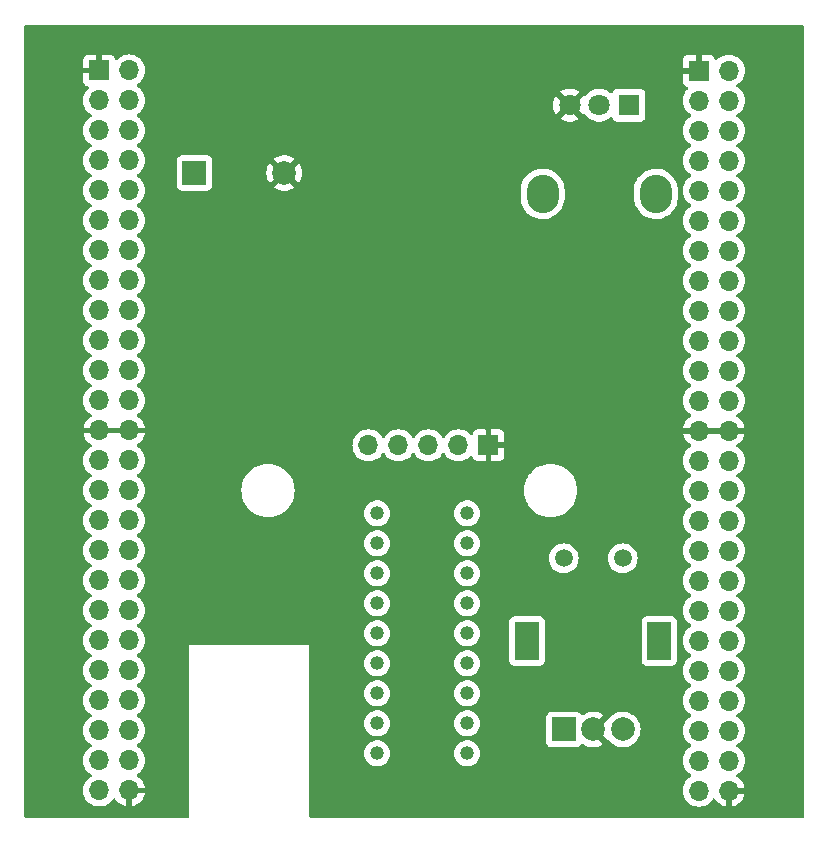
<source format=gbr>
%TF.GenerationSoftware,KiCad,Pcbnew,(7.0.0)*%
%TF.CreationDate,2023-06-01T09:58:41-06:00*%
%TF.ProjectId,morseTrans_proto,6d6f7273-6554-4726-916e-735f70726f74,rev?*%
%TF.SameCoordinates,Original*%
%TF.FileFunction,Copper,L2,Bot*%
%TF.FilePolarity,Positive*%
%FSLAX46Y46*%
G04 Gerber Fmt 4.6, Leading zero omitted, Abs format (unit mm)*
G04 Created by KiCad (PCBNEW (7.0.0)) date 2023-06-01 09:58:41*
%MOMM*%
%LPD*%
G01*
G04 APERTURE LIST*
%TA.AperFunction,ComponentPad*%
%ADD10R,2.000000X2.000000*%
%TD*%
%TA.AperFunction,ComponentPad*%
%ADD11C,2.000000*%
%TD*%
%TA.AperFunction,ComponentPad*%
%ADD12R,1.700000X1.700000*%
%TD*%
%TA.AperFunction,ComponentPad*%
%ADD13O,1.700000X1.700000*%
%TD*%
%TA.AperFunction,ComponentPad*%
%ADD14C,1.192000*%
%TD*%
%TA.AperFunction,ComponentPad*%
%ADD15C,1.500000*%
%TD*%
%TA.AperFunction,ComponentPad*%
%ADD16R,2.000000X3.200000*%
%TD*%
%TA.AperFunction,ComponentPad*%
%ADD17O,2.720000X3.240000*%
%TD*%
%TA.AperFunction,ComponentPad*%
%ADD18R,1.800000X1.800000*%
%TD*%
%TA.AperFunction,ComponentPad*%
%ADD19C,1.800000*%
%TD*%
%TA.AperFunction,ViaPad*%
%ADD20C,0.800000*%
%TD*%
G04 APERTURE END LIST*
D10*
%TO.P,LS1,1,1*%
%TO.N,Net-(LS1-Pad1)*%
X104413999Y-62356999D03*
D11*
%TO.P,LS1,2,2*%
%TO.N,GND*%
X112014000Y-62357000D03*
%TD*%
D12*
%TO.P,J3,1,Pin_1*%
%TO.N,GND*%
X129305999Y-85425999D03*
D13*
%TO.P,J3,2,Pin_2*%
%TO.N,unconnected-(J3-Pin_2-Pad2)*%
X126765999Y-85425999D03*
%TO.P,J3,3,Pin_3*%
%TO.N,TXD*%
X124225999Y-85425999D03*
%TO.P,J3,4,Pin_4*%
%TO.N,RXD*%
X121685999Y-85425999D03*
%TO.P,J3,5,Pin_5*%
%TO.N,unconnected-(J3-Pin_5-Pad5)*%
X119145999Y-85425999D03*
%TD*%
D14*
%TO.P,Display,1*%
%TO.N,N/C*%
X119888000Y-91186000D03*
%TO.P,Display,2*%
X119888000Y-93726000D03*
%TO.P,Display,3*%
X119888000Y-96266000D03*
%TO.P,Display,4*%
X119888000Y-98806000D03*
%TO.P,Display,5*%
X119888000Y-101346000D03*
%TO.P,Display,6*%
X119888000Y-103886000D03*
%TO.P,Display,7*%
X119888000Y-106426000D03*
%TO.P,Display,8*%
X119888000Y-108966000D03*
%TO.P,Display,9*%
X119888000Y-111506000D03*
%TO.P,Display,10*%
X127508000Y-111506000D03*
%TO.P,Display,11*%
X127508000Y-108966000D03*
%TO.P,Display,12*%
X127508000Y-106426000D03*
%TO.P,Display,13*%
X127508000Y-103886000D03*
%TO.P,Display,14*%
X127508000Y-101346000D03*
%TO.P,Display,15*%
X127508000Y-98806000D03*
%TO.P,Display,16*%
X127508000Y-96266000D03*
%TO.P,Display,17*%
X127508000Y-93726000D03*
%TO.P,Display,18*%
X127508000Y-91186000D03*
%TD*%
D15*
%TO.P,SW3,*%
%TO.N,*%
X135676000Y-94987000D03*
X140676000Y-94987000D03*
D10*
%TO.P,SW3,A,A*%
%TO.N,Increment*%
X135675999Y-109486999D03*
D11*
%TO.P,SW3,B,B*%
%TO.N,Decrement*%
X140676000Y-109487000D03*
%TO.P,SW3,C,C*%
%TO.N,GND*%
X138176000Y-109487000D03*
D16*
%TO.P,SW3,MP*%
%TO.N,N/C*%
X132575999Y-101986999D03*
X143775999Y-101986999D03*
%TD*%
D17*
%TO.P,RV1,*%
%TO.N,*%
X143483999Y-64131999D03*
X133883999Y-64131999D03*
D18*
%TO.P,RV1,1,1*%
%TO.N,OUTPUT*%
X141183999Y-56631999D03*
D19*
%TO.P,RV1,2,2*%
%TO.N,Net-(R4-Pad1)*%
X138684000Y-56632000D03*
%TO.P,RV1,3,3*%
%TO.N,GND*%
X136184000Y-56632000D03*
%TD*%
D12*
%TO.P,J2,1,Pin_1*%
%TO.N,GND*%
X147110963Y-53706551D03*
D13*
%TO.P,J2,2,Pin_2*%
%TO.N,unconnected-(J2-Pin_2-Pad2)*%
X149650963Y-53706551D03*
%TO.P,J2,3,Pin_3*%
%TO.N,unconnected-(J2-Pin_3-Pad3)*%
X147110963Y-56246551D03*
%TO.P,J2,4,Pin_4*%
%TO.N,unconnected-(J2-Pin_4-Pad4)*%
X149650963Y-56246551D03*
%TO.P,J2,5,Pin_5*%
%TO.N,unconnected-(J2-Pin_5-Pad5)*%
X147110963Y-58786551D03*
%TO.P,J2,6,Pin_6*%
%TO.N,unconnected-(J2-Pin_6-Pad6)*%
X149650963Y-58786551D03*
%TO.P,J2,7,Pin_7*%
%TO.N,unconnected-(J2-Pin_7-Pad7)*%
X147110963Y-61326551D03*
%TO.P,J2,8,Pin_8*%
%TO.N,unconnected-(J2-Pin_8-Pad8)*%
X149650963Y-61326551D03*
%TO.P,J2,9,Pin_9*%
%TO.N,unconnected-(J2-Pin_9-Pad9)*%
X147110963Y-63866551D03*
%TO.P,J2,10,Pin_10*%
%TO.N,unconnected-(J2-Pin_10-Pad10)*%
X149650963Y-63866551D03*
%TO.P,J2,11,Pin_11*%
%TO.N,unconnected-(J2-Pin_11-Pad11)*%
X147110963Y-66406551D03*
%TO.P,J2,12,Pin_12*%
%TO.N,unconnected-(J2-Pin_12-Pad12)*%
X149650963Y-66406551D03*
%TO.P,J2,13,Pin_13*%
%TO.N,unconnected-(J2-Pin_13-Pad13)*%
X147110963Y-68946551D03*
%TO.P,J2,14,Pin_14*%
%TO.N,unconnected-(J2-Pin_14-Pad14)*%
X149650963Y-68946551D03*
%TO.P,J2,15,Pin_15*%
%TO.N,unconnected-(J2-Pin_15-Pad15)*%
X147110963Y-71486551D03*
%TO.P,J2,16,Pin_16*%
%TO.N,unconnected-(J2-Pin_16-Pad16)*%
X149650963Y-71486551D03*
%TO.P,J2,17,Pin_17*%
%TO.N,unconnected-(J2-Pin_17-Pad17)*%
X147110963Y-74026551D03*
%TO.P,J2,18,Pin_18*%
%TO.N,unconnected-(J2-Pin_18-Pad18)*%
X149650963Y-74026551D03*
%TO.P,J2,19,Pin_19*%
%TO.N,unconnected-(J2-Pin_19-Pad19)*%
X147110963Y-76566551D03*
%TO.P,J2,20,Pin_20*%
%TO.N,unconnected-(J2-Pin_20-Pad20)*%
X149650963Y-76566551D03*
%TO.P,J2,21,Pin_21*%
%TO.N,unconnected-(J2-Pin_21-Pad21)*%
X147110963Y-79106551D03*
%TO.P,J2,22,Pin_22*%
%TO.N,unconnected-(J2-Pin_22-Pad22)*%
X149650963Y-79106551D03*
%TO.P,J2,23,Pin_23*%
%TO.N,unconnected-(J2-Pin_23-Pad23)*%
X147110963Y-81646551D03*
%TO.P,J2,24,Pin_24*%
%TO.N,unconnected-(J2-Pin_24-Pad24)*%
X149650963Y-81646551D03*
%TO.P,J2,25,Pin_25*%
%TO.N,GND*%
X147110963Y-84186551D03*
%TO.P,J2,26,Pin_26*%
X149650963Y-84186551D03*
%TO.P,J2,27,Pin_27*%
%TO.N,unconnected-(J2-Pin_27-Pad27)*%
X147110963Y-86726551D03*
%TO.P,J2,28,Pin_28*%
%TO.N,unconnected-(J2-Pin_28-Pad28)*%
X149650963Y-86726551D03*
%TO.P,J2,29,Pin_29*%
%TO.N,unconnected-(J2-Pin_29-Pad29)*%
X147110963Y-89266551D03*
%TO.P,J2,30,Pin_30*%
%TO.N,unconnected-(J2-Pin_30-Pad30)*%
X149650963Y-89266551D03*
%TO.P,J2,31,Pin_31*%
%TO.N,unconnected-(J2-Pin_31-Pad31)*%
X147110963Y-91806551D03*
%TO.P,J2,32,Pin_32*%
%TO.N,unconnected-(J2-Pin_32-Pad32)*%
X149650963Y-91806551D03*
%TO.P,J2,33,Pin_33*%
%TO.N,unconnected-(J2-Pin_33-Pad33)*%
X147110963Y-94346551D03*
%TO.P,J2,34,Pin_34*%
%TO.N,unconnected-(J2-Pin_34-Pad34)*%
X149650963Y-94346551D03*
%TO.P,J2,35,Pin_35*%
%TO.N,unconnected-(J2-Pin_35-Pad35)*%
X147110963Y-96886551D03*
%TO.P,J2,36,Pin_36*%
%TO.N,unconnected-(J2-Pin_36-Pad36)*%
X149650963Y-96886551D03*
%TO.P,J2,37,Pin_37*%
%TO.N,unconnected-(J2-Pin_37-Pad37)*%
X147110963Y-99426551D03*
%TO.P,J2,38,Pin_38*%
%TO.N,unconnected-(J2-Pin_38-Pad38)*%
X149650963Y-99426551D03*
%TO.P,J2,39,Pin_39*%
%TO.N,unconnected-(J2-Pin_39-Pad39)*%
X147110963Y-101966551D03*
%TO.P,J2,40,Pin_40*%
%TO.N,unconnected-(J2-Pin_40-Pad40)*%
X149650963Y-101966551D03*
%TO.P,J2,41,Pin_41*%
%TO.N,unconnected-(J2-Pin_41-Pad41)*%
X147110963Y-104506551D03*
%TO.P,J2,42,Pin_42*%
%TO.N,unconnected-(J2-Pin_42-Pad42)*%
X149650963Y-104506551D03*
%TO.P,J2,43,Pin_43*%
%TO.N,unconnected-(J2-Pin_43-Pad43)*%
X147110963Y-107046551D03*
%TO.P,J2,44,Pin_44*%
%TO.N,unconnected-(J2-Pin_44-Pad44)*%
X149650963Y-107046551D03*
%TO.P,J2,45,Pin_45*%
%TO.N,unconnected-(J2-Pin_45-Pad45)*%
X147110963Y-109586551D03*
%TO.P,J2,46,Pin_46*%
%TO.N,unconnected-(J2-Pin_46-Pad46)*%
X149650963Y-109586551D03*
%TO.P,J2,47,Pin_47*%
%TO.N,unconnected-(J2-Pin_47-Pad47)*%
X147110963Y-112126551D03*
%TO.P,J2,48,Pin_48*%
%TO.N,unconnected-(J2-Pin_48-Pad48)*%
X149650963Y-112126551D03*
%TO.P,J2,49,Pin_49*%
%TO.N,unconnected-(J2-Pin_49-Pad49)*%
X147110963Y-114666551D03*
%TO.P,J2,50,Pin_50*%
%TO.N,GND*%
X149650963Y-114666551D03*
%TD*%
D12*
%TO.P,J1,1,Pin_1*%
%TO.N,GND*%
X96348789Y-53690998D03*
D13*
%TO.P,J1,2,Pin_2*%
%TO.N,5V*%
X98888789Y-53690998D03*
%TO.P,J1,3,Pin_3*%
%TO.N,3V*%
X96348789Y-56230998D03*
%TO.P,J1,4,Pin_4*%
%TO.N,unconnected-(J1-Pin_4-Pad4)*%
X98888789Y-56230998D03*
%TO.P,J1,5,Pin_5*%
%TO.N,unconnected-(J1-Pin_5-Pad5)*%
X96348789Y-58770998D03*
%TO.P,J1,6,Pin_6*%
%TO.N,unconnected-(J1-Pin_6-Pad6)*%
X98888789Y-58770998D03*
%TO.P,J1,7,Pin_7*%
%TO.N,unconnected-(J1-Pin_7-Pad7)*%
X96348789Y-61310998D03*
%TO.P,J1,8,Pin_8*%
%TO.N,unconnected-(J1-Pin_8-Pad8)*%
X98888789Y-61310998D03*
%TO.P,J1,9,Pin_9*%
%TO.N,unconnected-(J1-Pin_9-Pad9)*%
X96348789Y-63850998D03*
%TO.P,J1,10,Pin_10*%
%TO.N,unconnected-(J1-Pin_10-Pad10)*%
X98888789Y-63850998D03*
%TO.P,J1,11,Pin_11*%
%TO.N,unconnected-(J1-Pin_11-Pad11)*%
X96348789Y-66390998D03*
%TO.P,J1,12,Pin_12*%
%TO.N,unconnected-(J1-Pin_12-Pad12)*%
X98888789Y-66390998D03*
%TO.P,J1,13,Pin_13*%
%TO.N,unconnected-(J1-Pin_13-Pad13)*%
X96348789Y-68930998D03*
%TO.P,J1,14,Pin_14*%
%TO.N,unconnected-(J1-Pin_14-Pad14)*%
X98888789Y-68930998D03*
%TO.P,J1,15,Pin_15*%
%TO.N,unconnected-(J1-Pin_15-Pad15)*%
X96348789Y-71470998D03*
%TO.P,J1,16,Pin_16*%
%TO.N,unconnected-(J1-Pin_16-Pad16)*%
X98888789Y-71470998D03*
%TO.P,J1,17,Pin_17*%
%TO.N,unconnected-(J1-Pin_17-Pad17)*%
X96348789Y-74010998D03*
%TO.P,J1,18,Pin_18*%
%TO.N,unconnected-(J1-Pin_18-Pad18)*%
X98888789Y-74010998D03*
%TO.P,J1,19,Pin_19*%
%TO.N,unconnected-(J1-Pin_19-Pad19)*%
X96348789Y-76550998D03*
%TO.P,J1,20,Pin_20*%
%TO.N,unconnected-(J1-Pin_20-Pad20)*%
X98888789Y-76550998D03*
%TO.P,J1,21,Pin_21*%
%TO.N,unconnected-(J1-Pin_21-Pad21)*%
X96348789Y-79090998D03*
%TO.P,J1,22,Pin_22*%
%TO.N,unconnected-(J1-Pin_22-Pad22)*%
X98888789Y-79090998D03*
%TO.P,J1,23,Pin_23*%
%TO.N,unconnected-(J1-Pin_23-Pad23)*%
X96348789Y-81630998D03*
%TO.P,J1,24,Pin_24*%
%TO.N,unconnected-(J1-Pin_24-Pad24)*%
X98888789Y-81630998D03*
%TO.P,J1,25,Pin_25*%
%TO.N,GND*%
X96348789Y-84170998D03*
%TO.P,J1,26,Pin_26*%
X98888789Y-84170998D03*
%TO.P,J1,27,Pin_27*%
%TO.N,unconnected-(J1-Pin_27-Pad27)*%
X96348789Y-86710998D03*
%TO.P,J1,28,Pin_28*%
%TO.N,unconnected-(J1-Pin_28-Pad28)*%
X98888789Y-86710998D03*
%TO.P,J1,29,Pin_29*%
%TO.N,unconnected-(J1-Pin_29-Pad29)*%
X96348789Y-89250998D03*
%TO.P,J1,30,Pin_30*%
%TO.N,unconnected-(J1-Pin_30-Pad30)*%
X98888789Y-89250998D03*
%TO.P,J1,31,Pin_31*%
%TO.N,unconnected-(J1-Pin_31-Pad31)*%
X96348789Y-91790998D03*
%TO.P,J1,32,Pin_32*%
%TO.N,unconnected-(J1-Pin_32-Pad32)*%
X98888789Y-91790998D03*
%TO.P,J1,33,Pin_33*%
%TO.N,unconnected-(J1-Pin_33-Pad33)*%
X96348789Y-94330998D03*
%TO.P,J1,34,Pin_34*%
%TO.N,unconnected-(J1-Pin_34-Pad34)*%
X98888789Y-94330998D03*
%TO.P,J1,35,Pin_35*%
%TO.N,unconnected-(J1-Pin_35-Pad35)*%
X96348789Y-96870998D03*
%TO.P,J1,36,Pin_36*%
%TO.N,unconnected-(J1-Pin_36-Pad36)*%
X98888789Y-96870998D03*
%TO.P,J1,37,Pin_37*%
%TO.N,unconnected-(J1-Pin_37-Pad37)*%
X96348789Y-99410998D03*
%TO.P,J1,38,Pin_38*%
%TO.N,unconnected-(J1-Pin_38-Pad38)*%
X98888789Y-99410998D03*
%TO.P,J1,39,Pin_39*%
%TO.N,unconnected-(J1-Pin_39-Pad39)*%
X96348789Y-101950998D03*
%TO.P,J1,40,Pin_40*%
%TO.N,unconnected-(J1-Pin_40-Pad40)*%
X98888789Y-101950998D03*
%TO.P,J1,41,Pin_41*%
%TO.N,unconnected-(J1-Pin_41-Pad41)*%
X96348789Y-104490998D03*
%TO.P,J1,42,Pin_42*%
%TO.N,unconnected-(J1-Pin_42-Pad42)*%
X98888789Y-104490998D03*
%TO.P,J1,43,Pin_43*%
%TO.N,unconnected-(J1-Pin_43-Pad43)*%
X96348789Y-107030998D03*
%TO.P,J1,44,Pin_44*%
%TO.N,unconnected-(J1-Pin_44-Pad44)*%
X98888789Y-107030998D03*
%TO.P,J1,45,Pin_45*%
%TO.N,unconnected-(J1-Pin_45-Pad45)*%
X96348789Y-109570998D03*
%TO.P,J1,46,Pin_46*%
%TO.N,unconnected-(J1-Pin_46-Pad46)*%
X98888789Y-109570998D03*
%TO.P,J1,47,Pin_47*%
%TO.N,unconnected-(J1-Pin_47-Pad47)*%
X96348789Y-112110998D03*
%TO.P,J1,48,Pin_48*%
%TO.N,3V*%
X98888789Y-112110998D03*
%TO.P,J1,49,Pin_49*%
%TO.N,5V*%
X96348789Y-114650998D03*
%TO.P,J1,50,Pin_50*%
%TO.N,GND*%
X98888789Y-114650998D03*
%TD*%
D20*
%TO.N,GND*%
X129286000Y-87884000D03*
X114300000Y-73152000D03*
X136144000Y-54610000D03*
X112014000Y-64516000D03*
X106680000Y-91440000D03*
X138430000Y-91440000D03*
%TD*%
%TA.AperFunction,Conductor*%
%TO.N,GND*%
G36*
X155937500Y-49851413D02*
G01*
X155982887Y-49896800D01*
X155999500Y-49958800D01*
X155999500Y-116875500D01*
X155982887Y-116937500D01*
X155937500Y-116982887D01*
X155875500Y-116999500D01*
X119998000Y-116999500D01*
X119990364Y-116999490D01*
X114271949Y-116992550D01*
X114210013Y-116975887D01*
X114164688Y-116930507D01*
X114148100Y-116868550D01*
X114148100Y-114666552D01*
X145755305Y-114666552D01*
X145755777Y-114671947D01*
X145774068Y-114881016D01*
X145775901Y-114901960D01*
X145777300Y-114907182D01*
X145777301Y-114907186D01*
X145835658Y-115124982D01*
X145835661Y-115124990D01*
X145837061Y-115130215D01*
X145839349Y-115135122D01*
X145839350Y-115135124D01*
X145934642Y-115339479D01*
X145934645Y-115339485D01*
X145936929Y-115344382D01*
X145940028Y-115348809D01*
X145940030Y-115348811D01*
X146069363Y-115533518D01*
X146069366Y-115533522D01*
X146072469Y-115537953D01*
X146239563Y-115705047D01*
X146433134Y-115840587D01*
X146647301Y-115940455D01*
X146875556Y-116001615D01*
X147110964Y-116022211D01*
X147346372Y-116001615D01*
X147574627Y-115940455D01*
X147788794Y-115840587D01*
X147982365Y-115705047D01*
X148149459Y-115537953D01*
X148279694Y-115351957D01*
X148324012Y-115313092D01*
X148381269Y-115299081D01*
X148438526Y-115313092D01*
X148482844Y-115351957D01*
X148609748Y-115533195D01*
X148616685Y-115541461D01*
X148776054Y-115700830D01*
X148784320Y-115707767D01*
X148968955Y-115837050D01*
X148978287Y-115842438D01*
X149182566Y-115937695D01*
X149192700Y-115941383D01*
X149387183Y-115993495D01*
X149398412Y-115993863D01*
X149400964Y-115982921D01*
X149900964Y-115982921D01*
X149903515Y-115993863D01*
X149914744Y-115993495D01*
X150109227Y-115941383D01*
X150119361Y-115937695D01*
X150323640Y-115842438D01*
X150332972Y-115837050D01*
X150517607Y-115707767D01*
X150525873Y-115700830D01*
X150685242Y-115541461D01*
X150692179Y-115533195D01*
X150821462Y-115348560D01*
X150826850Y-115339228D01*
X150922107Y-115134949D01*
X150925795Y-115124815D01*
X150977907Y-114930332D01*
X150978275Y-114919103D01*
X150967333Y-114916552D01*
X149917290Y-114916552D01*
X149904414Y-114920002D01*
X149900964Y-114932878D01*
X149900964Y-115982921D01*
X149400964Y-115982921D01*
X149400964Y-114540552D01*
X149417577Y-114478552D01*
X149462964Y-114433165D01*
X149524964Y-114416552D01*
X150967333Y-114416552D01*
X150978275Y-114414000D01*
X150977907Y-114402771D01*
X150925795Y-114208288D01*
X150922107Y-114198154D01*
X150826853Y-113993884D01*
X150821455Y-113984534D01*
X150692179Y-113799909D01*
X150685244Y-113791644D01*
X150525873Y-113632273D01*
X150517607Y-113625336D01*
X150336369Y-113498432D01*
X150297504Y-113454114D01*
X150283493Y-113396857D01*
X150297504Y-113339600D01*
X150336370Y-113295282D01*
X150517925Y-113168156D01*
X150517925Y-113168155D01*
X150522365Y-113165047D01*
X150689459Y-112997953D01*
X150824999Y-112804382D01*
X150924867Y-112590215D01*
X150986027Y-112361960D01*
X151006623Y-112126552D01*
X150986027Y-111891144D01*
X150924867Y-111662889D01*
X150824999Y-111448723D01*
X150689459Y-111255151D01*
X150522365Y-111088057D01*
X150517932Y-111084953D01*
X150517925Y-111084947D01*
X150336806Y-110958127D01*
X150297940Y-110913809D01*
X150283929Y-110856552D01*
X150297940Y-110799295D01*
X150336806Y-110754977D01*
X150517925Y-110628156D01*
X150517925Y-110628155D01*
X150522365Y-110625047D01*
X150689459Y-110457953D01*
X150824999Y-110264382D01*
X150924867Y-110050215D01*
X150986027Y-109821960D01*
X151006623Y-109586552D01*
X150986027Y-109351144D01*
X150924867Y-109122889D01*
X150824999Y-108908723D01*
X150689459Y-108715151D01*
X150522365Y-108548057D01*
X150517934Y-108544954D01*
X150517930Y-108544951D01*
X150336805Y-108418126D01*
X150297940Y-108373808D01*
X150283929Y-108316551D01*
X150297940Y-108259294D01*
X150336803Y-108214978D01*
X150522365Y-108085047D01*
X150689459Y-107917953D01*
X150824999Y-107724382D01*
X150924867Y-107510215D01*
X150986027Y-107281960D01*
X151006623Y-107046552D01*
X150986027Y-106811144D01*
X150924867Y-106582889D01*
X150824999Y-106368723D01*
X150689459Y-106175151D01*
X150522365Y-106008057D01*
X150517932Y-106004953D01*
X150517925Y-106004947D01*
X150336806Y-105878127D01*
X150297940Y-105833809D01*
X150283929Y-105776552D01*
X150297940Y-105719295D01*
X150336806Y-105674977D01*
X150517925Y-105548156D01*
X150517925Y-105548155D01*
X150522365Y-105545047D01*
X150689459Y-105377953D01*
X150824999Y-105184382D01*
X150924867Y-104970215D01*
X150986027Y-104741960D01*
X151006623Y-104506552D01*
X150986027Y-104271144D01*
X150924867Y-104042889D01*
X150824999Y-103828723D01*
X150689459Y-103635151D01*
X150522365Y-103468057D01*
X150517932Y-103464953D01*
X150517925Y-103464947D01*
X150336806Y-103338127D01*
X150297940Y-103293809D01*
X150283929Y-103236552D01*
X150297940Y-103179295D01*
X150336806Y-103134977D01*
X150517925Y-103008156D01*
X150517925Y-103008155D01*
X150522365Y-103005047D01*
X150689459Y-102837953D01*
X150824999Y-102644382D01*
X150924867Y-102430215D01*
X150986027Y-102201960D01*
X151006623Y-101966552D01*
X150986027Y-101731144D01*
X150924867Y-101502889D01*
X150824999Y-101288723D01*
X150689459Y-101095151D01*
X150522365Y-100928057D01*
X150517934Y-100924954D01*
X150517930Y-100924951D01*
X150336805Y-100798126D01*
X150297940Y-100753808D01*
X150283929Y-100696551D01*
X150297940Y-100639294D01*
X150336803Y-100594978D01*
X150522365Y-100465047D01*
X150689459Y-100297953D01*
X150824999Y-100104382D01*
X150924867Y-99890215D01*
X150986027Y-99661960D01*
X151006623Y-99426552D01*
X150986027Y-99191144D01*
X150924867Y-98962889D01*
X150824999Y-98748723D01*
X150689459Y-98555151D01*
X150522365Y-98388057D01*
X150517932Y-98384953D01*
X150517925Y-98384947D01*
X150336806Y-98258127D01*
X150297940Y-98213809D01*
X150283929Y-98156552D01*
X150297940Y-98099295D01*
X150336806Y-98054977D01*
X150517925Y-97928156D01*
X150517925Y-97928155D01*
X150522365Y-97925047D01*
X150689459Y-97757953D01*
X150824999Y-97564382D01*
X150924867Y-97350215D01*
X150986027Y-97121960D01*
X151006623Y-96886552D01*
X150986027Y-96651144D01*
X150924867Y-96422889D01*
X150824999Y-96208723D01*
X150689459Y-96015151D01*
X150522365Y-95848057D01*
X150517932Y-95844953D01*
X150517925Y-95844947D01*
X150336806Y-95718127D01*
X150297940Y-95673809D01*
X150283929Y-95616552D01*
X150297940Y-95559295D01*
X150336806Y-95514977D01*
X150517925Y-95388156D01*
X150517925Y-95388155D01*
X150522365Y-95385047D01*
X150689459Y-95217953D01*
X150824999Y-95024382D01*
X150924867Y-94810215D01*
X150986027Y-94581960D01*
X151006623Y-94346552D01*
X150986027Y-94111144D01*
X150930255Y-93902999D01*
X150926269Y-93888121D01*
X150926268Y-93888119D01*
X150924867Y-93882889D01*
X150824999Y-93668723D01*
X150689459Y-93475151D01*
X150522365Y-93308057D01*
X150517932Y-93304953D01*
X150517925Y-93304947D01*
X150336806Y-93178127D01*
X150297940Y-93133809D01*
X150283929Y-93076552D01*
X150297940Y-93019295D01*
X150336806Y-92974977D01*
X150517925Y-92848156D01*
X150517925Y-92848155D01*
X150522365Y-92845047D01*
X150689459Y-92677953D01*
X150824999Y-92484382D01*
X150924867Y-92270215D01*
X150986027Y-92041960D01*
X151006623Y-91806552D01*
X150986027Y-91571144D01*
X150924867Y-91342889D01*
X150824999Y-91128723D01*
X150689459Y-90935151D01*
X150522365Y-90768057D01*
X150517932Y-90764953D01*
X150517925Y-90764947D01*
X150336806Y-90638127D01*
X150297940Y-90593809D01*
X150283929Y-90536552D01*
X150297940Y-90479295D01*
X150336806Y-90434977D01*
X150517925Y-90308156D01*
X150517925Y-90308155D01*
X150522365Y-90305047D01*
X150689459Y-90137953D01*
X150824999Y-89944382D01*
X150924867Y-89730215D01*
X150986027Y-89501960D01*
X151006623Y-89266552D01*
X150986027Y-89031144D01*
X150924867Y-88802889D01*
X150824999Y-88588723D01*
X150689459Y-88395151D01*
X150522365Y-88228057D01*
X150517932Y-88224953D01*
X150517925Y-88224947D01*
X150336806Y-88098127D01*
X150297940Y-88053809D01*
X150283929Y-87996552D01*
X150297940Y-87939295D01*
X150336806Y-87894977D01*
X150517925Y-87768156D01*
X150517925Y-87768155D01*
X150522365Y-87765047D01*
X150689459Y-87597953D01*
X150824999Y-87404382D01*
X150924867Y-87190215D01*
X150986027Y-86961960D01*
X151006623Y-86726552D01*
X150986027Y-86491144D01*
X150924867Y-86262889D01*
X150824999Y-86048723D01*
X150689459Y-85855151D01*
X150522365Y-85688057D01*
X150517934Y-85684954D01*
X150517930Y-85684951D01*
X150336369Y-85557821D01*
X150297504Y-85513503D01*
X150283493Y-85456246D01*
X150297504Y-85398989D01*
X150336370Y-85354671D01*
X150517602Y-85227771D01*
X150525873Y-85220830D01*
X150685242Y-85061461D01*
X150692179Y-85053195D01*
X150821462Y-84868560D01*
X150826850Y-84859228D01*
X150922107Y-84654949D01*
X150925795Y-84644815D01*
X150977907Y-84450332D01*
X150978275Y-84439103D01*
X150967333Y-84436552D01*
X145794595Y-84436552D01*
X145783652Y-84439103D01*
X145784020Y-84450332D01*
X145836132Y-84644815D01*
X145839820Y-84654949D01*
X145935077Y-84859228D01*
X145940465Y-84868560D01*
X146069748Y-85053195D01*
X146076685Y-85061461D01*
X146236054Y-85220830D01*
X146244320Y-85227767D01*
X146425559Y-85354672D01*
X146464424Y-85398990D01*
X146478435Y-85456247D01*
X146464424Y-85513504D01*
X146425558Y-85557822D01*
X146243998Y-85684951D01*
X146243993Y-85684954D01*
X146239563Y-85688057D01*
X146235739Y-85691880D01*
X146235733Y-85691886D01*
X146076298Y-85851321D01*
X146076292Y-85851327D01*
X146072469Y-85855151D01*
X146069366Y-85859581D01*
X146069363Y-85859586D01*
X145940037Y-86044283D01*
X145940032Y-86044290D01*
X145936929Y-86048723D01*
X145934641Y-86053629D01*
X145934639Y-86053633D01*
X145839350Y-86257979D01*
X145839347Y-86257984D01*
X145837061Y-86262889D01*
X145835662Y-86268109D01*
X145835658Y-86268121D01*
X145777301Y-86485917D01*
X145777299Y-86485923D01*
X145775901Y-86491144D01*
X145775429Y-86496529D01*
X145775429Y-86496534D01*
X145757514Y-86701305D01*
X145755305Y-86726552D01*
X145755777Y-86731947D01*
X145774068Y-86941016D01*
X145775901Y-86961960D01*
X145777300Y-86967182D01*
X145777301Y-86967186D01*
X145835658Y-87184982D01*
X145835661Y-87184990D01*
X145837061Y-87190215D01*
X145839349Y-87195122D01*
X145839350Y-87195124D01*
X145934642Y-87399479D01*
X145934645Y-87399485D01*
X145936929Y-87404382D01*
X145940028Y-87408809D01*
X145940030Y-87408811D01*
X146069363Y-87593518D01*
X146069366Y-87593522D01*
X146072469Y-87597953D01*
X146239563Y-87765047D01*
X146243996Y-87768151D01*
X146244002Y-87768156D01*
X146425122Y-87894977D01*
X146463988Y-87939295D01*
X146477999Y-87996552D01*
X146463988Y-88053809D01*
X146425123Y-88098127D01*
X146244005Y-88224947D01*
X146239563Y-88228057D01*
X146235739Y-88231880D01*
X146235733Y-88231886D01*
X146076298Y-88391321D01*
X146076292Y-88391327D01*
X146072469Y-88395151D01*
X146069366Y-88399581D01*
X146069363Y-88399586D01*
X145940037Y-88584283D01*
X145940032Y-88584290D01*
X145936929Y-88588723D01*
X145934641Y-88593629D01*
X145934639Y-88593633D01*
X145839350Y-88797979D01*
X145839347Y-88797984D01*
X145837061Y-88802889D01*
X145835662Y-88808109D01*
X145835658Y-88808121D01*
X145777301Y-89025917D01*
X145777299Y-89025923D01*
X145775901Y-89031144D01*
X145755305Y-89266552D01*
X145755777Y-89271947D01*
X145774068Y-89481016D01*
X145775901Y-89501960D01*
X145777300Y-89507182D01*
X145777301Y-89507186D01*
X145835658Y-89724982D01*
X145835661Y-89724990D01*
X145837061Y-89730215D01*
X145839349Y-89735122D01*
X145839350Y-89735124D01*
X145934642Y-89939479D01*
X145934645Y-89939485D01*
X145936929Y-89944382D01*
X145940028Y-89948809D01*
X145940030Y-89948811D01*
X146069363Y-90133518D01*
X146069366Y-90133522D01*
X146072469Y-90137953D01*
X146239563Y-90305047D01*
X146243996Y-90308151D01*
X146244002Y-90308156D01*
X146425122Y-90434977D01*
X146463988Y-90479295D01*
X146477999Y-90536552D01*
X146463988Y-90593809D01*
X146425123Y-90638127D01*
X146244005Y-90764947D01*
X146239563Y-90768057D01*
X146235739Y-90771880D01*
X146235733Y-90771886D01*
X146076298Y-90931321D01*
X146076292Y-90931327D01*
X146072469Y-90935151D01*
X146069366Y-90939581D01*
X146069363Y-90939586D01*
X145940037Y-91124283D01*
X145940032Y-91124290D01*
X145936929Y-91128723D01*
X145934641Y-91133629D01*
X145934639Y-91133633D01*
X145839350Y-91337979D01*
X145839347Y-91337984D01*
X145837061Y-91342889D01*
X145835662Y-91348109D01*
X145835658Y-91348121D01*
X145777301Y-91565917D01*
X145777299Y-91565923D01*
X145775901Y-91571144D01*
X145775429Y-91576529D01*
X145775429Y-91576534D01*
X145774345Y-91588929D01*
X145755305Y-91806552D01*
X145755777Y-91811947D01*
X145774068Y-92021016D01*
X145775901Y-92041960D01*
X145777300Y-92047182D01*
X145777301Y-92047186D01*
X145835658Y-92264982D01*
X145835661Y-92264990D01*
X145837061Y-92270215D01*
X145839349Y-92275122D01*
X145839350Y-92275124D01*
X145934642Y-92479479D01*
X145934645Y-92479485D01*
X145936929Y-92484382D01*
X145940028Y-92488809D01*
X145940030Y-92488811D01*
X146069363Y-92673518D01*
X146069366Y-92673522D01*
X146072469Y-92677953D01*
X146239563Y-92845047D01*
X146243996Y-92848151D01*
X146244002Y-92848156D01*
X146425122Y-92974977D01*
X146463988Y-93019295D01*
X146477999Y-93076552D01*
X146463988Y-93133809D01*
X146425123Y-93178127D01*
X146244005Y-93304947D01*
X146239563Y-93308057D01*
X146235739Y-93311880D01*
X146235733Y-93311886D01*
X146076298Y-93471321D01*
X146076292Y-93471327D01*
X146072469Y-93475151D01*
X146069366Y-93479581D01*
X146069363Y-93479586D01*
X145940037Y-93664283D01*
X145940032Y-93664290D01*
X145936929Y-93668723D01*
X145934641Y-93673629D01*
X145934639Y-93673633D01*
X145839350Y-93877979D01*
X145839347Y-93877984D01*
X145837061Y-93882889D01*
X145835662Y-93888109D01*
X145835658Y-93888121D01*
X145777301Y-94105917D01*
X145777299Y-94105923D01*
X145775901Y-94111144D01*
X145775429Y-94116529D01*
X145775429Y-94116534D01*
X145774345Y-94128929D01*
X145755305Y-94346552D01*
X145755777Y-94351947D01*
X145774068Y-94561016D01*
X145775901Y-94581960D01*
X145777300Y-94587182D01*
X145777301Y-94587186D01*
X145835658Y-94804982D01*
X145835661Y-94804990D01*
X145837061Y-94810215D01*
X145839349Y-94815122D01*
X145839350Y-94815124D01*
X145934642Y-95019479D01*
X145934645Y-95019485D01*
X145936929Y-95024382D01*
X145940028Y-95028809D01*
X145940030Y-95028811D01*
X146069363Y-95213518D01*
X146069366Y-95213522D01*
X146072469Y-95217953D01*
X146239563Y-95385047D01*
X146243996Y-95388151D01*
X146244002Y-95388156D01*
X146425122Y-95514977D01*
X146463988Y-95559295D01*
X146477999Y-95616552D01*
X146463988Y-95673809D01*
X146425123Y-95718127D01*
X146244005Y-95844947D01*
X146239563Y-95848057D01*
X146235739Y-95851880D01*
X146235733Y-95851886D01*
X146076298Y-96011321D01*
X146076292Y-96011327D01*
X146072469Y-96015151D01*
X146069366Y-96019581D01*
X146069363Y-96019586D01*
X145940037Y-96204283D01*
X145940032Y-96204290D01*
X145936929Y-96208723D01*
X145934641Y-96213629D01*
X145934639Y-96213633D01*
X145839350Y-96417979D01*
X145839347Y-96417984D01*
X145837061Y-96422889D01*
X145835662Y-96428109D01*
X145835658Y-96428121D01*
X145777301Y-96645917D01*
X145777299Y-96645923D01*
X145775901Y-96651144D01*
X145775429Y-96656529D01*
X145775429Y-96656534D01*
X145774345Y-96668929D01*
X145755305Y-96886552D01*
X145755777Y-96891947D01*
X145774068Y-97101016D01*
X145775901Y-97121960D01*
X145777300Y-97127182D01*
X145777301Y-97127186D01*
X145835658Y-97344982D01*
X145835661Y-97344990D01*
X145837061Y-97350215D01*
X145839349Y-97355122D01*
X145839350Y-97355124D01*
X145934642Y-97559479D01*
X145934645Y-97559485D01*
X145936929Y-97564382D01*
X145940028Y-97568809D01*
X145940030Y-97568811D01*
X146069363Y-97753518D01*
X146069366Y-97753522D01*
X146072469Y-97757953D01*
X146239563Y-97925047D01*
X146243996Y-97928151D01*
X146244002Y-97928156D01*
X146425122Y-98054977D01*
X146463988Y-98099295D01*
X146477999Y-98156552D01*
X146463988Y-98213809D01*
X146425123Y-98258127D01*
X146244005Y-98384947D01*
X146239563Y-98388057D01*
X146235739Y-98391880D01*
X146235733Y-98391886D01*
X146076298Y-98551321D01*
X146076292Y-98551327D01*
X146072469Y-98555151D01*
X146069366Y-98559581D01*
X146069363Y-98559586D01*
X145940037Y-98744283D01*
X145940032Y-98744290D01*
X145936929Y-98748723D01*
X145934641Y-98753629D01*
X145934639Y-98753633D01*
X145839350Y-98957979D01*
X145839347Y-98957984D01*
X145837061Y-98962889D01*
X145835662Y-98968109D01*
X145835658Y-98968121D01*
X145777301Y-99185917D01*
X145777299Y-99185923D01*
X145775901Y-99191144D01*
X145775429Y-99196529D01*
X145775429Y-99196534D01*
X145774345Y-99208929D01*
X145755305Y-99426552D01*
X145755777Y-99431947D01*
X145774068Y-99641016D01*
X145775901Y-99661960D01*
X145777300Y-99667182D01*
X145777301Y-99667186D01*
X145835658Y-99884982D01*
X145835661Y-99884990D01*
X145837061Y-99890215D01*
X145839349Y-99895122D01*
X145839350Y-99895124D01*
X145934642Y-100099479D01*
X145934645Y-100099485D01*
X145936929Y-100104382D01*
X145940028Y-100108809D01*
X145940030Y-100108811D01*
X146069363Y-100293518D01*
X146069366Y-100293522D01*
X146072469Y-100297953D01*
X146239563Y-100465047D01*
X146243996Y-100468151D01*
X146244002Y-100468156D01*
X146425122Y-100594977D01*
X146463988Y-100639295D01*
X146477999Y-100696552D01*
X146463988Y-100753809D01*
X146425124Y-100798126D01*
X146239563Y-100928057D01*
X146235739Y-100931880D01*
X146235733Y-100931886D01*
X146076298Y-101091321D01*
X146076292Y-101091327D01*
X146072469Y-101095151D01*
X146069366Y-101099581D01*
X146069363Y-101099586D01*
X145940037Y-101284283D01*
X145940032Y-101284290D01*
X145936929Y-101288723D01*
X145934641Y-101293629D01*
X145934639Y-101293633D01*
X145839350Y-101497979D01*
X145839347Y-101497984D01*
X145837061Y-101502889D01*
X145835662Y-101508109D01*
X145835658Y-101508121D01*
X145777301Y-101725917D01*
X145777299Y-101725923D01*
X145775901Y-101731144D01*
X145775429Y-101736529D01*
X145775429Y-101736534D01*
X145774345Y-101748929D01*
X145755305Y-101966552D01*
X145755777Y-101971947D01*
X145774068Y-102181016D01*
X145775901Y-102201960D01*
X145777300Y-102207182D01*
X145777301Y-102207186D01*
X145835658Y-102424982D01*
X145835661Y-102424990D01*
X145837061Y-102430215D01*
X145839349Y-102435122D01*
X145839350Y-102435124D01*
X145934642Y-102639479D01*
X145934645Y-102639485D01*
X145936929Y-102644382D01*
X145940028Y-102648809D01*
X145940030Y-102648811D01*
X146069363Y-102833518D01*
X146069366Y-102833522D01*
X146072469Y-102837953D01*
X146239563Y-103005047D01*
X146243996Y-103008151D01*
X146244002Y-103008156D01*
X146425122Y-103134977D01*
X146463988Y-103179295D01*
X146477999Y-103236552D01*
X146463988Y-103293809D01*
X146425123Y-103338127D01*
X146244005Y-103464947D01*
X146239563Y-103468057D01*
X146235739Y-103471880D01*
X146235733Y-103471886D01*
X146076298Y-103631321D01*
X146076292Y-103631327D01*
X146072469Y-103635151D01*
X146069366Y-103639581D01*
X146069363Y-103639586D01*
X145940037Y-103824283D01*
X145940032Y-103824290D01*
X145936929Y-103828723D01*
X145934641Y-103833629D01*
X145934639Y-103833633D01*
X145839350Y-104037979D01*
X145839347Y-104037984D01*
X145837061Y-104042889D01*
X145835662Y-104048109D01*
X145835658Y-104048121D01*
X145777301Y-104265917D01*
X145777299Y-104265923D01*
X145775901Y-104271144D01*
X145775429Y-104276529D01*
X145775429Y-104276534D01*
X145774345Y-104288929D01*
X145755305Y-104506552D01*
X145755777Y-104511947D01*
X145774068Y-104721016D01*
X145775901Y-104741960D01*
X145777300Y-104747182D01*
X145777301Y-104747186D01*
X145835658Y-104964982D01*
X145835661Y-104964990D01*
X145837061Y-104970215D01*
X145839349Y-104975122D01*
X145839350Y-104975124D01*
X145934642Y-105179479D01*
X145934645Y-105179485D01*
X145936929Y-105184382D01*
X145940028Y-105188809D01*
X145940030Y-105188811D01*
X146069363Y-105373518D01*
X146069366Y-105373522D01*
X146072469Y-105377953D01*
X146239563Y-105545047D01*
X146243996Y-105548151D01*
X146244002Y-105548156D01*
X146425122Y-105674977D01*
X146463988Y-105719295D01*
X146477999Y-105776552D01*
X146463988Y-105833809D01*
X146425123Y-105878127D01*
X146244005Y-106004947D01*
X146239563Y-106008057D01*
X146235739Y-106011880D01*
X146235733Y-106011886D01*
X146076298Y-106171321D01*
X146076292Y-106171327D01*
X146072469Y-106175151D01*
X146069366Y-106179581D01*
X146069363Y-106179586D01*
X145940037Y-106364283D01*
X145940032Y-106364290D01*
X145936929Y-106368723D01*
X145934641Y-106373629D01*
X145934639Y-106373633D01*
X145839350Y-106577979D01*
X145839347Y-106577984D01*
X145837061Y-106582889D01*
X145835662Y-106588109D01*
X145835658Y-106588121D01*
X145777301Y-106805917D01*
X145777299Y-106805923D01*
X145775901Y-106811144D01*
X145775429Y-106816529D01*
X145775429Y-106816534D01*
X145774345Y-106828929D01*
X145755305Y-107046552D01*
X145755777Y-107051947D01*
X145774068Y-107261016D01*
X145775901Y-107281960D01*
X145777300Y-107287182D01*
X145777301Y-107287186D01*
X145835658Y-107504982D01*
X145835661Y-107504990D01*
X145837061Y-107510215D01*
X145839349Y-107515122D01*
X145839350Y-107515124D01*
X145934642Y-107719479D01*
X145934645Y-107719485D01*
X145936929Y-107724382D01*
X145940028Y-107728809D01*
X145940030Y-107728811D01*
X146069363Y-107913518D01*
X146069366Y-107913522D01*
X146072469Y-107917953D01*
X146239563Y-108085047D01*
X146243996Y-108088151D01*
X146244002Y-108088156D01*
X146425122Y-108214977D01*
X146463988Y-108259295D01*
X146477999Y-108316552D01*
X146463988Y-108373809D01*
X146425124Y-108418126D01*
X146239563Y-108548057D01*
X146235739Y-108551880D01*
X146235733Y-108551886D01*
X146076298Y-108711321D01*
X146076292Y-108711327D01*
X146072469Y-108715151D01*
X146069366Y-108719581D01*
X146069363Y-108719586D01*
X145940037Y-108904283D01*
X145940032Y-108904290D01*
X145936929Y-108908723D01*
X145934641Y-108913629D01*
X145934639Y-108913633D01*
X145839350Y-109117979D01*
X145839347Y-109117984D01*
X145837061Y-109122889D01*
X145835662Y-109128109D01*
X145835658Y-109128121D01*
X145777301Y-109345917D01*
X145777299Y-109345923D01*
X145775901Y-109351144D01*
X145775429Y-109356529D01*
X145775429Y-109356534D01*
X145764015Y-109487000D01*
X145755305Y-109586552D01*
X145755777Y-109591947D01*
X145774068Y-109801016D01*
X145775901Y-109821960D01*
X145777300Y-109827182D01*
X145777301Y-109827186D01*
X145835658Y-110044982D01*
X145835661Y-110044990D01*
X145837061Y-110050215D01*
X145839349Y-110055122D01*
X145839350Y-110055124D01*
X145934642Y-110259479D01*
X145934645Y-110259485D01*
X145936929Y-110264382D01*
X145940028Y-110268809D01*
X145940030Y-110268811D01*
X146069363Y-110453518D01*
X146069366Y-110453522D01*
X146072469Y-110457953D01*
X146239563Y-110625047D01*
X146243996Y-110628151D01*
X146244002Y-110628156D01*
X146425122Y-110754977D01*
X146463988Y-110799295D01*
X146477999Y-110856552D01*
X146463988Y-110913809D01*
X146425123Y-110958127D01*
X146244005Y-111084947D01*
X146239563Y-111088057D01*
X146235739Y-111091880D01*
X146235733Y-111091886D01*
X146076298Y-111251321D01*
X146076292Y-111251327D01*
X146072469Y-111255151D01*
X146069366Y-111259581D01*
X146069363Y-111259586D01*
X145940037Y-111444283D01*
X145940032Y-111444290D01*
X145936929Y-111448723D01*
X145934641Y-111453629D01*
X145934639Y-111453633D01*
X145839350Y-111657979D01*
X145839347Y-111657984D01*
X145837061Y-111662889D01*
X145835662Y-111668109D01*
X145835658Y-111668121D01*
X145777301Y-111885917D01*
X145777299Y-111885923D01*
X145775901Y-111891144D01*
X145775429Y-111896529D01*
X145775429Y-111896534D01*
X145774345Y-111908929D01*
X145755305Y-112126552D01*
X145755777Y-112131947D01*
X145774068Y-112341016D01*
X145775901Y-112361960D01*
X145777300Y-112367182D01*
X145777301Y-112367186D01*
X145835658Y-112584982D01*
X145835661Y-112584990D01*
X145837061Y-112590215D01*
X145839349Y-112595122D01*
X145839350Y-112595124D01*
X145934642Y-112799479D01*
X145934645Y-112799485D01*
X145936929Y-112804382D01*
X145940028Y-112808809D01*
X145940030Y-112808811D01*
X146069363Y-112993518D01*
X146069366Y-112993522D01*
X146072469Y-112997953D01*
X146239563Y-113165047D01*
X146243996Y-113168151D01*
X146244002Y-113168156D01*
X146425122Y-113294977D01*
X146463988Y-113339295D01*
X146477999Y-113396552D01*
X146463988Y-113453809D01*
X146425123Y-113498127D01*
X146244005Y-113624947D01*
X146239563Y-113628057D01*
X146235739Y-113631880D01*
X146235733Y-113631886D01*
X146076298Y-113791321D01*
X146076292Y-113791327D01*
X146072469Y-113795151D01*
X146069366Y-113799581D01*
X146069363Y-113799586D01*
X145940037Y-113984283D01*
X145940032Y-113984290D01*
X145936929Y-113988723D01*
X145934641Y-113993629D01*
X145934639Y-113993633D01*
X145839350Y-114197979D01*
X145839347Y-114197984D01*
X145837061Y-114202889D01*
X145835662Y-114208109D01*
X145835658Y-114208121D01*
X145777301Y-114425917D01*
X145777299Y-114425923D01*
X145775901Y-114431144D01*
X145775429Y-114436529D01*
X145775429Y-114436534D01*
X145766329Y-114540552D01*
X145755305Y-114666552D01*
X114148100Y-114666552D01*
X114148100Y-111506000D01*
X118786802Y-111506000D01*
X118787331Y-111511709D01*
X118800383Y-111652568D01*
X118805552Y-111708345D01*
X118861163Y-111903799D01*
X118863715Y-111908924D01*
X118863717Y-111908929D01*
X118949188Y-112080576D01*
X118949190Y-112080580D01*
X118951743Y-112085706D01*
X118955192Y-112090273D01*
X118955195Y-112090278D01*
X119070747Y-112243294D01*
X119070751Y-112243299D01*
X119074205Y-112247872D01*
X119078441Y-112251733D01*
X119078445Y-112251738D01*
X119176379Y-112341016D01*
X119224380Y-112384775D01*
X119397154Y-112491752D01*
X119586643Y-112565160D01*
X119786394Y-112602500D01*
X119983877Y-112602500D01*
X119989606Y-112602500D01*
X120189357Y-112565160D01*
X120378846Y-112491752D01*
X120551620Y-112384775D01*
X120701795Y-112247872D01*
X120824257Y-112085706D01*
X120914837Y-111903799D01*
X120970448Y-111708345D01*
X120989198Y-111506000D01*
X126406802Y-111506000D01*
X126407331Y-111511709D01*
X126420383Y-111652568D01*
X126425552Y-111708345D01*
X126481163Y-111903799D01*
X126483715Y-111908924D01*
X126483717Y-111908929D01*
X126569188Y-112080576D01*
X126569190Y-112080580D01*
X126571743Y-112085706D01*
X126575192Y-112090273D01*
X126575195Y-112090278D01*
X126690747Y-112243294D01*
X126690751Y-112243299D01*
X126694205Y-112247872D01*
X126698441Y-112251733D01*
X126698445Y-112251738D01*
X126796379Y-112341016D01*
X126844380Y-112384775D01*
X127017154Y-112491752D01*
X127206643Y-112565160D01*
X127406394Y-112602500D01*
X127603877Y-112602500D01*
X127609606Y-112602500D01*
X127809357Y-112565160D01*
X127998846Y-112491752D01*
X128171620Y-112384775D01*
X128321795Y-112247872D01*
X128444257Y-112085706D01*
X128534837Y-111903799D01*
X128590448Y-111708345D01*
X128609198Y-111506000D01*
X128590448Y-111303655D01*
X128534837Y-111108201D01*
X128444257Y-110926294D01*
X128399852Y-110867492D01*
X128325252Y-110768705D01*
X128325248Y-110768701D01*
X128321795Y-110764128D01*
X128317558Y-110760265D01*
X128317554Y-110760261D01*
X128175854Y-110631085D01*
X128175855Y-110631085D01*
X128171620Y-110627225D01*
X128166754Y-110624212D01*
X128166750Y-110624209D01*
X128017145Y-110531578D01*
X134175500Y-110531578D01*
X134175501Y-110534872D01*
X134175853Y-110538150D01*
X134175854Y-110538161D01*
X134181079Y-110586768D01*
X134181080Y-110586773D01*
X134181909Y-110594483D01*
X134184619Y-110601749D01*
X134184620Y-110601753D01*
X134213718Y-110679767D01*
X134232204Y-110729331D01*
X134237518Y-110736430D01*
X134237519Y-110736431D01*
X134243425Y-110744321D01*
X134318454Y-110844546D01*
X134433669Y-110930796D01*
X134568517Y-110981091D01*
X134628127Y-110987500D01*
X136723872Y-110987499D01*
X136783483Y-110981091D01*
X136918331Y-110930796D01*
X137033546Y-110844546D01*
X137119796Y-110729331D01*
X137121368Y-110730507D01*
X137146538Y-110701578D01*
X137195168Y-110679767D01*
X137248462Y-110680385D01*
X137296573Y-110703318D01*
X137348712Y-110743899D01*
X137357276Y-110749495D01*
X137566885Y-110862929D01*
X137576239Y-110867032D01*
X137801656Y-110944417D01*
X137811568Y-110946928D01*
X138046643Y-110986155D01*
X138056839Y-110987000D01*
X138295161Y-110987000D01*
X138305356Y-110986155D01*
X138540431Y-110946928D01*
X138550343Y-110944417D01*
X138775760Y-110867032D01*
X138785114Y-110862929D01*
X138994723Y-110749495D01*
X139003281Y-110743903D01*
X139032146Y-110721437D01*
X139040250Y-110710250D01*
X139033589Y-110698142D01*
X137910128Y-109574681D01*
X137878034Y-109519094D01*
X137878034Y-109487000D01*
X138534431Y-109487000D01*
X138541095Y-109498542D01*
X139389653Y-110347100D01*
X139403525Y-110355859D01*
X139447463Y-110371261D01*
X139481060Y-110404084D01*
X139481882Y-110403445D01*
X139485028Y-110407487D01*
X139487836Y-110411785D01*
X139491310Y-110415559D01*
X139491311Y-110415560D01*
X139652784Y-110590967D01*
X139652787Y-110590970D01*
X139656256Y-110594738D01*
X139852491Y-110747474D01*
X140071190Y-110865828D01*
X140306386Y-110946571D01*
X140551665Y-110987500D01*
X140795201Y-110987500D01*
X140800335Y-110987500D01*
X141045614Y-110946571D01*
X141280810Y-110865828D01*
X141499509Y-110747474D01*
X141695744Y-110594738D01*
X141864164Y-110411785D01*
X142000173Y-110203607D01*
X142100063Y-109975881D01*
X142161108Y-109734821D01*
X142181643Y-109487000D01*
X142161108Y-109239179D01*
X142100063Y-108998119D01*
X142000173Y-108770393D01*
X141961579Y-108711321D01*
X141869611Y-108570553D01*
X141864164Y-108562215D01*
X141854657Y-108551888D01*
X141699215Y-108383032D01*
X141699211Y-108383029D01*
X141695744Y-108379262D01*
X141521628Y-108243742D01*
X141503559Y-108229678D01*
X141503557Y-108229676D01*
X141499509Y-108226526D01*
X141488535Y-108220587D01*
X141285316Y-108110610D01*
X141285310Y-108110607D01*
X141280810Y-108108172D01*
X141275969Y-108106510D01*
X141275962Y-108106507D01*
X141050465Y-108029094D01*
X141050461Y-108029093D01*
X141045614Y-108027429D01*
X141036768Y-108025952D01*
X140805398Y-107987344D01*
X140805387Y-107987343D01*
X140800335Y-107986500D01*
X140551665Y-107986500D01*
X140546613Y-107987343D01*
X140546601Y-107987344D01*
X140311443Y-108026585D01*
X140311441Y-108026585D01*
X140306386Y-108027429D01*
X140301541Y-108029092D01*
X140301534Y-108029094D01*
X140076037Y-108106507D01*
X140076026Y-108106511D01*
X140071190Y-108108172D01*
X140066693Y-108110605D01*
X140066683Y-108110610D01*
X139857002Y-108224084D01*
X139856995Y-108224088D01*
X139852491Y-108226526D01*
X139848448Y-108229672D01*
X139848440Y-108229678D01*
X139663263Y-108373808D01*
X139656256Y-108379262D01*
X139652793Y-108383023D01*
X139652784Y-108383032D01*
X139491306Y-108558444D01*
X139491298Y-108558454D01*
X139487836Y-108562215D01*
X139485033Y-108566503D01*
X139481883Y-108570553D01*
X139481064Y-108569915D01*
X139447458Y-108602741D01*
X139403524Y-108618139D01*
X139389653Y-108626898D01*
X138541095Y-109475457D01*
X138534431Y-109487000D01*
X137878034Y-109487000D01*
X137878034Y-109454906D01*
X137910128Y-109399319D01*
X138176000Y-109133447D01*
X139033590Y-108275855D01*
X139040250Y-108263749D01*
X139032143Y-108252559D01*
X139003286Y-108230099D01*
X138994719Y-108224503D01*
X138785114Y-108111070D01*
X138775760Y-108106967D01*
X138550343Y-108029582D01*
X138540431Y-108027071D01*
X138305356Y-107987844D01*
X138295161Y-107987000D01*
X138056839Y-107987000D01*
X138046643Y-107987844D01*
X137811568Y-108027071D01*
X137801656Y-108029582D01*
X137576239Y-108106967D01*
X137566885Y-108111070D01*
X137357277Y-108224504D01*
X137348716Y-108230098D01*
X137296573Y-108270682D01*
X137248477Y-108293610D01*
X137195198Y-108294237D01*
X137146575Y-108272448D01*
X137121364Y-108243494D01*
X137119796Y-108244669D01*
X137033546Y-108129454D01*
X136977135Y-108087225D01*
X136925431Y-108048519D01*
X136925430Y-108048518D01*
X136918331Y-108043204D01*
X136783483Y-107992909D01*
X136775770Y-107992079D01*
X136775767Y-107992079D01*
X136727180Y-107986855D01*
X136727169Y-107986854D01*
X136723873Y-107986500D01*
X136720550Y-107986500D01*
X134631439Y-107986500D01*
X134631420Y-107986500D01*
X134628128Y-107986501D01*
X134624850Y-107986853D01*
X134624838Y-107986854D01*
X134576231Y-107992079D01*
X134576225Y-107992080D01*
X134568517Y-107992909D01*
X134561252Y-107995618D01*
X134561246Y-107995620D01*
X134441980Y-108040104D01*
X134441978Y-108040104D01*
X134433669Y-108043204D01*
X134426572Y-108048516D01*
X134426568Y-108048519D01*
X134325550Y-108124141D01*
X134325546Y-108124144D01*
X134318454Y-108129454D01*
X134313144Y-108136546D01*
X134313141Y-108136550D01*
X134237519Y-108237568D01*
X134237516Y-108237572D01*
X134232204Y-108244669D01*
X134229104Y-108252978D01*
X134229104Y-108252980D01*
X134184620Y-108372247D01*
X134184619Y-108372250D01*
X134181909Y-108379517D01*
X134181079Y-108387227D01*
X134181079Y-108387232D01*
X134175855Y-108435819D01*
X134175854Y-108435831D01*
X134175500Y-108439127D01*
X134175500Y-108442448D01*
X134175500Y-108442449D01*
X134175500Y-110531560D01*
X134175500Y-110531578D01*
X128017145Y-110531578D01*
X128003717Y-110523264D01*
X127998846Y-110520248D01*
X127993508Y-110518180D01*
X127993504Y-110518178D01*
X127814704Y-110448911D01*
X127814699Y-110448909D01*
X127809357Y-110446840D01*
X127803719Y-110445786D01*
X127615235Y-110410552D01*
X127615232Y-110410551D01*
X127609606Y-110409500D01*
X127406394Y-110409500D01*
X127400768Y-110410551D01*
X127400764Y-110410552D01*
X127212280Y-110445786D01*
X127212277Y-110445786D01*
X127206643Y-110446840D01*
X127201302Y-110448908D01*
X127201295Y-110448911D01*
X127022495Y-110518178D01*
X127022486Y-110518182D01*
X127017154Y-110520248D01*
X127012287Y-110523261D01*
X127012282Y-110523264D01*
X126849249Y-110624209D01*
X126849239Y-110624215D01*
X126844380Y-110627225D01*
X126840149Y-110631081D01*
X126840145Y-110631085D01*
X126698445Y-110760261D01*
X126698435Y-110760271D01*
X126694205Y-110764128D01*
X126690756Y-110768694D01*
X126690747Y-110768705D01*
X126575195Y-110921721D01*
X126575188Y-110921731D01*
X126571743Y-110926294D01*
X126569193Y-110931414D01*
X126569188Y-110931423D01*
X126483717Y-111103070D01*
X126483713Y-111103078D01*
X126481163Y-111108201D01*
X126479594Y-111113713D01*
X126479594Y-111113715D01*
X126427121Y-111298140D01*
X126425552Y-111303655D01*
X126425023Y-111309360D01*
X126425023Y-111309362D01*
X126410692Y-111464024D01*
X126406802Y-111506000D01*
X120989198Y-111506000D01*
X120970448Y-111303655D01*
X120914837Y-111108201D01*
X120824257Y-110926294D01*
X120779852Y-110867492D01*
X120705252Y-110768705D01*
X120705248Y-110768701D01*
X120701795Y-110764128D01*
X120697558Y-110760265D01*
X120697554Y-110760261D01*
X120555854Y-110631085D01*
X120555855Y-110631085D01*
X120551620Y-110627225D01*
X120546754Y-110624212D01*
X120546750Y-110624209D01*
X120383717Y-110523264D01*
X120378846Y-110520248D01*
X120373508Y-110518180D01*
X120373504Y-110518178D01*
X120194704Y-110448911D01*
X120194699Y-110448909D01*
X120189357Y-110446840D01*
X120183719Y-110445786D01*
X119995235Y-110410552D01*
X119995232Y-110410551D01*
X119989606Y-110409500D01*
X119786394Y-110409500D01*
X119780768Y-110410551D01*
X119780764Y-110410552D01*
X119592280Y-110445786D01*
X119592277Y-110445786D01*
X119586643Y-110446840D01*
X119581302Y-110448908D01*
X119581295Y-110448911D01*
X119402495Y-110518178D01*
X119402486Y-110518182D01*
X119397154Y-110520248D01*
X119392287Y-110523261D01*
X119392282Y-110523264D01*
X119229249Y-110624209D01*
X119229239Y-110624215D01*
X119224380Y-110627225D01*
X119220149Y-110631081D01*
X119220145Y-110631085D01*
X119078445Y-110760261D01*
X119078435Y-110760271D01*
X119074205Y-110764128D01*
X119070756Y-110768694D01*
X119070747Y-110768705D01*
X118955195Y-110921721D01*
X118955188Y-110921731D01*
X118951743Y-110926294D01*
X118949193Y-110931414D01*
X118949188Y-110931423D01*
X118863717Y-111103070D01*
X118863713Y-111103078D01*
X118861163Y-111108201D01*
X118859594Y-111113713D01*
X118859594Y-111113715D01*
X118807121Y-111298140D01*
X118805552Y-111303655D01*
X118805023Y-111309360D01*
X118805023Y-111309362D01*
X118790692Y-111464024D01*
X118786802Y-111506000D01*
X114148100Y-111506000D01*
X114148100Y-108966000D01*
X118786802Y-108966000D01*
X118787331Y-108971709D01*
X118800383Y-109112568D01*
X118805552Y-109168345D01*
X118861163Y-109363799D01*
X118863715Y-109368924D01*
X118863717Y-109368929D01*
X118949188Y-109540576D01*
X118949190Y-109540580D01*
X118951743Y-109545706D01*
X118955192Y-109550273D01*
X118955195Y-109550278D01*
X119070747Y-109703294D01*
X119070751Y-109703299D01*
X119074205Y-109707872D01*
X119078441Y-109711733D01*
X119078445Y-109711738D01*
X119176379Y-109801016D01*
X119224380Y-109844775D01*
X119397154Y-109951752D01*
X119586643Y-110025160D01*
X119786394Y-110062500D01*
X119983877Y-110062500D01*
X119989606Y-110062500D01*
X120189357Y-110025160D01*
X120378846Y-109951752D01*
X120551620Y-109844775D01*
X120701795Y-109707872D01*
X120824257Y-109545706D01*
X120914837Y-109363799D01*
X120970448Y-109168345D01*
X120989198Y-108966000D01*
X126406802Y-108966000D01*
X126407331Y-108971709D01*
X126420383Y-109112568D01*
X126425552Y-109168345D01*
X126481163Y-109363799D01*
X126483715Y-109368924D01*
X126483717Y-109368929D01*
X126569188Y-109540576D01*
X126569190Y-109540580D01*
X126571743Y-109545706D01*
X126575192Y-109550273D01*
X126575195Y-109550278D01*
X126690747Y-109703294D01*
X126690751Y-109703299D01*
X126694205Y-109707872D01*
X126698441Y-109711733D01*
X126698445Y-109711738D01*
X126796379Y-109801016D01*
X126844380Y-109844775D01*
X127017154Y-109951752D01*
X127206643Y-110025160D01*
X127406394Y-110062500D01*
X127603877Y-110062500D01*
X127609606Y-110062500D01*
X127809357Y-110025160D01*
X127998846Y-109951752D01*
X128171620Y-109844775D01*
X128321795Y-109707872D01*
X128444257Y-109545706D01*
X128534837Y-109363799D01*
X128590448Y-109168345D01*
X128609198Y-108966000D01*
X128590448Y-108763655D01*
X128534837Y-108568201D01*
X128444257Y-108386294D01*
X128440804Y-108381721D01*
X128325252Y-108228705D01*
X128325248Y-108228701D01*
X128321795Y-108224128D01*
X128317558Y-108220265D01*
X128317554Y-108220261D01*
X128175854Y-108091085D01*
X128175855Y-108091085D01*
X128171620Y-108087225D01*
X128166754Y-108084212D01*
X128166750Y-108084209D01*
X128003717Y-107983264D01*
X127998846Y-107980248D01*
X127993508Y-107978180D01*
X127993504Y-107978178D01*
X127814704Y-107908911D01*
X127814699Y-107908909D01*
X127809357Y-107906840D01*
X127803719Y-107905786D01*
X127615235Y-107870552D01*
X127615232Y-107870551D01*
X127609606Y-107869500D01*
X127406394Y-107869500D01*
X127400768Y-107870551D01*
X127400764Y-107870552D01*
X127212280Y-107905786D01*
X127212277Y-107905786D01*
X127206643Y-107906840D01*
X127201302Y-107908908D01*
X127201295Y-107908911D01*
X127022495Y-107978178D01*
X127022486Y-107978182D01*
X127017154Y-107980248D01*
X127012287Y-107983261D01*
X127012282Y-107983264D01*
X126849249Y-108084209D01*
X126849239Y-108084215D01*
X126844380Y-108087225D01*
X126840149Y-108091081D01*
X126840145Y-108091085D01*
X126698445Y-108220261D01*
X126698435Y-108220271D01*
X126694205Y-108224128D01*
X126690756Y-108228694D01*
X126690747Y-108228705D01*
X126575195Y-108381721D01*
X126575188Y-108381731D01*
X126571743Y-108386294D01*
X126569193Y-108391414D01*
X126569188Y-108391423D01*
X126483717Y-108563070D01*
X126483713Y-108563078D01*
X126481163Y-108568201D01*
X126479594Y-108573713D01*
X126479594Y-108573715D01*
X126427121Y-108758140D01*
X126425552Y-108763655D01*
X126425023Y-108769360D01*
X126425023Y-108769362D01*
X126410692Y-108924024D01*
X126406802Y-108966000D01*
X120989198Y-108966000D01*
X120970448Y-108763655D01*
X120914837Y-108568201D01*
X120824257Y-108386294D01*
X120820804Y-108381721D01*
X120705252Y-108228705D01*
X120705248Y-108228701D01*
X120701795Y-108224128D01*
X120697558Y-108220265D01*
X120697554Y-108220261D01*
X120555854Y-108091085D01*
X120555855Y-108091085D01*
X120551620Y-108087225D01*
X120546754Y-108084212D01*
X120546750Y-108084209D01*
X120383717Y-107983264D01*
X120378846Y-107980248D01*
X120373508Y-107978180D01*
X120373504Y-107978178D01*
X120194704Y-107908911D01*
X120194699Y-107908909D01*
X120189357Y-107906840D01*
X120183719Y-107905786D01*
X119995235Y-107870552D01*
X119995232Y-107870551D01*
X119989606Y-107869500D01*
X119786394Y-107869500D01*
X119780768Y-107870551D01*
X119780764Y-107870552D01*
X119592280Y-107905786D01*
X119592277Y-107905786D01*
X119586643Y-107906840D01*
X119581302Y-107908908D01*
X119581295Y-107908911D01*
X119402495Y-107978178D01*
X119402486Y-107978182D01*
X119397154Y-107980248D01*
X119392287Y-107983261D01*
X119392282Y-107983264D01*
X119229249Y-108084209D01*
X119229239Y-108084215D01*
X119224380Y-108087225D01*
X119220149Y-108091081D01*
X119220145Y-108091085D01*
X119078445Y-108220261D01*
X119078435Y-108220271D01*
X119074205Y-108224128D01*
X119070756Y-108228694D01*
X119070747Y-108228705D01*
X118955195Y-108381721D01*
X118955188Y-108381731D01*
X118951743Y-108386294D01*
X118949193Y-108391414D01*
X118949188Y-108391423D01*
X118863717Y-108563070D01*
X118863713Y-108563078D01*
X118861163Y-108568201D01*
X118859594Y-108573713D01*
X118859594Y-108573715D01*
X118807121Y-108758140D01*
X118805552Y-108763655D01*
X118805023Y-108769360D01*
X118805023Y-108769362D01*
X118790692Y-108924024D01*
X118786802Y-108966000D01*
X114148100Y-108966000D01*
X114148100Y-106426000D01*
X118786802Y-106426000D01*
X118787331Y-106431709D01*
X118800383Y-106572568D01*
X118805552Y-106628345D01*
X118861163Y-106823799D01*
X118863715Y-106828924D01*
X118863717Y-106828929D01*
X118949188Y-107000576D01*
X118949190Y-107000580D01*
X118951743Y-107005706D01*
X118955192Y-107010273D01*
X118955195Y-107010278D01*
X119070747Y-107163294D01*
X119070751Y-107163299D01*
X119074205Y-107167872D01*
X119078441Y-107171733D01*
X119078445Y-107171738D01*
X119176379Y-107261016D01*
X119224380Y-107304775D01*
X119397154Y-107411752D01*
X119586643Y-107485160D01*
X119786394Y-107522500D01*
X119983877Y-107522500D01*
X119989606Y-107522500D01*
X120189357Y-107485160D01*
X120378846Y-107411752D01*
X120551620Y-107304775D01*
X120701795Y-107167872D01*
X120824257Y-107005706D01*
X120914837Y-106823799D01*
X120970448Y-106628345D01*
X120989198Y-106426000D01*
X126406802Y-106426000D01*
X126407331Y-106431709D01*
X126420383Y-106572568D01*
X126425552Y-106628345D01*
X126481163Y-106823799D01*
X126483715Y-106828924D01*
X126483717Y-106828929D01*
X126569188Y-107000576D01*
X126569190Y-107000580D01*
X126571743Y-107005706D01*
X126575192Y-107010273D01*
X126575195Y-107010278D01*
X126690747Y-107163294D01*
X126690751Y-107163299D01*
X126694205Y-107167872D01*
X126698441Y-107171733D01*
X126698445Y-107171738D01*
X126796379Y-107261016D01*
X126844380Y-107304775D01*
X127017154Y-107411752D01*
X127206643Y-107485160D01*
X127406394Y-107522500D01*
X127603877Y-107522500D01*
X127609606Y-107522500D01*
X127809357Y-107485160D01*
X127998846Y-107411752D01*
X128171620Y-107304775D01*
X128321795Y-107167872D01*
X128444257Y-107005706D01*
X128534837Y-106823799D01*
X128590448Y-106628345D01*
X128609198Y-106426000D01*
X128590448Y-106223655D01*
X128534837Y-106028201D01*
X128444257Y-105846294D01*
X128423084Y-105818256D01*
X128325252Y-105688705D01*
X128325248Y-105688701D01*
X128321795Y-105684128D01*
X128317558Y-105680265D01*
X128317554Y-105680261D01*
X128175854Y-105551085D01*
X128175855Y-105551085D01*
X128171620Y-105547225D01*
X128166754Y-105544212D01*
X128166750Y-105544209D01*
X128003717Y-105443264D01*
X127998846Y-105440248D01*
X127993508Y-105438180D01*
X127993504Y-105438178D01*
X127814704Y-105368911D01*
X127814699Y-105368909D01*
X127809357Y-105366840D01*
X127803719Y-105365786D01*
X127615235Y-105330552D01*
X127615232Y-105330551D01*
X127609606Y-105329500D01*
X127406394Y-105329500D01*
X127400768Y-105330551D01*
X127400764Y-105330552D01*
X127212280Y-105365786D01*
X127212277Y-105365786D01*
X127206643Y-105366840D01*
X127201302Y-105368908D01*
X127201295Y-105368911D01*
X127022495Y-105438178D01*
X127022486Y-105438182D01*
X127017154Y-105440248D01*
X127012287Y-105443261D01*
X127012282Y-105443264D01*
X126849249Y-105544209D01*
X126849239Y-105544215D01*
X126844380Y-105547225D01*
X126840149Y-105551081D01*
X126840145Y-105551085D01*
X126698445Y-105680261D01*
X126698435Y-105680271D01*
X126694205Y-105684128D01*
X126690756Y-105688694D01*
X126690747Y-105688705D01*
X126575195Y-105841721D01*
X126575188Y-105841731D01*
X126571743Y-105846294D01*
X126569193Y-105851414D01*
X126569188Y-105851423D01*
X126483717Y-106023070D01*
X126483713Y-106023078D01*
X126481163Y-106028201D01*
X126479594Y-106033713D01*
X126479594Y-106033715D01*
X126427121Y-106218140D01*
X126425552Y-106223655D01*
X126425023Y-106229360D01*
X126425023Y-106229362D01*
X126410692Y-106384024D01*
X126406802Y-106426000D01*
X120989198Y-106426000D01*
X120970448Y-106223655D01*
X120914837Y-106028201D01*
X120824257Y-105846294D01*
X120803084Y-105818256D01*
X120705252Y-105688705D01*
X120705248Y-105688701D01*
X120701795Y-105684128D01*
X120697558Y-105680265D01*
X120697554Y-105680261D01*
X120555854Y-105551085D01*
X120555855Y-105551085D01*
X120551620Y-105547225D01*
X120546754Y-105544212D01*
X120546750Y-105544209D01*
X120383717Y-105443264D01*
X120378846Y-105440248D01*
X120373508Y-105438180D01*
X120373504Y-105438178D01*
X120194704Y-105368911D01*
X120194699Y-105368909D01*
X120189357Y-105366840D01*
X120183719Y-105365786D01*
X119995235Y-105330552D01*
X119995232Y-105330551D01*
X119989606Y-105329500D01*
X119786394Y-105329500D01*
X119780768Y-105330551D01*
X119780764Y-105330552D01*
X119592280Y-105365786D01*
X119592277Y-105365786D01*
X119586643Y-105366840D01*
X119581302Y-105368908D01*
X119581295Y-105368911D01*
X119402495Y-105438178D01*
X119402486Y-105438182D01*
X119397154Y-105440248D01*
X119392287Y-105443261D01*
X119392282Y-105443264D01*
X119229249Y-105544209D01*
X119229239Y-105544215D01*
X119224380Y-105547225D01*
X119220149Y-105551081D01*
X119220145Y-105551085D01*
X119078445Y-105680261D01*
X119078435Y-105680271D01*
X119074205Y-105684128D01*
X119070756Y-105688694D01*
X119070747Y-105688705D01*
X118955195Y-105841721D01*
X118955188Y-105841731D01*
X118951743Y-105846294D01*
X118949193Y-105851414D01*
X118949188Y-105851423D01*
X118863717Y-106023070D01*
X118863713Y-106023078D01*
X118861163Y-106028201D01*
X118859594Y-106033713D01*
X118859594Y-106033715D01*
X118807121Y-106218140D01*
X118805552Y-106223655D01*
X118805023Y-106229360D01*
X118805023Y-106229362D01*
X118790692Y-106384024D01*
X118786802Y-106426000D01*
X114148100Y-106426000D01*
X114148100Y-103886000D01*
X118786802Y-103886000D01*
X118787331Y-103891709D01*
X118804628Y-104078379D01*
X118805552Y-104088345D01*
X118861163Y-104283799D01*
X118863715Y-104288924D01*
X118863717Y-104288929D01*
X118949188Y-104460576D01*
X118949190Y-104460580D01*
X118951743Y-104465706D01*
X118955192Y-104470273D01*
X118955195Y-104470278D01*
X119070747Y-104623294D01*
X119070751Y-104623299D01*
X119074205Y-104627872D01*
X119078441Y-104631733D01*
X119078445Y-104631738D01*
X119176379Y-104721016D01*
X119224380Y-104764775D01*
X119397154Y-104871752D01*
X119586643Y-104945160D01*
X119786394Y-104982500D01*
X119983877Y-104982500D01*
X119989606Y-104982500D01*
X120189357Y-104945160D01*
X120378846Y-104871752D01*
X120551620Y-104764775D01*
X120701795Y-104627872D01*
X120824257Y-104465706D01*
X120914837Y-104283799D01*
X120970448Y-104088345D01*
X120989198Y-103886000D01*
X126406802Y-103886000D01*
X126407331Y-103891709D01*
X126424628Y-104078379D01*
X126425552Y-104088345D01*
X126481163Y-104283799D01*
X126483715Y-104288924D01*
X126483717Y-104288929D01*
X126569188Y-104460576D01*
X126569190Y-104460580D01*
X126571743Y-104465706D01*
X126575192Y-104470273D01*
X126575195Y-104470278D01*
X126690747Y-104623294D01*
X126690751Y-104623299D01*
X126694205Y-104627872D01*
X126698441Y-104631733D01*
X126698445Y-104631738D01*
X126796379Y-104721016D01*
X126844380Y-104764775D01*
X127017154Y-104871752D01*
X127206643Y-104945160D01*
X127406394Y-104982500D01*
X127603877Y-104982500D01*
X127609606Y-104982500D01*
X127809357Y-104945160D01*
X127998846Y-104871752D01*
X128171620Y-104764775D01*
X128321795Y-104627872D01*
X128444257Y-104465706D01*
X128534837Y-104283799D01*
X128590448Y-104088345D01*
X128609198Y-103886000D01*
X128590448Y-103683655D01*
X128575631Y-103631578D01*
X131075500Y-103631578D01*
X131075501Y-103634872D01*
X131075853Y-103638150D01*
X131075854Y-103638161D01*
X131081079Y-103686768D01*
X131081080Y-103686773D01*
X131081909Y-103694483D01*
X131084619Y-103701749D01*
X131084620Y-103701753D01*
X131118217Y-103791831D01*
X131132204Y-103829331D01*
X131218454Y-103944546D01*
X131333669Y-104030796D01*
X131468517Y-104081091D01*
X131528127Y-104087500D01*
X133623872Y-104087499D01*
X133683483Y-104081091D01*
X133818331Y-104030796D01*
X133933546Y-103944546D01*
X134019796Y-103829331D01*
X134070091Y-103694483D01*
X134076500Y-103634873D01*
X134076500Y-103631578D01*
X142275500Y-103631578D01*
X142275501Y-103634872D01*
X142275853Y-103638150D01*
X142275854Y-103638161D01*
X142281079Y-103686768D01*
X142281080Y-103686773D01*
X142281909Y-103694483D01*
X142284619Y-103701749D01*
X142284620Y-103701753D01*
X142318217Y-103791831D01*
X142332204Y-103829331D01*
X142418454Y-103944546D01*
X142533669Y-104030796D01*
X142668517Y-104081091D01*
X142728127Y-104087500D01*
X144823872Y-104087499D01*
X144883483Y-104081091D01*
X145018331Y-104030796D01*
X145133546Y-103944546D01*
X145219796Y-103829331D01*
X145270091Y-103694483D01*
X145276500Y-103634873D01*
X145276499Y-100339128D01*
X145270091Y-100279517D01*
X145219796Y-100144669D01*
X145133546Y-100029454D01*
X145018331Y-99943204D01*
X144906375Y-99901447D01*
X144890752Y-99895620D01*
X144890750Y-99895619D01*
X144883483Y-99892909D01*
X144875770Y-99892079D01*
X144875767Y-99892079D01*
X144827180Y-99886855D01*
X144827169Y-99886854D01*
X144823873Y-99886500D01*
X144820550Y-99886500D01*
X142731439Y-99886500D01*
X142731420Y-99886500D01*
X142728128Y-99886501D01*
X142724850Y-99886853D01*
X142724838Y-99886854D01*
X142676231Y-99892079D01*
X142676225Y-99892080D01*
X142668517Y-99892909D01*
X142661252Y-99895618D01*
X142661246Y-99895620D01*
X142541980Y-99940104D01*
X142541978Y-99940104D01*
X142533669Y-99943204D01*
X142526572Y-99948516D01*
X142526568Y-99948519D01*
X142425550Y-100024141D01*
X142425546Y-100024144D01*
X142418454Y-100029454D01*
X142413144Y-100036546D01*
X142413141Y-100036550D01*
X142337519Y-100137568D01*
X142337516Y-100137572D01*
X142332204Y-100144669D01*
X142329104Y-100152978D01*
X142329104Y-100152980D01*
X142284620Y-100272247D01*
X142284619Y-100272250D01*
X142281909Y-100279517D01*
X142281079Y-100287227D01*
X142281079Y-100287232D01*
X142275855Y-100335819D01*
X142275854Y-100335831D01*
X142275500Y-100339127D01*
X142275500Y-100342448D01*
X142275500Y-100342449D01*
X142275500Y-103631560D01*
X142275500Y-103631578D01*
X134076500Y-103631578D01*
X134076499Y-100339128D01*
X134070091Y-100279517D01*
X134019796Y-100144669D01*
X133933546Y-100029454D01*
X133818331Y-99943204D01*
X133706375Y-99901447D01*
X133690752Y-99895620D01*
X133690750Y-99895619D01*
X133683483Y-99892909D01*
X133675770Y-99892079D01*
X133675767Y-99892079D01*
X133627180Y-99886855D01*
X133627169Y-99886854D01*
X133623873Y-99886500D01*
X133620550Y-99886500D01*
X131531439Y-99886500D01*
X131531420Y-99886500D01*
X131528128Y-99886501D01*
X131524850Y-99886853D01*
X131524838Y-99886854D01*
X131476231Y-99892079D01*
X131476225Y-99892080D01*
X131468517Y-99892909D01*
X131461252Y-99895618D01*
X131461246Y-99895620D01*
X131341980Y-99940104D01*
X131341978Y-99940104D01*
X131333669Y-99943204D01*
X131326572Y-99948516D01*
X131326568Y-99948519D01*
X131225550Y-100024141D01*
X131225546Y-100024144D01*
X131218454Y-100029454D01*
X131213144Y-100036546D01*
X131213141Y-100036550D01*
X131137519Y-100137568D01*
X131137516Y-100137572D01*
X131132204Y-100144669D01*
X131129104Y-100152978D01*
X131129104Y-100152980D01*
X131084620Y-100272247D01*
X131084619Y-100272250D01*
X131081909Y-100279517D01*
X131081079Y-100287227D01*
X131081079Y-100287232D01*
X131075855Y-100335819D01*
X131075854Y-100335831D01*
X131075500Y-100339127D01*
X131075500Y-100342448D01*
X131075500Y-100342449D01*
X131075500Y-103631560D01*
X131075500Y-103631578D01*
X128575631Y-103631578D01*
X128534837Y-103488201D01*
X128444257Y-103306294D01*
X128423084Y-103278256D01*
X128325252Y-103148705D01*
X128325248Y-103148701D01*
X128321795Y-103144128D01*
X128317558Y-103140265D01*
X128317554Y-103140261D01*
X128175854Y-103011085D01*
X128175855Y-103011085D01*
X128171620Y-103007225D01*
X128166754Y-103004212D01*
X128166750Y-103004209D01*
X128003717Y-102903264D01*
X127998846Y-102900248D01*
X127993508Y-102898180D01*
X127993504Y-102898178D01*
X127814704Y-102828911D01*
X127814699Y-102828909D01*
X127809357Y-102826840D01*
X127803719Y-102825786D01*
X127615235Y-102790552D01*
X127615232Y-102790551D01*
X127609606Y-102789500D01*
X127406394Y-102789500D01*
X127400768Y-102790551D01*
X127400764Y-102790552D01*
X127212280Y-102825786D01*
X127212277Y-102825786D01*
X127206643Y-102826840D01*
X127201302Y-102828908D01*
X127201295Y-102828911D01*
X127022495Y-102898178D01*
X127022486Y-102898182D01*
X127017154Y-102900248D01*
X127012287Y-102903261D01*
X127012282Y-102903264D01*
X126849249Y-103004209D01*
X126849239Y-103004215D01*
X126844380Y-103007225D01*
X126840149Y-103011081D01*
X126840145Y-103011085D01*
X126698445Y-103140261D01*
X126698435Y-103140271D01*
X126694205Y-103144128D01*
X126690756Y-103148694D01*
X126690747Y-103148705D01*
X126575195Y-103301721D01*
X126575188Y-103301731D01*
X126571743Y-103306294D01*
X126569193Y-103311414D01*
X126569188Y-103311423D01*
X126483717Y-103483070D01*
X126483713Y-103483078D01*
X126481163Y-103488201D01*
X126479594Y-103493713D01*
X126479594Y-103493715D01*
X126427121Y-103678140D01*
X126425552Y-103683655D01*
X126425023Y-103689360D01*
X126425023Y-103689362D01*
X126411395Y-103836431D01*
X126406802Y-103886000D01*
X120989198Y-103886000D01*
X120970448Y-103683655D01*
X120914837Y-103488201D01*
X120824257Y-103306294D01*
X120803084Y-103278256D01*
X120705252Y-103148705D01*
X120705248Y-103148701D01*
X120701795Y-103144128D01*
X120697558Y-103140265D01*
X120697554Y-103140261D01*
X120555854Y-103011085D01*
X120555855Y-103011085D01*
X120551620Y-103007225D01*
X120546754Y-103004212D01*
X120546750Y-103004209D01*
X120383717Y-102903264D01*
X120378846Y-102900248D01*
X120373508Y-102898180D01*
X120373504Y-102898178D01*
X120194704Y-102828911D01*
X120194699Y-102828909D01*
X120189357Y-102826840D01*
X120183719Y-102825786D01*
X119995235Y-102790552D01*
X119995232Y-102790551D01*
X119989606Y-102789500D01*
X119786394Y-102789500D01*
X119780768Y-102790551D01*
X119780764Y-102790552D01*
X119592280Y-102825786D01*
X119592277Y-102825786D01*
X119586643Y-102826840D01*
X119581302Y-102828908D01*
X119581295Y-102828911D01*
X119402495Y-102898178D01*
X119402486Y-102898182D01*
X119397154Y-102900248D01*
X119392287Y-102903261D01*
X119392282Y-102903264D01*
X119229249Y-103004209D01*
X119229239Y-103004215D01*
X119224380Y-103007225D01*
X119220149Y-103011081D01*
X119220145Y-103011085D01*
X119078445Y-103140261D01*
X119078435Y-103140271D01*
X119074205Y-103144128D01*
X119070756Y-103148694D01*
X119070747Y-103148705D01*
X118955195Y-103301721D01*
X118955188Y-103301731D01*
X118951743Y-103306294D01*
X118949193Y-103311414D01*
X118949188Y-103311423D01*
X118863717Y-103483070D01*
X118863713Y-103483078D01*
X118861163Y-103488201D01*
X118859594Y-103493713D01*
X118859594Y-103493715D01*
X118807121Y-103678140D01*
X118805552Y-103683655D01*
X118805023Y-103689360D01*
X118805023Y-103689362D01*
X118791395Y-103836431D01*
X118786802Y-103886000D01*
X114148100Y-103886000D01*
X114148100Y-102374025D01*
X114148100Y-102362099D01*
X114148141Y-102362000D01*
X114147983Y-102361617D01*
X114147699Y-102361500D01*
X114147600Y-102361459D01*
X114147501Y-102361500D01*
X103936899Y-102361500D01*
X103936800Y-102361459D01*
X103936701Y-102361500D01*
X103936417Y-102361617D01*
X103936259Y-102362000D01*
X103936300Y-102362099D01*
X103936300Y-102374025D01*
X103936300Y-116868853D01*
X103919763Y-116930722D01*
X103874561Y-116976089D01*
X103812753Y-116992852D01*
X101991674Y-116999499D01*
X101991221Y-116999500D01*
X90141600Y-116999500D01*
X90079600Y-116982887D01*
X90034213Y-116937500D01*
X90017600Y-116875500D01*
X90017600Y-114650999D01*
X94993131Y-114650999D01*
X95013727Y-114886407D01*
X95015126Y-114891629D01*
X95015127Y-114891633D01*
X95073484Y-115109429D01*
X95073487Y-115109437D01*
X95074887Y-115114662D01*
X95077175Y-115119569D01*
X95077176Y-115119571D01*
X95172468Y-115323926D01*
X95172471Y-115323932D01*
X95174755Y-115328829D01*
X95177854Y-115333256D01*
X95177856Y-115333258D01*
X95307189Y-115517965D01*
X95307192Y-115517969D01*
X95310295Y-115522400D01*
X95477389Y-115689494D01*
X95481821Y-115692597D01*
X95481823Y-115692599D01*
X95504035Y-115708152D01*
X95670960Y-115825034D01*
X95885127Y-115924902D01*
X96113382Y-115986062D01*
X96348790Y-116006658D01*
X96584198Y-115986062D01*
X96812453Y-115924902D01*
X97026620Y-115825034D01*
X97220191Y-115689494D01*
X97387285Y-115522400D01*
X97517520Y-115336404D01*
X97561838Y-115297539D01*
X97619095Y-115283528D01*
X97676352Y-115297539D01*
X97720670Y-115336404D01*
X97847574Y-115517642D01*
X97854511Y-115525908D01*
X98013880Y-115685277D01*
X98022146Y-115692214D01*
X98206781Y-115821497D01*
X98216113Y-115826885D01*
X98420392Y-115922142D01*
X98430526Y-115925830D01*
X98625009Y-115977942D01*
X98636238Y-115978310D01*
X98638790Y-115967368D01*
X99138790Y-115967368D01*
X99141341Y-115978310D01*
X99152570Y-115977942D01*
X99347053Y-115925830D01*
X99357187Y-115922142D01*
X99561466Y-115826885D01*
X99570798Y-115821497D01*
X99755433Y-115692214D01*
X99763699Y-115685277D01*
X99923068Y-115525908D01*
X99930005Y-115517642D01*
X100059288Y-115333007D01*
X100064676Y-115323675D01*
X100159933Y-115119396D01*
X100163621Y-115109262D01*
X100215733Y-114914779D01*
X100216101Y-114903550D01*
X100205159Y-114900999D01*
X99155116Y-114900999D01*
X99142240Y-114904449D01*
X99138790Y-114917325D01*
X99138790Y-115967368D01*
X98638790Y-115967368D01*
X98638790Y-114524999D01*
X98655403Y-114462999D01*
X98700790Y-114417612D01*
X98762790Y-114400999D01*
X100205159Y-114400999D01*
X100216101Y-114398447D01*
X100215733Y-114387218D01*
X100163621Y-114192735D01*
X100159933Y-114182601D01*
X100064679Y-113978331D01*
X100059281Y-113968981D01*
X99930005Y-113784356D01*
X99923070Y-113776091D01*
X99763699Y-113616720D01*
X99755433Y-113609783D01*
X99574195Y-113482879D01*
X99535330Y-113438561D01*
X99521319Y-113381304D01*
X99535330Y-113324047D01*
X99574196Y-113279729D01*
X99755751Y-113152603D01*
X99755751Y-113152602D01*
X99760191Y-113149494D01*
X99927285Y-112982400D01*
X100062825Y-112788829D01*
X100162693Y-112574662D01*
X100223853Y-112346407D01*
X100244449Y-112110999D01*
X100223853Y-111875591D01*
X100162693Y-111647336D01*
X100062825Y-111433170D01*
X99927285Y-111239598D01*
X99760191Y-111072504D01*
X99755758Y-111069400D01*
X99755751Y-111069394D01*
X99574632Y-110942574D01*
X99535766Y-110898256D01*
X99521755Y-110840999D01*
X99535766Y-110783742D01*
X99574632Y-110739424D01*
X99755751Y-110612603D01*
X99755751Y-110612602D01*
X99760191Y-110609494D01*
X99927285Y-110442400D01*
X100062825Y-110248829D01*
X100162693Y-110034662D01*
X100223853Y-109806407D01*
X100244449Y-109570999D01*
X100223853Y-109335591D01*
X100162693Y-109107336D01*
X100062825Y-108893170D01*
X99927285Y-108699598D01*
X99760191Y-108532504D01*
X99755758Y-108529400D01*
X99755751Y-108529394D01*
X99574632Y-108402574D01*
X99535766Y-108358256D01*
X99521755Y-108300999D01*
X99535766Y-108243742D01*
X99574632Y-108199424D01*
X99755751Y-108072603D01*
X99755751Y-108072602D01*
X99760191Y-108069494D01*
X99927285Y-107902400D01*
X100062825Y-107708829D01*
X100162693Y-107494662D01*
X100223853Y-107266407D01*
X100244449Y-107030999D01*
X100223853Y-106795591D01*
X100162693Y-106567336D01*
X100062825Y-106353170D01*
X99927285Y-106159598D01*
X99760191Y-105992504D01*
X99755758Y-105989400D01*
X99755751Y-105989394D01*
X99574632Y-105862574D01*
X99535766Y-105818256D01*
X99521755Y-105760999D01*
X99535766Y-105703742D01*
X99574632Y-105659424D01*
X99755751Y-105532603D01*
X99755751Y-105532602D01*
X99760191Y-105529494D01*
X99927285Y-105362400D01*
X100062825Y-105168829D01*
X100162693Y-104954662D01*
X100223853Y-104726407D01*
X100244449Y-104490999D01*
X100223853Y-104255591D01*
X100164618Y-104034519D01*
X100164095Y-104032568D01*
X100164094Y-104032566D01*
X100162693Y-104027336D01*
X100062825Y-103813170D01*
X99927285Y-103619598D01*
X99760191Y-103452504D01*
X99755758Y-103449400D01*
X99755751Y-103449394D01*
X99574632Y-103322574D01*
X99535766Y-103278256D01*
X99521755Y-103220999D01*
X99535766Y-103163742D01*
X99574632Y-103119424D01*
X99755751Y-102992603D01*
X99755751Y-102992602D01*
X99760191Y-102989494D01*
X99927285Y-102822400D01*
X100062825Y-102628829D01*
X100162693Y-102414662D01*
X100223853Y-102186407D01*
X100244449Y-101950999D01*
X100223853Y-101715591D01*
X100162693Y-101487336D01*
X100096786Y-101346000D01*
X118786802Y-101346000D01*
X118787331Y-101351709D01*
X118800383Y-101492568D01*
X118805552Y-101548345D01*
X118861163Y-101743799D01*
X118863715Y-101748924D01*
X118863717Y-101748929D01*
X118949188Y-101920576D01*
X118949190Y-101920580D01*
X118951743Y-101925706D01*
X118955192Y-101930273D01*
X118955195Y-101930278D01*
X119070747Y-102083294D01*
X119070751Y-102083299D01*
X119074205Y-102087872D01*
X119078441Y-102091733D01*
X119078445Y-102091738D01*
X119176379Y-102181016D01*
X119224380Y-102224775D01*
X119397154Y-102331752D01*
X119586643Y-102405160D01*
X119786394Y-102442500D01*
X119983877Y-102442500D01*
X119989606Y-102442500D01*
X120189357Y-102405160D01*
X120378846Y-102331752D01*
X120551620Y-102224775D01*
X120701795Y-102087872D01*
X120824257Y-101925706D01*
X120914837Y-101743799D01*
X120970448Y-101548345D01*
X120989198Y-101346000D01*
X126406802Y-101346000D01*
X126407331Y-101351709D01*
X126420383Y-101492568D01*
X126425552Y-101548345D01*
X126481163Y-101743799D01*
X126483715Y-101748924D01*
X126483717Y-101748929D01*
X126569188Y-101920576D01*
X126569190Y-101920580D01*
X126571743Y-101925706D01*
X126575192Y-101930273D01*
X126575195Y-101930278D01*
X126690747Y-102083294D01*
X126690751Y-102083299D01*
X126694205Y-102087872D01*
X126698441Y-102091733D01*
X126698445Y-102091738D01*
X126796379Y-102181016D01*
X126844380Y-102224775D01*
X127017154Y-102331752D01*
X127206643Y-102405160D01*
X127406394Y-102442500D01*
X127603877Y-102442500D01*
X127609606Y-102442500D01*
X127809357Y-102405160D01*
X127998846Y-102331752D01*
X128171620Y-102224775D01*
X128321795Y-102087872D01*
X128444257Y-101925706D01*
X128534837Y-101743799D01*
X128590448Y-101548345D01*
X128609198Y-101346000D01*
X128590448Y-101143655D01*
X128534837Y-100948201D01*
X128444257Y-100766294D01*
X128423083Y-100738255D01*
X128325252Y-100608705D01*
X128325248Y-100608701D01*
X128321795Y-100604128D01*
X128317558Y-100600265D01*
X128317554Y-100600261D01*
X128175854Y-100471085D01*
X128175855Y-100471085D01*
X128171620Y-100467225D01*
X128166754Y-100464212D01*
X128166750Y-100464209D01*
X128003717Y-100363264D01*
X127998846Y-100360248D01*
X127993508Y-100358180D01*
X127993504Y-100358178D01*
X127814704Y-100288911D01*
X127814699Y-100288909D01*
X127809357Y-100286840D01*
X127803719Y-100285786D01*
X127615235Y-100250552D01*
X127615232Y-100250551D01*
X127609606Y-100249500D01*
X127406394Y-100249500D01*
X127400768Y-100250551D01*
X127400764Y-100250552D01*
X127212280Y-100285786D01*
X127212277Y-100285786D01*
X127206643Y-100286840D01*
X127201302Y-100288908D01*
X127201295Y-100288911D01*
X127022495Y-100358178D01*
X127022486Y-100358182D01*
X127017154Y-100360248D01*
X127012287Y-100363261D01*
X127012282Y-100363264D01*
X126849249Y-100464209D01*
X126849239Y-100464215D01*
X126844380Y-100467225D01*
X126840149Y-100471081D01*
X126840145Y-100471085D01*
X126698445Y-100600261D01*
X126698435Y-100600271D01*
X126694205Y-100604128D01*
X126690756Y-100608694D01*
X126690747Y-100608705D01*
X126575195Y-100761721D01*
X126575188Y-100761731D01*
X126571743Y-100766294D01*
X126569193Y-100771414D01*
X126569188Y-100771423D01*
X126483717Y-100943070D01*
X126483713Y-100943078D01*
X126481163Y-100948201D01*
X126479594Y-100953713D01*
X126479594Y-100953715D01*
X126427121Y-101138140D01*
X126425552Y-101143655D01*
X126425023Y-101149360D01*
X126425023Y-101149362D01*
X126410692Y-101304024D01*
X126406802Y-101346000D01*
X120989198Y-101346000D01*
X120970448Y-101143655D01*
X120914837Y-100948201D01*
X120824257Y-100766294D01*
X120803083Y-100738255D01*
X120705252Y-100608705D01*
X120705248Y-100608701D01*
X120701795Y-100604128D01*
X120697558Y-100600265D01*
X120697554Y-100600261D01*
X120555854Y-100471085D01*
X120555855Y-100471085D01*
X120551620Y-100467225D01*
X120546754Y-100464212D01*
X120546750Y-100464209D01*
X120383717Y-100363264D01*
X120378846Y-100360248D01*
X120373508Y-100358180D01*
X120373504Y-100358178D01*
X120194704Y-100288911D01*
X120194699Y-100288909D01*
X120189357Y-100286840D01*
X120183719Y-100285786D01*
X119995235Y-100250552D01*
X119995232Y-100250551D01*
X119989606Y-100249500D01*
X119786394Y-100249500D01*
X119780768Y-100250551D01*
X119780764Y-100250552D01*
X119592280Y-100285786D01*
X119592277Y-100285786D01*
X119586643Y-100286840D01*
X119581302Y-100288908D01*
X119581295Y-100288911D01*
X119402495Y-100358178D01*
X119402486Y-100358182D01*
X119397154Y-100360248D01*
X119392287Y-100363261D01*
X119392282Y-100363264D01*
X119229249Y-100464209D01*
X119229239Y-100464215D01*
X119224380Y-100467225D01*
X119220149Y-100471081D01*
X119220145Y-100471085D01*
X119078445Y-100600261D01*
X119078435Y-100600271D01*
X119074205Y-100604128D01*
X119070756Y-100608694D01*
X119070747Y-100608705D01*
X118955195Y-100761721D01*
X118955188Y-100761731D01*
X118951743Y-100766294D01*
X118949193Y-100771414D01*
X118949188Y-100771423D01*
X118863717Y-100943070D01*
X118863713Y-100943078D01*
X118861163Y-100948201D01*
X118859594Y-100953713D01*
X118859594Y-100953715D01*
X118807121Y-101138140D01*
X118805552Y-101143655D01*
X118805023Y-101149360D01*
X118805023Y-101149362D01*
X118790692Y-101304024D01*
X118786802Y-101346000D01*
X100096786Y-101346000D01*
X100062825Y-101273170D01*
X99927285Y-101079598D01*
X99760191Y-100912504D01*
X99755760Y-100909401D01*
X99755756Y-100909398D01*
X99574631Y-100782573D01*
X99535766Y-100738255D01*
X99521755Y-100680998D01*
X99535766Y-100623741D01*
X99574629Y-100579425D01*
X99760191Y-100449494D01*
X99927285Y-100282400D01*
X100062825Y-100088829D01*
X100162693Y-99874662D01*
X100223853Y-99646407D01*
X100244449Y-99410999D01*
X100223853Y-99175591D01*
X100162693Y-98947336D01*
X100096786Y-98806000D01*
X118786802Y-98806000D01*
X118787331Y-98811709D01*
X118800383Y-98952568D01*
X118805552Y-99008345D01*
X118861163Y-99203799D01*
X118863715Y-99208924D01*
X118863717Y-99208929D01*
X118949188Y-99380576D01*
X118949190Y-99380580D01*
X118951743Y-99385706D01*
X118955192Y-99390273D01*
X118955195Y-99390278D01*
X119070747Y-99543294D01*
X119070751Y-99543299D01*
X119074205Y-99547872D01*
X119078441Y-99551733D01*
X119078445Y-99551738D01*
X119176379Y-99641016D01*
X119224380Y-99684775D01*
X119397154Y-99791752D01*
X119586643Y-99865160D01*
X119786394Y-99902500D01*
X119983877Y-99902500D01*
X119989606Y-99902500D01*
X120189357Y-99865160D01*
X120378846Y-99791752D01*
X120551620Y-99684775D01*
X120701795Y-99547872D01*
X120824257Y-99385706D01*
X120914837Y-99203799D01*
X120970448Y-99008345D01*
X120989198Y-98806000D01*
X126406802Y-98806000D01*
X126407331Y-98811709D01*
X126420383Y-98952568D01*
X126425552Y-99008345D01*
X126481163Y-99203799D01*
X126483715Y-99208924D01*
X126483717Y-99208929D01*
X126569188Y-99380576D01*
X126569190Y-99380580D01*
X126571743Y-99385706D01*
X126575192Y-99390273D01*
X126575195Y-99390278D01*
X126690747Y-99543294D01*
X126690751Y-99543299D01*
X126694205Y-99547872D01*
X126698441Y-99551733D01*
X126698445Y-99551738D01*
X126796379Y-99641016D01*
X126844380Y-99684775D01*
X127017154Y-99791752D01*
X127206643Y-99865160D01*
X127406394Y-99902500D01*
X127603877Y-99902500D01*
X127609606Y-99902500D01*
X127809357Y-99865160D01*
X127998846Y-99791752D01*
X128171620Y-99684775D01*
X128321795Y-99547872D01*
X128444257Y-99385706D01*
X128534837Y-99203799D01*
X128590448Y-99008345D01*
X128609198Y-98806000D01*
X128590448Y-98603655D01*
X128534837Y-98408201D01*
X128444257Y-98226294D01*
X128423084Y-98198256D01*
X128325252Y-98068705D01*
X128325248Y-98068701D01*
X128321795Y-98064128D01*
X128317558Y-98060265D01*
X128317554Y-98060261D01*
X128175854Y-97931085D01*
X128175855Y-97931085D01*
X128171620Y-97927225D01*
X128166754Y-97924212D01*
X128166750Y-97924209D01*
X128003717Y-97823264D01*
X127998846Y-97820248D01*
X127993508Y-97818180D01*
X127993504Y-97818178D01*
X127814704Y-97748911D01*
X127814699Y-97748909D01*
X127809357Y-97746840D01*
X127803719Y-97745786D01*
X127615235Y-97710552D01*
X127615232Y-97710551D01*
X127609606Y-97709500D01*
X127406394Y-97709500D01*
X127400768Y-97710551D01*
X127400764Y-97710552D01*
X127212280Y-97745786D01*
X127212277Y-97745786D01*
X127206643Y-97746840D01*
X127201302Y-97748908D01*
X127201295Y-97748911D01*
X127022495Y-97818178D01*
X127022486Y-97818182D01*
X127017154Y-97820248D01*
X127012287Y-97823261D01*
X127012282Y-97823264D01*
X126849249Y-97924209D01*
X126849239Y-97924215D01*
X126844380Y-97927225D01*
X126840149Y-97931081D01*
X126840145Y-97931085D01*
X126698445Y-98060261D01*
X126698435Y-98060271D01*
X126694205Y-98064128D01*
X126690756Y-98068694D01*
X126690747Y-98068705D01*
X126575195Y-98221721D01*
X126575188Y-98221731D01*
X126571743Y-98226294D01*
X126569193Y-98231414D01*
X126569188Y-98231423D01*
X126483717Y-98403070D01*
X126483713Y-98403078D01*
X126481163Y-98408201D01*
X126479594Y-98413713D01*
X126479594Y-98413715D01*
X126427121Y-98598140D01*
X126425552Y-98603655D01*
X126425023Y-98609360D01*
X126425023Y-98609362D01*
X126410692Y-98764024D01*
X126406802Y-98806000D01*
X120989198Y-98806000D01*
X120970448Y-98603655D01*
X120914837Y-98408201D01*
X120824257Y-98226294D01*
X120803084Y-98198256D01*
X120705252Y-98068705D01*
X120705248Y-98068701D01*
X120701795Y-98064128D01*
X120697558Y-98060265D01*
X120697554Y-98060261D01*
X120555854Y-97931085D01*
X120555855Y-97931085D01*
X120551620Y-97927225D01*
X120546754Y-97924212D01*
X120546750Y-97924209D01*
X120383717Y-97823264D01*
X120378846Y-97820248D01*
X120373508Y-97818180D01*
X120373504Y-97818178D01*
X120194704Y-97748911D01*
X120194699Y-97748909D01*
X120189357Y-97746840D01*
X120183719Y-97745786D01*
X119995235Y-97710552D01*
X119995232Y-97710551D01*
X119989606Y-97709500D01*
X119786394Y-97709500D01*
X119780768Y-97710551D01*
X119780764Y-97710552D01*
X119592280Y-97745786D01*
X119592277Y-97745786D01*
X119586643Y-97746840D01*
X119581302Y-97748908D01*
X119581295Y-97748911D01*
X119402495Y-97818178D01*
X119402486Y-97818182D01*
X119397154Y-97820248D01*
X119392287Y-97823261D01*
X119392282Y-97823264D01*
X119229249Y-97924209D01*
X119229239Y-97924215D01*
X119224380Y-97927225D01*
X119220149Y-97931081D01*
X119220145Y-97931085D01*
X119078445Y-98060261D01*
X119078435Y-98060271D01*
X119074205Y-98064128D01*
X119070756Y-98068694D01*
X119070747Y-98068705D01*
X118955195Y-98221721D01*
X118955188Y-98221731D01*
X118951743Y-98226294D01*
X118949193Y-98231414D01*
X118949188Y-98231423D01*
X118863717Y-98403070D01*
X118863713Y-98403078D01*
X118861163Y-98408201D01*
X118859594Y-98413713D01*
X118859594Y-98413715D01*
X118807121Y-98598140D01*
X118805552Y-98603655D01*
X118805023Y-98609360D01*
X118805023Y-98609362D01*
X118790692Y-98764024D01*
X118786802Y-98806000D01*
X100096786Y-98806000D01*
X100062825Y-98733170D01*
X99927285Y-98539598D01*
X99760191Y-98372504D01*
X99755758Y-98369400D01*
X99755751Y-98369394D01*
X99574632Y-98242574D01*
X99535766Y-98198256D01*
X99521755Y-98140999D01*
X99535766Y-98083742D01*
X99574632Y-98039424D01*
X99755751Y-97912603D01*
X99755751Y-97912602D01*
X99760191Y-97909494D01*
X99927285Y-97742400D01*
X100062825Y-97548829D01*
X100162693Y-97334662D01*
X100223853Y-97106407D01*
X100244449Y-96870999D01*
X100223853Y-96635591D01*
X100162693Y-96407336D01*
X100096786Y-96266000D01*
X118786802Y-96266000D01*
X118787331Y-96271709D01*
X118800383Y-96412568D01*
X118805552Y-96468345D01*
X118861163Y-96663799D01*
X118863715Y-96668924D01*
X118863717Y-96668929D01*
X118949188Y-96840576D01*
X118949190Y-96840580D01*
X118951743Y-96845706D01*
X118955192Y-96850273D01*
X118955195Y-96850278D01*
X119070747Y-97003294D01*
X119070751Y-97003299D01*
X119074205Y-97007872D01*
X119078441Y-97011733D01*
X119078445Y-97011738D01*
X119176379Y-97101016D01*
X119224380Y-97144775D01*
X119397154Y-97251752D01*
X119586643Y-97325160D01*
X119786394Y-97362500D01*
X119983877Y-97362500D01*
X119989606Y-97362500D01*
X120189357Y-97325160D01*
X120378846Y-97251752D01*
X120551620Y-97144775D01*
X120701795Y-97007872D01*
X120824257Y-96845706D01*
X120914837Y-96663799D01*
X120970448Y-96468345D01*
X120989198Y-96266000D01*
X126406802Y-96266000D01*
X126407331Y-96271709D01*
X126420383Y-96412568D01*
X126425552Y-96468345D01*
X126481163Y-96663799D01*
X126483715Y-96668924D01*
X126483717Y-96668929D01*
X126569188Y-96840576D01*
X126569190Y-96840580D01*
X126571743Y-96845706D01*
X126575192Y-96850273D01*
X126575195Y-96850278D01*
X126690747Y-97003294D01*
X126690751Y-97003299D01*
X126694205Y-97007872D01*
X126698441Y-97011733D01*
X126698445Y-97011738D01*
X126796379Y-97101016D01*
X126844380Y-97144775D01*
X127017154Y-97251752D01*
X127206643Y-97325160D01*
X127406394Y-97362500D01*
X127603877Y-97362500D01*
X127609606Y-97362500D01*
X127809357Y-97325160D01*
X127998846Y-97251752D01*
X128171620Y-97144775D01*
X128321795Y-97007872D01*
X128444257Y-96845706D01*
X128534837Y-96663799D01*
X128590448Y-96468345D01*
X128609198Y-96266000D01*
X128590448Y-96063655D01*
X128534837Y-95868201D01*
X128444257Y-95686294D01*
X128423084Y-95658256D01*
X128325252Y-95528705D01*
X128325248Y-95528701D01*
X128321795Y-95524128D01*
X128317558Y-95520265D01*
X128317554Y-95520261D01*
X128175854Y-95391085D01*
X128175855Y-95391085D01*
X128171620Y-95387225D01*
X128166754Y-95384212D01*
X128166750Y-95384209D01*
X128003717Y-95283264D01*
X127998846Y-95280248D01*
X127993508Y-95278180D01*
X127993504Y-95278178D01*
X127814704Y-95208911D01*
X127814699Y-95208909D01*
X127809357Y-95206840D01*
X127799391Y-95204977D01*
X127615235Y-95170552D01*
X127615232Y-95170551D01*
X127609606Y-95169500D01*
X127406394Y-95169500D01*
X127400768Y-95170551D01*
X127400764Y-95170552D01*
X127212280Y-95205786D01*
X127212277Y-95205786D01*
X127206643Y-95206840D01*
X127201302Y-95208908D01*
X127201295Y-95208911D01*
X127022495Y-95278178D01*
X127022486Y-95278182D01*
X127017154Y-95280248D01*
X127012287Y-95283261D01*
X127012282Y-95283264D01*
X126849249Y-95384209D01*
X126849239Y-95384215D01*
X126844380Y-95387225D01*
X126840149Y-95391081D01*
X126840145Y-95391085D01*
X126698445Y-95520261D01*
X126698435Y-95520271D01*
X126694205Y-95524128D01*
X126690756Y-95528694D01*
X126690747Y-95528705D01*
X126575195Y-95681721D01*
X126575188Y-95681731D01*
X126571743Y-95686294D01*
X126569193Y-95691414D01*
X126569188Y-95691423D01*
X126483717Y-95863070D01*
X126483713Y-95863078D01*
X126481163Y-95868201D01*
X126479594Y-95873713D01*
X126479594Y-95873715D01*
X126427121Y-96058140D01*
X126425552Y-96063655D01*
X126425023Y-96069360D01*
X126425023Y-96069362D01*
X126410897Y-96221805D01*
X126406802Y-96266000D01*
X120989198Y-96266000D01*
X120970448Y-96063655D01*
X120914837Y-95868201D01*
X120824257Y-95686294D01*
X120803084Y-95658256D01*
X120705252Y-95528705D01*
X120705248Y-95528701D01*
X120701795Y-95524128D01*
X120697558Y-95520265D01*
X120697554Y-95520261D01*
X120555854Y-95391085D01*
X120555855Y-95391085D01*
X120551620Y-95387225D01*
X120546754Y-95384212D01*
X120546750Y-95384209D01*
X120383717Y-95283264D01*
X120378846Y-95280248D01*
X120373508Y-95278180D01*
X120373504Y-95278178D01*
X120194704Y-95208911D01*
X120194699Y-95208909D01*
X120189357Y-95206840D01*
X120179391Y-95204977D01*
X119995235Y-95170552D01*
X119995232Y-95170551D01*
X119989606Y-95169500D01*
X119786394Y-95169500D01*
X119780768Y-95170551D01*
X119780764Y-95170552D01*
X119592280Y-95205786D01*
X119592277Y-95205786D01*
X119586643Y-95206840D01*
X119581302Y-95208908D01*
X119581295Y-95208911D01*
X119402495Y-95278178D01*
X119402486Y-95278182D01*
X119397154Y-95280248D01*
X119392287Y-95283261D01*
X119392282Y-95283264D01*
X119229249Y-95384209D01*
X119229239Y-95384215D01*
X119224380Y-95387225D01*
X119220149Y-95391081D01*
X119220145Y-95391085D01*
X119078445Y-95520261D01*
X119078435Y-95520271D01*
X119074205Y-95524128D01*
X119070756Y-95528694D01*
X119070747Y-95528705D01*
X118955195Y-95681721D01*
X118955188Y-95681731D01*
X118951743Y-95686294D01*
X118949193Y-95691414D01*
X118949188Y-95691423D01*
X118863717Y-95863070D01*
X118863713Y-95863078D01*
X118861163Y-95868201D01*
X118859594Y-95873713D01*
X118859594Y-95873715D01*
X118807121Y-96058140D01*
X118805552Y-96063655D01*
X118805023Y-96069360D01*
X118805023Y-96069362D01*
X118790897Y-96221805D01*
X118786802Y-96266000D01*
X100096786Y-96266000D01*
X100062825Y-96193170D01*
X99927285Y-95999598D01*
X99760191Y-95832504D01*
X99755758Y-95829400D01*
X99755751Y-95829394D01*
X99574632Y-95702574D01*
X99535766Y-95658256D01*
X99521755Y-95600999D01*
X99535766Y-95543742D01*
X99574632Y-95499424D01*
X99755751Y-95372603D01*
X99755751Y-95372602D01*
X99760191Y-95369494D01*
X99927285Y-95202400D01*
X100062825Y-95008829D01*
X100073004Y-94987000D01*
X134420723Y-94987000D01*
X134421195Y-94992395D01*
X134439320Y-95199578D01*
X134439321Y-95199585D01*
X134439793Y-95204977D01*
X134441192Y-95210199D01*
X134441194Y-95210209D01*
X134495024Y-95411102D01*
X134496425Y-95416330D01*
X134498709Y-95421229D01*
X134498712Y-95421236D01*
X134586611Y-95609736D01*
X134586614Y-95609742D01*
X134588898Y-95614639D01*
X134591997Y-95619066D01*
X134591999Y-95619068D01*
X134711296Y-95789442D01*
X134711299Y-95789446D01*
X134714402Y-95793877D01*
X134869123Y-95948598D01*
X134873555Y-95951701D01*
X134873557Y-95951703D01*
X134964170Y-96015151D01*
X135048361Y-96074102D01*
X135246670Y-96166575D01*
X135374067Y-96200711D01*
X135452790Y-96221805D01*
X135452791Y-96221805D01*
X135458023Y-96223207D01*
X135676000Y-96242277D01*
X135893977Y-96223207D01*
X136105330Y-96166575D01*
X136303639Y-96074102D01*
X136482877Y-95948598D01*
X136637598Y-95793877D01*
X136763102Y-95614639D01*
X136855575Y-95416330D01*
X136912207Y-95204977D01*
X136931277Y-94987000D01*
X139420723Y-94987000D01*
X139421195Y-94992395D01*
X139439320Y-95199578D01*
X139439321Y-95199585D01*
X139439793Y-95204977D01*
X139441192Y-95210199D01*
X139441194Y-95210209D01*
X139495024Y-95411102D01*
X139496425Y-95416330D01*
X139498709Y-95421229D01*
X139498712Y-95421236D01*
X139586611Y-95609736D01*
X139586614Y-95609742D01*
X139588898Y-95614639D01*
X139591997Y-95619066D01*
X139591999Y-95619068D01*
X139711296Y-95789442D01*
X139711299Y-95789446D01*
X139714402Y-95793877D01*
X139869123Y-95948598D01*
X139873555Y-95951701D01*
X139873557Y-95951703D01*
X139964170Y-96015151D01*
X140048361Y-96074102D01*
X140246670Y-96166575D01*
X140374067Y-96200711D01*
X140452790Y-96221805D01*
X140452791Y-96221805D01*
X140458023Y-96223207D01*
X140676000Y-96242277D01*
X140893977Y-96223207D01*
X141105330Y-96166575D01*
X141303639Y-96074102D01*
X141482877Y-95948598D01*
X141637598Y-95793877D01*
X141763102Y-95614639D01*
X141855575Y-95416330D01*
X141912207Y-95204977D01*
X141931277Y-94987000D01*
X141912207Y-94769023D01*
X141855575Y-94557670D01*
X141763102Y-94359362D01*
X141637598Y-94180123D01*
X141482877Y-94025402D01*
X141478446Y-94022299D01*
X141478442Y-94022296D01*
X141308068Y-93902999D01*
X141308066Y-93902997D01*
X141303639Y-93899898D01*
X141298742Y-93897614D01*
X141298736Y-93897611D01*
X141110236Y-93809712D01*
X141110229Y-93809709D01*
X141105330Y-93807425D01*
X141100103Y-93806024D01*
X141100102Y-93806024D01*
X140899209Y-93752194D01*
X140899199Y-93752192D01*
X140893977Y-93750793D01*
X140888585Y-93750321D01*
X140888578Y-93750320D01*
X140681395Y-93732195D01*
X140676000Y-93731723D01*
X140670605Y-93732195D01*
X140463421Y-93750320D01*
X140463412Y-93750321D01*
X140458023Y-93750793D01*
X140452802Y-93752191D01*
X140452790Y-93752194D01*
X140251897Y-93806024D01*
X140251892Y-93806025D01*
X140246670Y-93807425D01*
X140241774Y-93809707D01*
X140241763Y-93809712D01*
X140053272Y-93897608D01*
X140053268Y-93897610D01*
X140048362Y-93899898D01*
X140043929Y-93903001D01*
X140043922Y-93903006D01*
X139873558Y-94022296D01*
X139873553Y-94022299D01*
X139869123Y-94025402D01*
X139865299Y-94029225D01*
X139865293Y-94029231D01*
X139718231Y-94176293D01*
X139718225Y-94176299D01*
X139714402Y-94180123D01*
X139711299Y-94184553D01*
X139711296Y-94184558D01*
X139592006Y-94354922D01*
X139592001Y-94354929D01*
X139588898Y-94359362D01*
X139586610Y-94364268D01*
X139586608Y-94364272D01*
X139498712Y-94552763D01*
X139498707Y-94552774D01*
X139496425Y-94557670D01*
X139495025Y-94562892D01*
X139495024Y-94562897D01*
X139441194Y-94763790D01*
X139441191Y-94763802D01*
X139439793Y-94769023D01*
X139439321Y-94774412D01*
X139439320Y-94774421D01*
X139435114Y-94822500D01*
X139420723Y-94987000D01*
X136931277Y-94987000D01*
X136912207Y-94769023D01*
X136855575Y-94557670D01*
X136763102Y-94359362D01*
X136637598Y-94180123D01*
X136482877Y-94025402D01*
X136478446Y-94022299D01*
X136478442Y-94022296D01*
X136308068Y-93902999D01*
X136308066Y-93902997D01*
X136303639Y-93899898D01*
X136298742Y-93897614D01*
X136298736Y-93897611D01*
X136110236Y-93809712D01*
X136110229Y-93809709D01*
X136105330Y-93807425D01*
X136100103Y-93806024D01*
X136100102Y-93806024D01*
X135899209Y-93752194D01*
X135899199Y-93752192D01*
X135893977Y-93750793D01*
X135888585Y-93750321D01*
X135888578Y-93750320D01*
X135681395Y-93732195D01*
X135676000Y-93731723D01*
X135670605Y-93732195D01*
X135463421Y-93750320D01*
X135463412Y-93750321D01*
X135458023Y-93750793D01*
X135452802Y-93752191D01*
X135452790Y-93752194D01*
X135251897Y-93806024D01*
X135251892Y-93806025D01*
X135246670Y-93807425D01*
X135241774Y-93809707D01*
X135241763Y-93809712D01*
X135053272Y-93897608D01*
X135053268Y-93897610D01*
X135048362Y-93899898D01*
X135043929Y-93903001D01*
X135043922Y-93903006D01*
X134873558Y-94022296D01*
X134873553Y-94022299D01*
X134869123Y-94025402D01*
X134865299Y-94029225D01*
X134865293Y-94029231D01*
X134718231Y-94176293D01*
X134718225Y-94176299D01*
X134714402Y-94180123D01*
X134711299Y-94184553D01*
X134711296Y-94184558D01*
X134592006Y-94354922D01*
X134592001Y-94354929D01*
X134588898Y-94359362D01*
X134586610Y-94364268D01*
X134586608Y-94364272D01*
X134498712Y-94552763D01*
X134498707Y-94552774D01*
X134496425Y-94557670D01*
X134495025Y-94562892D01*
X134495024Y-94562897D01*
X134441194Y-94763790D01*
X134441191Y-94763802D01*
X134439793Y-94769023D01*
X134439321Y-94774412D01*
X134439320Y-94774421D01*
X134435114Y-94822500D01*
X134420723Y-94987000D01*
X100073004Y-94987000D01*
X100162693Y-94794662D01*
X100223853Y-94566407D01*
X100244449Y-94330999D01*
X100223853Y-94095591D01*
X100162693Y-93867336D01*
X100096786Y-93726000D01*
X118786802Y-93726000D01*
X118787331Y-93731709D01*
X118800383Y-93872568D01*
X118805552Y-93928345D01*
X118861163Y-94123799D01*
X118863715Y-94128924D01*
X118863717Y-94128929D01*
X118949188Y-94300576D01*
X118949190Y-94300580D01*
X118951743Y-94305706D01*
X118955192Y-94310273D01*
X118955195Y-94310278D01*
X119070747Y-94463294D01*
X119070751Y-94463299D01*
X119074205Y-94467872D01*
X119078441Y-94471733D01*
X119078445Y-94471738D01*
X119167326Y-94552763D01*
X119224380Y-94604775D01*
X119397154Y-94711752D01*
X119586643Y-94785160D01*
X119786394Y-94822500D01*
X119983877Y-94822500D01*
X119989606Y-94822500D01*
X120189357Y-94785160D01*
X120378846Y-94711752D01*
X120551620Y-94604775D01*
X120701795Y-94467872D01*
X120824257Y-94305706D01*
X120914837Y-94123799D01*
X120970448Y-93928345D01*
X120989198Y-93726000D01*
X126406802Y-93726000D01*
X126407331Y-93731709D01*
X126420383Y-93872568D01*
X126425552Y-93928345D01*
X126481163Y-94123799D01*
X126483715Y-94128924D01*
X126483717Y-94128929D01*
X126569188Y-94300576D01*
X126569190Y-94300580D01*
X126571743Y-94305706D01*
X126575192Y-94310273D01*
X126575195Y-94310278D01*
X126690747Y-94463294D01*
X126690751Y-94463299D01*
X126694205Y-94467872D01*
X126698441Y-94471733D01*
X126698445Y-94471738D01*
X126787326Y-94552763D01*
X126844380Y-94604775D01*
X127017154Y-94711752D01*
X127206643Y-94785160D01*
X127406394Y-94822500D01*
X127603877Y-94822500D01*
X127609606Y-94822500D01*
X127809357Y-94785160D01*
X127998846Y-94711752D01*
X128171620Y-94604775D01*
X128321795Y-94467872D01*
X128444257Y-94305706D01*
X128534837Y-94123799D01*
X128590448Y-93928345D01*
X128609198Y-93726000D01*
X128590448Y-93523655D01*
X128534837Y-93328201D01*
X128444257Y-93146294D01*
X128423084Y-93118256D01*
X128325252Y-92988705D01*
X128325248Y-92988701D01*
X128321795Y-92984128D01*
X128317558Y-92980265D01*
X128317554Y-92980261D01*
X128175854Y-92851085D01*
X128175855Y-92851085D01*
X128171620Y-92847225D01*
X128166754Y-92844212D01*
X128166750Y-92844209D01*
X128003717Y-92743264D01*
X127998846Y-92740248D01*
X127993508Y-92738180D01*
X127993504Y-92738178D01*
X127814704Y-92668911D01*
X127814699Y-92668909D01*
X127809357Y-92666840D01*
X127803719Y-92665786D01*
X127615235Y-92630552D01*
X127615232Y-92630551D01*
X127609606Y-92629500D01*
X127406394Y-92629500D01*
X127400768Y-92630551D01*
X127400764Y-92630552D01*
X127212280Y-92665786D01*
X127212277Y-92665786D01*
X127206643Y-92666840D01*
X127201302Y-92668908D01*
X127201295Y-92668911D01*
X127022495Y-92738178D01*
X127022486Y-92738182D01*
X127017154Y-92740248D01*
X127012287Y-92743261D01*
X127012282Y-92743264D01*
X126849249Y-92844209D01*
X126849239Y-92844215D01*
X126844380Y-92847225D01*
X126840149Y-92851081D01*
X126840145Y-92851085D01*
X126698445Y-92980261D01*
X126698435Y-92980271D01*
X126694205Y-92984128D01*
X126690756Y-92988694D01*
X126690747Y-92988705D01*
X126575195Y-93141721D01*
X126575188Y-93141731D01*
X126571743Y-93146294D01*
X126569193Y-93151414D01*
X126569188Y-93151423D01*
X126483717Y-93323070D01*
X126483713Y-93323078D01*
X126481163Y-93328201D01*
X126479594Y-93333713D01*
X126479594Y-93333715D01*
X126427121Y-93518140D01*
X126425552Y-93523655D01*
X126425023Y-93529360D01*
X126425023Y-93529362D01*
X126410692Y-93684024D01*
X126406802Y-93726000D01*
X120989198Y-93726000D01*
X120970448Y-93523655D01*
X120914837Y-93328201D01*
X120824257Y-93146294D01*
X120803084Y-93118256D01*
X120705252Y-92988705D01*
X120705248Y-92988701D01*
X120701795Y-92984128D01*
X120697558Y-92980265D01*
X120697554Y-92980261D01*
X120555854Y-92851085D01*
X120555855Y-92851085D01*
X120551620Y-92847225D01*
X120546754Y-92844212D01*
X120546750Y-92844209D01*
X120383717Y-92743264D01*
X120378846Y-92740248D01*
X120373508Y-92738180D01*
X120373504Y-92738178D01*
X120194704Y-92668911D01*
X120194699Y-92668909D01*
X120189357Y-92666840D01*
X120183719Y-92665786D01*
X119995235Y-92630552D01*
X119995232Y-92630551D01*
X119989606Y-92629500D01*
X119786394Y-92629500D01*
X119780768Y-92630551D01*
X119780764Y-92630552D01*
X119592280Y-92665786D01*
X119592277Y-92665786D01*
X119586643Y-92666840D01*
X119581302Y-92668908D01*
X119581295Y-92668911D01*
X119402495Y-92738178D01*
X119402486Y-92738182D01*
X119397154Y-92740248D01*
X119392287Y-92743261D01*
X119392282Y-92743264D01*
X119229249Y-92844209D01*
X119229239Y-92844215D01*
X119224380Y-92847225D01*
X119220149Y-92851081D01*
X119220145Y-92851085D01*
X119078445Y-92980261D01*
X119078435Y-92980271D01*
X119074205Y-92984128D01*
X119070756Y-92988694D01*
X119070747Y-92988705D01*
X118955195Y-93141721D01*
X118955188Y-93141731D01*
X118951743Y-93146294D01*
X118949193Y-93151414D01*
X118949188Y-93151423D01*
X118863717Y-93323070D01*
X118863713Y-93323078D01*
X118861163Y-93328201D01*
X118859594Y-93333713D01*
X118859594Y-93333715D01*
X118807121Y-93518140D01*
X118805552Y-93523655D01*
X118805023Y-93529360D01*
X118805023Y-93529362D01*
X118790692Y-93684024D01*
X118786802Y-93726000D01*
X100096786Y-93726000D01*
X100062825Y-93653170D01*
X99927285Y-93459598D01*
X99760191Y-93292504D01*
X99755758Y-93289400D01*
X99755751Y-93289394D01*
X99574632Y-93162574D01*
X99535766Y-93118256D01*
X99521755Y-93060999D01*
X99535766Y-93003742D01*
X99574632Y-92959424D01*
X99755751Y-92832603D01*
X99755751Y-92832602D01*
X99760191Y-92829494D01*
X99927285Y-92662400D01*
X100062825Y-92468829D01*
X100162693Y-92254662D01*
X100223853Y-92026407D01*
X100244449Y-91790999D01*
X100223853Y-91555591D01*
X100162693Y-91327336D01*
X100062825Y-91113170D01*
X99927285Y-90919598D01*
X99760191Y-90752504D01*
X99755758Y-90749400D01*
X99755751Y-90749394D01*
X99574632Y-90622574D01*
X99535766Y-90578256D01*
X99521755Y-90520999D01*
X99535766Y-90463742D01*
X99574632Y-90419424D01*
X99755751Y-90292603D01*
X99755751Y-90292602D01*
X99760191Y-90289494D01*
X99927285Y-90122400D01*
X100062825Y-89928829D01*
X100162693Y-89714662D01*
X100223853Y-89486407D01*
X100244046Y-89255600D01*
X108387071Y-89255600D01*
X108387337Y-89259658D01*
X108403218Y-89501960D01*
X108406366Y-89549980D01*
X108407157Y-89553961D01*
X108407158Y-89553962D01*
X108463126Y-89835338D01*
X108463128Y-89835345D01*
X108463919Y-89839322D01*
X108465219Y-89843153D01*
X108465223Y-89843166D01*
X108549201Y-90090552D01*
X108558748Y-90118677D01*
X108560541Y-90122313D01*
X108560544Y-90122320D01*
X108687432Y-90379625D01*
X108687438Y-90379636D01*
X108689228Y-90383265D01*
X108691479Y-90386634D01*
X108691482Y-90386639D01*
X108743001Y-90463742D01*
X108853127Y-90628557D01*
X109047642Y-90850358D01*
X109269443Y-91044873D01*
X109272825Y-91047132D01*
X109272824Y-91047132D01*
X109441109Y-91159577D01*
X109514735Y-91208772D01*
X109518368Y-91210563D01*
X109518374Y-91210567D01*
X109738187Y-91318966D01*
X109779323Y-91339252D01*
X109940189Y-91393859D01*
X110054833Y-91432776D01*
X110054835Y-91432776D01*
X110058678Y-91434081D01*
X110348020Y-91491634D01*
X110642400Y-91510929D01*
X110936780Y-91491634D01*
X111226122Y-91434081D01*
X111505477Y-91339252D01*
X111770065Y-91208772D01*
X111804146Y-91186000D01*
X118786802Y-91186000D01*
X118787331Y-91191709D01*
X118800383Y-91332568D01*
X118805552Y-91388345D01*
X118861163Y-91583799D01*
X118863715Y-91588924D01*
X118863717Y-91588929D01*
X118949188Y-91760576D01*
X118949190Y-91760580D01*
X118951743Y-91765706D01*
X118955192Y-91770273D01*
X118955195Y-91770278D01*
X119070747Y-91923294D01*
X119070751Y-91923299D01*
X119074205Y-91927872D01*
X119078441Y-91931733D01*
X119078445Y-91931738D01*
X119176379Y-92021016D01*
X119224380Y-92064775D01*
X119397154Y-92171752D01*
X119586643Y-92245160D01*
X119786394Y-92282500D01*
X119983877Y-92282500D01*
X119989606Y-92282500D01*
X120189357Y-92245160D01*
X120378846Y-92171752D01*
X120551620Y-92064775D01*
X120701795Y-91927872D01*
X120824257Y-91765706D01*
X120914837Y-91583799D01*
X120970448Y-91388345D01*
X120989198Y-91186000D01*
X126406802Y-91186000D01*
X126407331Y-91191709D01*
X126420383Y-91332568D01*
X126425552Y-91388345D01*
X126481163Y-91583799D01*
X126483715Y-91588924D01*
X126483717Y-91588929D01*
X126569188Y-91760576D01*
X126569190Y-91760580D01*
X126571743Y-91765706D01*
X126575192Y-91770273D01*
X126575195Y-91770278D01*
X126690747Y-91923294D01*
X126690751Y-91923299D01*
X126694205Y-91927872D01*
X126698441Y-91931733D01*
X126698445Y-91931738D01*
X126796379Y-92021016D01*
X126844380Y-92064775D01*
X127017154Y-92171752D01*
X127206643Y-92245160D01*
X127406394Y-92282500D01*
X127603877Y-92282500D01*
X127609606Y-92282500D01*
X127809357Y-92245160D01*
X127998846Y-92171752D01*
X128171620Y-92064775D01*
X128321795Y-91927872D01*
X128444257Y-91765706D01*
X128534837Y-91583799D01*
X128590448Y-91388345D01*
X128609198Y-91186000D01*
X128590448Y-90983655D01*
X128534837Y-90788201D01*
X128444257Y-90606294D01*
X128423084Y-90578256D01*
X128325252Y-90448705D01*
X128325248Y-90448701D01*
X128321795Y-90444128D01*
X128317558Y-90440265D01*
X128317554Y-90440261D01*
X128175854Y-90311085D01*
X128175855Y-90311085D01*
X128171620Y-90307225D01*
X128166754Y-90304212D01*
X128166750Y-90304209D01*
X128003717Y-90203264D01*
X127998846Y-90200248D01*
X127993508Y-90198180D01*
X127993504Y-90198178D01*
X127814704Y-90128911D01*
X127814699Y-90128909D01*
X127809357Y-90126840D01*
X127803719Y-90125786D01*
X127615235Y-90090552D01*
X127615232Y-90090551D01*
X127609606Y-90089500D01*
X127406394Y-90089500D01*
X127400768Y-90090551D01*
X127400764Y-90090552D01*
X127212280Y-90125786D01*
X127212277Y-90125786D01*
X127206643Y-90126840D01*
X127201302Y-90128908D01*
X127201295Y-90128911D01*
X127022495Y-90198178D01*
X127022486Y-90198182D01*
X127017154Y-90200248D01*
X127012287Y-90203261D01*
X127012282Y-90203264D01*
X126849249Y-90304209D01*
X126849239Y-90304215D01*
X126844380Y-90307225D01*
X126840149Y-90311081D01*
X126840145Y-90311085D01*
X126698445Y-90440261D01*
X126698435Y-90440271D01*
X126694205Y-90444128D01*
X126690756Y-90448694D01*
X126690747Y-90448705D01*
X126575195Y-90601721D01*
X126575188Y-90601731D01*
X126571743Y-90606294D01*
X126569193Y-90611414D01*
X126569188Y-90611423D01*
X126483717Y-90783070D01*
X126483713Y-90783078D01*
X126481163Y-90788201D01*
X126479594Y-90793713D01*
X126479594Y-90793715D01*
X126427121Y-90978140D01*
X126425552Y-90983655D01*
X126425023Y-90989360D01*
X126425023Y-90989362D01*
X126410692Y-91144024D01*
X126406802Y-91186000D01*
X120989198Y-91186000D01*
X120970448Y-90983655D01*
X120914837Y-90788201D01*
X120824257Y-90606294D01*
X120803084Y-90578256D01*
X120705252Y-90448705D01*
X120705248Y-90448701D01*
X120701795Y-90444128D01*
X120697558Y-90440265D01*
X120697554Y-90440261D01*
X120555854Y-90311085D01*
X120555855Y-90311085D01*
X120551620Y-90307225D01*
X120546754Y-90304212D01*
X120546750Y-90304209D01*
X120383717Y-90203264D01*
X120378846Y-90200248D01*
X120373508Y-90198180D01*
X120373504Y-90198178D01*
X120194704Y-90128911D01*
X120194699Y-90128909D01*
X120189357Y-90126840D01*
X120183719Y-90125786D01*
X119995235Y-90090552D01*
X119995232Y-90090551D01*
X119989606Y-90089500D01*
X119786394Y-90089500D01*
X119780768Y-90090551D01*
X119780764Y-90090552D01*
X119592280Y-90125786D01*
X119592277Y-90125786D01*
X119586643Y-90126840D01*
X119581302Y-90128908D01*
X119581295Y-90128911D01*
X119402495Y-90198178D01*
X119402486Y-90198182D01*
X119397154Y-90200248D01*
X119392287Y-90203261D01*
X119392282Y-90203264D01*
X119229249Y-90304209D01*
X119229239Y-90304215D01*
X119224380Y-90307225D01*
X119220149Y-90311081D01*
X119220145Y-90311085D01*
X119078445Y-90440261D01*
X119078435Y-90440271D01*
X119074205Y-90444128D01*
X119070756Y-90448694D01*
X119070747Y-90448705D01*
X118955195Y-90601721D01*
X118955188Y-90601731D01*
X118951743Y-90606294D01*
X118949193Y-90611414D01*
X118949188Y-90611423D01*
X118863717Y-90783070D01*
X118863713Y-90783078D01*
X118861163Y-90788201D01*
X118859594Y-90793713D01*
X118859594Y-90793715D01*
X118807121Y-90978140D01*
X118805552Y-90983655D01*
X118805023Y-90989360D01*
X118805023Y-90989362D01*
X118790692Y-91144024D01*
X118786802Y-91186000D01*
X111804146Y-91186000D01*
X112015357Y-91044873D01*
X112237158Y-90850358D01*
X112431673Y-90628557D01*
X112595572Y-90383265D01*
X112726052Y-90118677D01*
X112820881Y-89839322D01*
X112878434Y-89549980D01*
X112897729Y-89255600D01*
X132313871Y-89255600D01*
X132314137Y-89259658D01*
X132330018Y-89501960D01*
X132333166Y-89549980D01*
X132333957Y-89553961D01*
X132333958Y-89553962D01*
X132389926Y-89835338D01*
X132389928Y-89835345D01*
X132390719Y-89839322D01*
X132392019Y-89843153D01*
X132392023Y-89843166D01*
X132476001Y-90090552D01*
X132485548Y-90118677D01*
X132487341Y-90122313D01*
X132487344Y-90122320D01*
X132614232Y-90379625D01*
X132614238Y-90379636D01*
X132616028Y-90383265D01*
X132618279Y-90386634D01*
X132618282Y-90386639D01*
X132669801Y-90463742D01*
X132779927Y-90628557D01*
X132974442Y-90850358D01*
X133196243Y-91044873D01*
X133199625Y-91047132D01*
X133199624Y-91047132D01*
X133367909Y-91159577D01*
X133441535Y-91208772D01*
X133445168Y-91210563D01*
X133445174Y-91210567D01*
X133664987Y-91318966D01*
X133706123Y-91339252D01*
X133866989Y-91393859D01*
X133981633Y-91432776D01*
X133981635Y-91432776D01*
X133985478Y-91434081D01*
X134274820Y-91491634D01*
X134569200Y-91510929D01*
X134863580Y-91491634D01*
X135152922Y-91434081D01*
X135432277Y-91339252D01*
X135696865Y-91208772D01*
X135942157Y-91044873D01*
X136163958Y-90850358D01*
X136358473Y-90628557D01*
X136522372Y-90383265D01*
X136652852Y-90118677D01*
X136747681Y-89839322D01*
X136805234Y-89549980D01*
X136824529Y-89255600D01*
X136805234Y-88961220D01*
X136747681Y-88671878D01*
X136724647Y-88604024D01*
X136711454Y-88565158D01*
X136652852Y-88392523D01*
X136522372Y-88127936D01*
X136358473Y-87882643D01*
X136163958Y-87660842D01*
X135942157Y-87466327D01*
X135861441Y-87412394D01*
X135700239Y-87304682D01*
X135700234Y-87304679D01*
X135696865Y-87302428D01*
X135693236Y-87300638D01*
X135693225Y-87300632D01*
X135435920Y-87173744D01*
X135435913Y-87173741D01*
X135432277Y-87171948D01*
X135428430Y-87170642D01*
X135156766Y-87078423D01*
X135156753Y-87078419D01*
X135152922Y-87077119D01*
X135148945Y-87076328D01*
X135148938Y-87076326D01*
X134867562Y-87020358D01*
X134867561Y-87020357D01*
X134863580Y-87019566D01*
X134859530Y-87019300D01*
X134859526Y-87019300D01*
X134573258Y-87000537D01*
X134569200Y-87000271D01*
X134565142Y-87000537D01*
X134278873Y-87019300D01*
X134278867Y-87019300D01*
X134274820Y-87019566D01*
X134270840Y-87020357D01*
X134270837Y-87020358D01*
X133989461Y-87076326D01*
X133989450Y-87076328D01*
X133985478Y-87077119D01*
X133981649Y-87078418D01*
X133981633Y-87078423D01*
X133709969Y-87170642D01*
X133709962Y-87170644D01*
X133706123Y-87171948D01*
X133702486Y-87173741D01*
X133702480Y-87173744D01*
X133445176Y-87300632D01*
X133445164Y-87300638D01*
X133441536Y-87302428D01*
X133438173Y-87304675D01*
X133438161Y-87304682D01*
X133199624Y-87464067D01*
X133199614Y-87464073D01*
X133196243Y-87466327D01*
X133193192Y-87469002D01*
X133193185Y-87469008D01*
X132977490Y-87658168D01*
X132977482Y-87658175D01*
X132974442Y-87660842D01*
X132971775Y-87663882D01*
X132971768Y-87663890D01*
X132782608Y-87879585D01*
X132782602Y-87879592D01*
X132779927Y-87882643D01*
X132777673Y-87886014D01*
X132777667Y-87886024D01*
X132618282Y-88124561D01*
X132618275Y-88124573D01*
X132616028Y-88127936D01*
X132614238Y-88131564D01*
X132614232Y-88131576D01*
X132487344Y-88388880D01*
X132487341Y-88388886D01*
X132485548Y-88392523D01*
X132484244Y-88396362D01*
X132484242Y-88396369D01*
X132392023Y-88668033D01*
X132392018Y-88668049D01*
X132390719Y-88671878D01*
X132389928Y-88675850D01*
X132389926Y-88675861D01*
X132333958Y-88957237D01*
X132333166Y-88961220D01*
X132332900Y-88965267D01*
X132332900Y-88965273D01*
X132315170Y-89235778D01*
X132313871Y-89255600D01*
X112897729Y-89255600D01*
X112878434Y-88961220D01*
X112820881Y-88671878D01*
X112797847Y-88604024D01*
X112784654Y-88565158D01*
X112726052Y-88392523D01*
X112595572Y-88127936D01*
X112431673Y-87882643D01*
X112237158Y-87660842D01*
X112015357Y-87466327D01*
X111934641Y-87412394D01*
X111773439Y-87304682D01*
X111773434Y-87304679D01*
X111770065Y-87302428D01*
X111766436Y-87300638D01*
X111766425Y-87300632D01*
X111509120Y-87173744D01*
X111509113Y-87173741D01*
X111505477Y-87171948D01*
X111501630Y-87170642D01*
X111229966Y-87078423D01*
X111229953Y-87078419D01*
X111226122Y-87077119D01*
X111222145Y-87076328D01*
X111222138Y-87076326D01*
X110940762Y-87020358D01*
X110940761Y-87020357D01*
X110936780Y-87019566D01*
X110932730Y-87019300D01*
X110932726Y-87019300D01*
X110646458Y-87000537D01*
X110642400Y-87000271D01*
X110638342Y-87000537D01*
X110352073Y-87019300D01*
X110352067Y-87019300D01*
X110348020Y-87019566D01*
X110344040Y-87020357D01*
X110344037Y-87020358D01*
X110062661Y-87076326D01*
X110062650Y-87076328D01*
X110058678Y-87077119D01*
X110054849Y-87078418D01*
X110054833Y-87078423D01*
X109783169Y-87170642D01*
X109783162Y-87170644D01*
X109779323Y-87171948D01*
X109775686Y-87173741D01*
X109775680Y-87173744D01*
X109518376Y-87300632D01*
X109518364Y-87300638D01*
X109514736Y-87302428D01*
X109511373Y-87304675D01*
X109511361Y-87304682D01*
X109272824Y-87464067D01*
X109272814Y-87464073D01*
X109269443Y-87466327D01*
X109266392Y-87469002D01*
X109266385Y-87469008D01*
X109050690Y-87658168D01*
X109050682Y-87658175D01*
X109047642Y-87660842D01*
X109044975Y-87663882D01*
X109044968Y-87663890D01*
X108855808Y-87879585D01*
X108855802Y-87879592D01*
X108853127Y-87882643D01*
X108850873Y-87886014D01*
X108850867Y-87886024D01*
X108691482Y-88124561D01*
X108691475Y-88124573D01*
X108689228Y-88127936D01*
X108687438Y-88131564D01*
X108687432Y-88131576D01*
X108560544Y-88388880D01*
X108560541Y-88388886D01*
X108558748Y-88392523D01*
X108557444Y-88396362D01*
X108557442Y-88396369D01*
X108465223Y-88668033D01*
X108465218Y-88668049D01*
X108463919Y-88671878D01*
X108463128Y-88675850D01*
X108463126Y-88675861D01*
X108407158Y-88957237D01*
X108406366Y-88961220D01*
X108406100Y-88965267D01*
X108406100Y-88965273D01*
X108388370Y-89235778D01*
X108387071Y-89255600D01*
X100244046Y-89255600D01*
X100244449Y-89250999D01*
X100223853Y-89015591D01*
X100162693Y-88787336D01*
X100062825Y-88573170D01*
X99927285Y-88379598D01*
X99760191Y-88212504D01*
X99755760Y-88209401D01*
X99755756Y-88209398D01*
X99574631Y-88082573D01*
X99535766Y-88038255D01*
X99521755Y-87980998D01*
X99535766Y-87923741D01*
X99574629Y-87879425D01*
X99760191Y-87749494D01*
X99927285Y-87582400D01*
X100062825Y-87388829D01*
X100162693Y-87174662D01*
X100223853Y-86946407D01*
X100244449Y-86710999D01*
X100223853Y-86475591D01*
X100162693Y-86247336D01*
X100062825Y-86033170D01*
X99927285Y-85839598D01*
X99760191Y-85672504D01*
X99755760Y-85669401D01*
X99755756Y-85669398D01*
X99574195Y-85542268D01*
X99535330Y-85497950D01*
X99521319Y-85440693D01*
X99524914Y-85426000D01*
X117790341Y-85426000D01*
X117790813Y-85431395D01*
X117792672Y-85452649D01*
X117810937Y-85661408D01*
X117812336Y-85666630D01*
X117812337Y-85666634D01*
X117870694Y-85884430D01*
X117870697Y-85884438D01*
X117872097Y-85889663D01*
X117874385Y-85894570D01*
X117874386Y-85894572D01*
X117969678Y-86098927D01*
X117969681Y-86098933D01*
X117971965Y-86103830D01*
X117975064Y-86108257D01*
X117975066Y-86108259D01*
X118104399Y-86292966D01*
X118104402Y-86292970D01*
X118107505Y-86297401D01*
X118274599Y-86464495D01*
X118279031Y-86467598D01*
X118279033Y-86467600D01*
X118320355Y-86496534D01*
X118468170Y-86600035D01*
X118682337Y-86699903D01*
X118687567Y-86701304D01*
X118687569Y-86701305D01*
X118723748Y-86710999D01*
X118910592Y-86761063D01*
X119146000Y-86781659D01*
X119381408Y-86761063D01*
X119609663Y-86699903D01*
X119823830Y-86600035D01*
X120017401Y-86464495D01*
X120184495Y-86297401D01*
X120215888Y-86252568D01*
X120314425Y-86111842D01*
X120358743Y-86072976D01*
X120416000Y-86058965D01*
X120473257Y-86072976D01*
X120517575Y-86111842D01*
X120644395Y-86292961D01*
X120644401Y-86292968D01*
X120647505Y-86297401D01*
X120814599Y-86464495D01*
X120819031Y-86467598D01*
X120819033Y-86467600D01*
X120860355Y-86496534D01*
X121008170Y-86600035D01*
X121222337Y-86699903D01*
X121227567Y-86701304D01*
X121227569Y-86701305D01*
X121263748Y-86710999D01*
X121450592Y-86761063D01*
X121686000Y-86781659D01*
X121921408Y-86761063D01*
X122149663Y-86699903D01*
X122363830Y-86600035D01*
X122557401Y-86464495D01*
X122724495Y-86297401D01*
X122755888Y-86252568D01*
X122854425Y-86111842D01*
X122898743Y-86072976D01*
X122956000Y-86058965D01*
X123013257Y-86072976D01*
X123057575Y-86111842D01*
X123184395Y-86292961D01*
X123184401Y-86292968D01*
X123187505Y-86297401D01*
X123354599Y-86464495D01*
X123359031Y-86467598D01*
X123359033Y-86467600D01*
X123400355Y-86496534D01*
X123548170Y-86600035D01*
X123762337Y-86699903D01*
X123767567Y-86701304D01*
X123767569Y-86701305D01*
X123803748Y-86710999D01*
X123990592Y-86761063D01*
X124226000Y-86781659D01*
X124461408Y-86761063D01*
X124689663Y-86699903D01*
X124903830Y-86600035D01*
X125097401Y-86464495D01*
X125264495Y-86297401D01*
X125295888Y-86252568D01*
X125394425Y-86111842D01*
X125438743Y-86072976D01*
X125496000Y-86058965D01*
X125553257Y-86072976D01*
X125597575Y-86111842D01*
X125724395Y-86292961D01*
X125724401Y-86292968D01*
X125727505Y-86297401D01*
X125894599Y-86464495D01*
X125899031Y-86467598D01*
X125899033Y-86467600D01*
X125940355Y-86496534D01*
X126088170Y-86600035D01*
X126302337Y-86699903D01*
X126307567Y-86701304D01*
X126307569Y-86701305D01*
X126343748Y-86710999D01*
X126530592Y-86761063D01*
X126766000Y-86781659D01*
X127001408Y-86761063D01*
X127229663Y-86699903D01*
X127443830Y-86600035D01*
X127637401Y-86464495D01*
X127759717Y-86342178D01*
X127812460Y-86310885D01*
X127873753Y-86308696D01*
X127928597Y-86336149D01*
X127963577Y-86386528D01*
X128009548Y-86509779D01*
X128017962Y-86525189D01*
X128093498Y-86626092D01*
X128105907Y-86638501D01*
X128206810Y-86714037D01*
X128222222Y-86722452D01*
X128341358Y-86766888D01*
X128356332Y-86770426D01*
X128404885Y-86775646D01*
X128411482Y-86776000D01*
X129039674Y-86776000D01*
X129052549Y-86772549D01*
X129056000Y-86759674D01*
X129556000Y-86759674D01*
X129559450Y-86772549D01*
X129572326Y-86776000D01*
X130200518Y-86776000D01*
X130207114Y-86775646D01*
X130255667Y-86770426D01*
X130270641Y-86766888D01*
X130389777Y-86722452D01*
X130405189Y-86714037D01*
X130506092Y-86638501D01*
X130518501Y-86626092D01*
X130594037Y-86525189D01*
X130602452Y-86509777D01*
X130646888Y-86390641D01*
X130650426Y-86375667D01*
X130655646Y-86327114D01*
X130656000Y-86320518D01*
X130656000Y-85692326D01*
X130652549Y-85679450D01*
X130639674Y-85676000D01*
X129572326Y-85676000D01*
X129559450Y-85679450D01*
X129556000Y-85692326D01*
X129556000Y-86759674D01*
X129056000Y-86759674D01*
X129056000Y-85159674D01*
X129556000Y-85159674D01*
X129559450Y-85172549D01*
X129572326Y-85176000D01*
X130639674Y-85176000D01*
X130652549Y-85172549D01*
X130656000Y-85159674D01*
X130656000Y-84531482D01*
X130655646Y-84524885D01*
X130650426Y-84476332D01*
X130646888Y-84461358D01*
X130602452Y-84342222D01*
X130594037Y-84326810D01*
X130518501Y-84225907D01*
X130506092Y-84213498D01*
X130405189Y-84137962D01*
X130389777Y-84129547D01*
X130270641Y-84085111D01*
X130255667Y-84081573D01*
X130207114Y-84076353D01*
X130200518Y-84076000D01*
X129572326Y-84076000D01*
X129559450Y-84079450D01*
X129556000Y-84092326D01*
X129556000Y-85159674D01*
X129056000Y-85159674D01*
X129056000Y-84092326D01*
X129052549Y-84079450D01*
X129039674Y-84076000D01*
X128411482Y-84076000D01*
X128404885Y-84076353D01*
X128356332Y-84081573D01*
X128341358Y-84085111D01*
X128222222Y-84129547D01*
X128206810Y-84137962D01*
X128105907Y-84213498D01*
X128093498Y-84225907D01*
X128017962Y-84326810D01*
X128009544Y-84342226D01*
X127963576Y-84465471D01*
X127928597Y-84515850D01*
X127873753Y-84543303D01*
X127812460Y-84541114D01*
X127759714Y-84509818D01*
X127641232Y-84391336D01*
X127641230Y-84391334D01*
X127637401Y-84387505D01*
X127632970Y-84384402D01*
X127632966Y-84384399D01*
X127448259Y-84255066D01*
X127448257Y-84255064D01*
X127443830Y-84251965D01*
X127438933Y-84249681D01*
X127438927Y-84249678D01*
X127234572Y-84154386D01*
X127234570Y-84154385D01*
X127229663Y-84152097D01*
X127224438Y-84150697D01*
X127224430Y-84150694D01*
X127006634Y-84092337D01*
X127006630Y-84092336D01*
X127001408Y-84090937D01*
X126996020Y-84090465D01*
X126996017Y-84090465D01*
X126771395Y-84070813D01*
X126766000Y-84070341D01*
X126760605Y-84070813D01*
X126535982Y-84090465D01*
X126535977Y-84090465D01*
X126530592Y-84090937D01*
X126525371Y-84092335D01*
X126525365Y-84092337D01*
X126307569Y-84150694D01*
X126307557Y-84150698D01*
X126302337Y-84152097D01*
X126297432Y-84154383D01*
X126297427Y-84154386D01*
X126093081Y-84249675D01*
X126093077Y-84249677D01*
X126088171Y-84251965D01*
X126083738Y-84255068D01*
X126083731Y-84255073D01*
X125899034Y-84384399D01*
X125899029Y-84384402D01*
X125894599Y-84387505D01*
X125890775Y-84391328D01*
X125890769Y-84391334D01*
X125731334Y-84550769D01*
X125731328Y-84550775D01*
X125727505Y-84554599D01*
X125724402Y-84559029D01*
X125724399Y-84559034D01*
X125597575Y-84740159D01*
X125553257Y-84779025D01*
X125496000Y-84793036D01*
X125438743Y-84779025D01*
X125394425Y-84740159D01*
X125383327Y-84724310D01*
X125264495Y-84554599D01*
X125097401Y-84387505D01*
X125092970Y-84384402D01*
X125092966Y-84384399D01*
X124908259Y-84255066D01*
X124908257Y-84255064D01*
X124903830Y-84251965D01*
X124898933Y-84249681D01*
X124898927Y-84249678D01*
X124694572Y-84154386D01*
X124694570Y-84154385D01*
X124689663Y-84152097D01*
X124684438Y-84150697D01*
X124684430Y-84150694D01*
X124466634Y-84092337D01*
X124466630Y-84092336D01*
X124461408Y-84090937D01*
X124456020Y-84090465D01*
X124456017Y-84090465D01*
X124231395Y-84070813D01*
X124226000Y-84070341D01*
X124220605Y-84070813D01*
X123995982Y-84090465D01*
X123995977Y-84090465D01*
X123990592Y-84090937D01*
X123985371Y-84092335D01*
X123985365Y-84092337D01*
X123767569Y-84150694D01*
X123767557Y-84150698D01*
X123762337Y-84152097D01*
X123757432Y-84154383D01*
X123757427Y-84154386D01*
X123553081Y-84249675D01*
X123553077Y-84249677D01*
X123548171Y-84251965D01*
X123543738Y-84255068D01*
X123543731Y-84255073D01*
X123359034Y-84384399D01*
X123359029Y-84384402D01*
X123354599Y-84387505D01*
X123350775Y-84391328D01*
X123350769Y-84391334D01*
X123191334Y-84550769D01*
X123191328Y-84550775D01*
X123187505Y-84554599D01*
X123184402Y-84559029D01*
X123184399Y-84559034D01*
X123057575Y-84740159D01*
X123013257Y-84779025D01*
X122956000Y-84793036D01*
X122898743Y-84779025D01*
X122854425Y-84740159D01*
X122843327Y-84724310D01*
X122724495Y-84554599D01*
X122557401Y-84387505D01*
X122552970Y-84384402D01*
X122552966Y-84384399D01*
X122368259Y-84255066D01*
X122368257Y-84255064D01*
X122363830Y-84251965D01*
X122358933Y-84249681D01*
X122358927Y-84249678D01*
X122154572Y-84154386D01*
X122154570Y-84154385D01*
X122149663Y-84152097D01*
X122144438Y-84150697D01*
X122144430Y-84150694D01*
X121926634Y-84092337D01*
X121926630Y-84092336D01*
X121921408Y-84090937D01*
X121916020Y-84090465D01*
X121916017Y-84090465D01*
X121691395Y-84070813D01*
X121686000Y-84070341D01*
X121680605Y-84070813D01*
X121455982Y-84090465D01*
X121455977Y-84090465D01*
X121450592Y-84090937D01*
X121445371Y-84092335D01*
X121445365Y-84092337D01*
X121227569Y-84150694D01*
X121227557Y-84150698D01*
X121222337Y-84152097D01*
X121217432Y-84154383D01*
X121217427Y-84154386D01*
X121013081Y-84249675D01*
X121013077Y-84249677D01*
X121008171Y-84251965D01*
X121003738Y-84255068D01*
X121003731Y-84255073D01*
X120819034Y-84384399D01*
X120819029Y-84384402D01*
X120814599Y-84387505D01*
X120810775Y-84391328D01*
X120810769Y-84391334D01*
X120651334Y-84550769D01*
X120651328Y-84550775D01*
X120647505Y-84554599D01*
X120644402Y-84559029D01*
X120644399Y-84559034D01*
X120517575Y-84740159D01*
X120473257Y-84779025D01*
X120416000Y-84793036D01*
X120358743Y-84779025D01*
X120314425Y-84740159D01*
X120303327Y-84724310D01*
X120184495Y-84554599D01*
X120017401Y-84387505D01*
X120012970Y-84384402D01*
X120012966Y-84384399D01*
X119828259Y-84255066D01*
X119828257Y-84255064D01*
X119823830Y-84251965D01*
X119818933Y-84249681D01*
X119818927Y-84249678D01*
X119614572Y-84154386D01*
X119614570Y-84154385D01*
X119609663Y-84152097D01*
X119604438Y-84150697D01*
X119604430Y-84150694D01*
X119386634Y-84092337D01*
X119386630Y-84092336D01*
X119381408Y-84090937D01*
X119376020Y-84090465D01*
X119376017Y-84090465D01*
X119151395Y-84070813D01*
X119146000Y-84070341D01*
X119140605Y-84070813D01*
X118915982Y-84090465D01*
X118915977Y-84090465D01*
X118910592Y-84090937D01*
X118905371Y-84092335D01*
X118905365Y-84092337D01*
X118687569Y-84150694D01*
X118687557Y-84150698D01*
X118682337Y-84152097D01*
X118677432Y-84154383D01*
X118677427Y-84154386D01*
X118473081Y-84249675D01*
X118473077Y-84249677D01*
X118468171Y-84251965D01*
X118463738Y-84255068D01*
X118463731Y-84255073D01*
X118279034Y-84384399D01*
X118279029Y-84384402D01*
X118274599Y-84387505D01*
X118270775Y-84391328D01*
X118270769Y-84391334D01*
X118111334Y-84550769D01*
X118111328Y-84550775D01*
X118107505Y-84554599D01*
X118104402Y-84559029D01*
X118104399Y-84559034D01*
X117975073Y-84743731D01*
X117975068Y-84743738D01*
X117971965Y-84748171D01*
X117969677Y-84753077D01*
X117969675Y-84753081D01*
X117874386Y-84957427D01*
X117874383Y-84957432D01*
X117872097Y-84962337D01*
X117870698Y-84967557D01*
X117870694Y-84967569D01*
X117812337Y-85185365D01*
X117812335Y-85185371D01*
X117810937Y-85190592D01*
X117810465Y-85195977D01*
X117810465Y-85195982D01*
X117796523Y-85355340D01*
X117790341Y-85426000D01*
X99524914Y-85426000D01*
X99535330Y-85383436D01*
X99574196Y-85339118D01*
X99755428Y-85212218D01*
X99763699Y-85205277D01*
X99923068Y-85045908D01*
X99930005Y-85037642D01*
X100059288Y-84853007D01*
X100064676Y-84843675D01*
X100159933Y-84639396D01*
X100163621Y-84629262D01*
X100215733Y-84434779D01*
X100216101Y-84423550D01*
X100205159Y-84420999D01*
X95032421Y-84420999D01*
X95021478Y-84423550D01*
X95021846Y-84434779D01*
X95073958Y-84629262D01*
X95077646Y-84639396D01*
X95172903Y-84843675D01*
X95178291Y-84853007D01*
X95307574Y-85037642D01*
X95314511Y-85045908D01*
X95473880Y-85205277D01*
X95482146Y-85212214D01*
X95663385Y-85339119D01*
X95702250Y-85383437D01*
X95716261Y-85440694D01*
X95702250Y-85497951D01*
X95663384Y-85542269D01*
X95481824Y-85669398D01*
X95481819Y-85669401D01*
X95477389Y-85672504D01*
X95473565Y-85676327D01*
X95473559Y-85676333D01*
X95314124Y-85835768D01*
X95314118Y-85835774D01*
X95310295Y-85839598D01*
X95307192Y-85844028D01*
X95307189Y-85844033D01*
X95177863Y-86028730D01*
X95177858Y-86028737D01*
X95174755Y-86033170D01*
X95172467Y-86038076D01*
X95172465Y-86038080D01*
X95077176Y-86242426D01*
X95077173Y-86242431D01*
X95074887Y-86247336D01*
X95073488Y-86252556D01*
X95073484Y-86252568D01*
X95015127Y-86470364D01*
X95015125Y-86470370D01*
X95013727Y-86475591D01*
X95013255Y-86480976D01*
X95013255Y-86480981D01*
X94999474Y-86638501D01*
X94993131Y-86710999D01*
X94993603Y-86716394D01*
X94997388Y-86759662D01*
X95013727Y-86946407D01*
X95015126Y-86951629D01*
X95015127Y-86951633D01*
X95073484Y-87169429D01*
X95073487Y-87169437D01*
X95074887Y-87174662D01*
X95077175Y-87179569D01*
X95077176Y-87179571D01*
X95172468Y-87383926D01*
X95172471Y-87383932D01*
X95174755Y-87388829D01*
X95177854Y-87393256D01*
X95177856Y-87393258D01*
X95307189Y-87577965D01*
X95307192Y-87577969D01*
X95310295Y-87582400D01*
X95477389Y-87749494D01*
X95481822Y-87752598D01*
X95481828Y-87752603D01*
X95662948Y-87879424D01*
X95701814Y-87923742D01*
X95715825Y-87980999D01*
X95701814Y-88038256D01*
X95662950Y-88082573D01*
X95477389Y-88212504D01*
X95473565Y-88216327D01*
X95473559Y-88216333D01*
X95314124Y-88375768D01*
X95314118Y-88375774D01*
X95310295Y-88379598D01*
X95307192Y-88384028D01*
X95307189Y-88384033D01*
X95177863Y-88568730D01*
X95177858Y-88568737D01*
X95174755Y-88573170D01*
X95172467Y-88578076D01*
X95172465Y-88578080D01*
X95077176Y-88782426D01*
X95077173Y-88782431D01*
X95074887Y-88787336D01*
X95073488Y-88792556D01*
X95073484Y-88792568D01*
X95015127Y-89010364D01*
X95015125Y-89010370D01*
X95013727Y-89015591D01*
X95013255Y-89020976D01*
X95013255Y-89020981D01*
X94993603Y-89245604D01*
X94993131Y-89250999D01*
X95013727Y-89486407D01*
X95015126Y-89491629D01*
X95015127Y-89491633D01*
X95073484Y-89709429D01*
X95073487Y-89709437D01*
X95074887Y-89714662D01*
X95077175Y-89719569D01*
X95077176Y-89719571D01*
X95172468Y-89923926D01*
X95172471Y-89923932D01*
X95174755Y-89928829D01*
X95177854Y-89933256D01*
X95177856Y-89933258D01*
X95307189Y-90117965D01*
X95307192Y-90117969D01*
X95310295Y-90122400D01*
X95477389Y-90289494D01*
X95481822Y-90292598D01*
X95481828Y-90292603D01*
X95662948Y-90419424D01*
X95701814Y-90463742D01*
X95715825Y-90520999D01*
X95701814Y-90578256D01*
X95662949Y-90622574D01*
X95481831Y-90749394D01*
X95477389Y-90752504D01*
X95473565Y-90756327D01*
X95473559Y-90756333D01*
X95314124Y-90915768D01*
X95314118Y-90915774D01*
X95310295Y-90919598D01*
X95307192Y-90924028D01*
X95307189Y-90924033D01*
X95177863Y-91108730D01*
X95177858Y-91108737D01*
X95174755Y-91113170D01*
X95172467Y-91118076D01*
X95172465Y-91118080D01*
X95077176Y-91322426D01*
X95077173Y-91322431D01*
X95074887Y-91327336D01*
X95073488Y-91332556D01*
X95073484Y-91332568D01*
X95015127Y-91550364D01*
X95015125Y-91550370D01*
X95013727Y-91555591D01*
X95013255Y-91560976D01*
X95013255Y-91560981D01*
X95011259Y-91583799D01*
X94993131Y-91790999D01*
X94993603Y-91796394D01*
X95004705Y-91923294D01*
X95013727Y-92026407D01*
X95015126Y-92031629D01*
X95015127Y-92031633D01*
X95073484Y-92249429D01*
X95073487Y-92249437D01*
X95074887Y-92254662D01*
X95077175Y-92259569D01*
X95077176Y-92259571D01*
X95172468Y-92463926D01*
X95172471Y-92463932D01*
X95174755Y-92468829D01*
X95177854Y-92473256D01*
X95177856Y-92473258D01*
X95307189Y-92657965D01*
X95307192Y-92657969D01*
X95310295Y-92662400D01*
X95477389Y-92829494D01*
X95481822Y-92832598D01*
X95481828Y-92832603D01*
X95662948Y-92959424D01*
X95701814Y-93003742D01*
X95715825Y-93060999D01*
X95701814Y-93118256D01*
X95662949Y-93162574D01*
X95481831Y-93289394D01*
X95477389Y-93292504D01*
X95473565Y-93296327D01*
X95473559Y-93296333D01*
X95314124Y-93455768D01*
X95314118Y-93455774D01*
X95310295Y-93459598D01*
X95307192Y-93464028D01*
X95307189Y-93464033D01*
X95177863Y-93648730D01*
X95177858Y-93648737D01*
X95174755Y-93653170D01*
X95172467Y-93658076D01*
X95172465Y-93658080D01*
X95077176Y-93862426D01*
X95077173Y-93862431D01*
X95074887Y-93867336D01*
X95073488Y-93872556D01*
X95073484Y-93872568D01*
X95015127Y-94090364D01*
X95015125Y-94090370D01*
X95013727Y-94095591D01*
X95013255Y-94100976D01*
X95013255Y-94100981D01*
X95011259Y-94123799D01*
X94993131Y-94330999D01*
X94993603Y-94336394D01*
X95012962Y-94557670D01*
X95013727Y-94566407D01*
X95015126Y-94571629D01*
X95015127Y-94571633D01*
X95073484Y-94789429D01*
X95073487Y-94789437D01*
X95074887Y-94794662D01*
X95077175Y-94799569D01*
X95077176Y-94799571D01*
X95172468Y-95003926D01*
X95172471Y-95003932D01*
X95174755Y-95008829D01*
X95177854Y-95013256D01*
X95177856Y-95013258D01*
X95307189Y-95197965D01*
X95307192Y-95197969D01*
X95310295Y-95202400D01*
X95477389Y-95369494D01*
X95481822Y-95372598D01*
X95481828Y-95372603D01*
X95662948Y-95499424D01*
X95701814Y-95543742D01*
X95715825Y-95600999D01*
X95701814Y-95658256D01*
X95662949Y-95702574D01*
X95481831Y-95829394D01*
X95477389Y-95832504D01*
X95473565Y-95836327D01*
X95473559Y-95836333D01*
X95314124Y-95995768D01*
X95314118Y-95995774D01*
X95310295Y-95999598D01*
X95307192Y-96004028D01*
X95307189Y-96004033D01*
X95177863Y-96188730D01*
X95177858Y-96188737D01*
X95174755Y-96193170D01*
X95172467Y-96198076D01*
X95172465Y-96198080D01*
X95077176Y-96402426D01*
X95077173Y-96402431D01*
X95074887Y-96407336D01*
X95073488Y-96412556D01*
X95073484Y-96412568D01*
X95015127Y-96630364D01*
X95015125Y-96630370D01*
X95013727Y-96635591D01*
X95013255Y-96640976D01*
X95013255Y-96640981D01*
X95011259Y-96663799D01*
X94993131Y-96870999D01*
X94993603Y-96876394D01*
X95004705Y-97003294D01*
X95013727Y-97106407D01*
X95015126Y-97111629D01*
X95015127Y-97111633D01*
X95073484Y-97329429D01*
X95073487Y-97329437D01*
X95074887Y-97334662D01*
X95077175Y-97339569D01*
X95077176Y-97339571D01*
X95172468Y-97543926D01*
X95172471Y-97543932D01*
X95174755Y-97548829D01*
X95177854Y-97553256D01*
X95177856Y-97553258D01*
X95307189Y-97737965D01*
X95307192Y-97737969D01*
X95310295Y-97742400D01*
X95477389Y-97909494D01*
X95481822Y-97912598D01*
X95481828Y-97912603D01*
X95662948Y-98039424D01*
X95701814Y-98083742D01*
X95715825Y-98140999D01*
X95701814Y-98198256D01*
X95662949Y-98242574D01*
X95481831Y-98369394D01*
X95477389Y-98372504D01*
X95473565Y-98376327D01*
X95473559Y-98376333D01*
X95314124Y-98535768D01*
X95314118Y-98535774D01*
X95310295Y-98539598D01*
X95307192Y-98544028D01*
X95307189Y-98544033D01*
X95177863Y-98728730D01*
X95177858Y-98728737D01*
X95174755Y-98733170D01*
X95172467Y-98738076D01*
X95172465Y-98738080D01*
X95077176Y-98942426D01*
X95077173Y-98942431D01*
X95074887Y-98947336D01*
X95073488Y-98952556D01*
X95073484Y-98952568D01*
X95015127Y-99170364D01*
X95015125Y-99170370D01*
X95013727Y-99175591D01*
X95013255Y-99180976D01*
X95013255Y-99180981D01*
X95011259Y-99203799D01*
X94993131Y-99410999D01*
X94993603Y-99416394D01*
X95004705Y-99543294D01*
X95013727Y-99646407D01*
X95015126Y-99651629D01*
X95015127Y-99651633D01*
X95073484Y-99869429D01*
X95073487Y-99869437D01*
X95074887Y-99874662D01*
X95077175Y-99879569D01*
X95077176Y-99879571D01*
X95172468Y-100083926D01*
X95172471Y-100083932D01*
X95174755Y-100088829D01*
X95177854Y-100093256D01*
X95177856Y-100093258D01*
X95307189Y-100277965D01*
X95307192Y-100277969D01*
X95310295Y-100282400D01*
X95477389Y-100449494D01*
X95481822Y-100452598D01*
X95481828Y-100452603D01*
X95662948Y-100579424D01*
X95701814Y-100623742D01*
X95715825Y-100680999D01*
X95701814Y-100738256D01*
X95662950Y-100782573D01*
X95477389Y-100912504D01*
X95473565Y-100916327D01*
X95473559Y-100916333D01*
X95314124Y-101075768D01*
X95314118Y-101075774D01*
X95310295Y-101079598D01*
X95307192Y-101084028D01*
X95307189Y-101084033D01*
X95177863Y-101268730D01*
X95177858Y-101268737D01*
X95174755Y-101273170D01*
X95172467Y-101278076D01*
X95172465Y-101278080D01*
X95077176Y-101482426D01*
X95077173Y-101482431D01*
X95074887Y-101487336D01*
X95073488Y-101492556D01*
X95073484Y-101492568D01*
X95015127Y-101710364D01*
X95015125Y-101710370D01*
X95013727Y-101715591D01*
X95013255Y-101720976D01*
X95013255Y-101720981D01*
X95011259Y-101743799D01*
X94993131Y-101950999D01*
X94993603Y-101956394D01*
X95004705Y-102083294D01*
X95013727Y-102186407D01*
X95015126Y-102191629D01*
X95015127Y-102191633D01*
X95073484Y-102409429D01*
X95073487Y-102409437D01*
X95074887Y-102414662D01*
X95077175Y-102419569D01*
X95077176Y-102419571D01*
X95172468Y-102623926D01*
X95172471Y-102623932D01*
X95174755Y-102628829D01*
X95177854Y-102633256D01*
X95177856Y-102633258D01*
X95307189Y-102817965D01*
X95307192Y-102817969D01*
X95310295Y-102822400D01*
X95477389Y-102989494D01*
X95481822Y-102992598D01*
X95481828Y-102992603D01*
X95662948Y-103119424D01*
X95701814Y-103163742D01*
X95715825Y-103220999D01*
X95701814Y-103278256D01*
X95662949Y-103322574D01*
X95481831Y-103449394D01*
X95477389Y-103452504D01*
X95473565Y-103456327D01*
X95473559Y-103456333D01*
X95314124Y-103615768D01*
X95314118Y-103615774D01*
X95310295Y-103619598D01*
X95307192Y-103624028D01*
X95307189Y-103624033D01*
X95177863Y-103808730D01*
X95177858Y-103808737D01*
X95174755Y-103813170D01*
X95172467Y-103818076D01*
X95172465Y-103818080D01*
X95077176Y-104022426D01*
X95077173Y-104022431D01*
X95074887Y-104027336D01*
X95073488Y-104032556D01*
X95073484Y-104032568D01*
X95015127Y-104250364D01*
X95015125Y-104250370D01*
X95013727Y-104255591D01*
X95013255Y-104260976D01*
X95013255Y-104260981D01*
X95011259Y-104283799D01*
X94993131Y-104490999D01*
X94993603Y-104496394D01*
X95004705Y-104623294D01*
X95013727Y-104726407D01*
X95015126Y-104731629D01*
X95015127Y-104731633D01*
X95073484Y-104949429D01*
X95073487Y-104949437D01*
X95074887Y-104954662D01*
X95077175Y-104959569D01*
X95077176Y-104959571D01*
X95172468Y-105163926D01*
X95172471Y-105163932D01*
X95174755Y-105168829D01*
X95177854Y-105173256D01*
X95177856Y-105173258D01*
X95307189Y-105357965D01*
X95307192Y-105357969D01*
X95310295Y-105362400D01*
X95477389Y-105529494D01*
X95481822Y-105532598D01*
X95481828Y-105532603D01*
X95662948Y-105659424D01*
X95701814Y-105703742D01*
X95715825Y-105760999D01*
X95701814Y-105818256D01*
X95662949Y-105862574D01*
X95481831Y-105989394D01*
X95477389Y-105992504D01*
X95473565Y-105996327D01*
X95473559Y-105996333D01*
X95314124Y-106155768D01*
X95314118Y-106155774D01*
X95310295Y-106159598D01*
X95307192Y-106164028D01*
X95307189Y-106164033D01*
X95177863Y-106348730D01*
X95177858Y-106348737D01*
X95174755Y-106353170D01*
X95172467Y-106358076D01*
X95172465Y-106358080D01*
X95077176Y-106562426D01*
X95077173Y-106562431D01*
X95074887Y-106567336D01*
X95073488Y-106572556D01*
X95073484Y-106572568D01*
X95015127Y-106790364D01*
X95015125Y-106790370D01*
X95013727Y-106795591D01*
X95013255Y-106800976D01*
X95013255Y-106800981D01*
X95011259Y-106823799D01*
X94993131Y-107030999D01*
X94993603Y-107036394D01*
X95004705Y-107163294D01*
X95013727Y-107266407D01*
X95015126Y-107271629D01*
X95015127Y-107271633D01*
X95073484Y-107489429D01*
X95073487Y-107489437D01*
X95074887Y-107494662D01*
X95077175Y-107499569D01*
X95077176Y-107499571D01*
X95172468Y-107703926D01*
X95172471Y-107703932D01*
X95174755Y-107708829D01*
X95177854Y-107713256D01*
X95177856Y-107713258D01*
X95307189Y-107897965D01*
X95307192Y-107897969D01*
X95310295Y-107902400D01*
X95477389Y-108069494D01*
X95481822Y-108072598D01*
X95481828Y-108072603D01*
X95662948Y-108199424D01*
X95701814Y-108243742D01*
X95715825Y-108300999D01*
X95701814Y-108358256D01*
X95662949Y-108402574D01*
X95481831Y-108529394D01*
X95477389Y-108532504D01*
X95473565Y-108536327D01*
X95473559Y-108536333D01*
X95314124Y-108695768D01*
X95314118Y-108695774D01*
X95310295Y-108699598D01*
X95307192Y-108704028D01*
X95307189Y-108704033D01*
X95177863Y-108888730D01*
X95177858Y-108888737D01*
X95174755Y-108893170D01*
X95172467Y-108898076D01*
X95172465Y-108898080D01*
X95077176Y-109102426D01*
X95077173Y-109102431D01*
X95074887Y-109107336D01*
X95073488Y-109112556D01*
X95073484Y-109112568D01*
X95015127Y-109330364D01*
X95015125Y-109330370D01*
X95013727Y-109335591D01*
X95013255Y-109340976D01*
X95013255Y-109340981D01*
X95011259Y-109363799D01*
X94993131Y-109570999D01*
X94993603Y-109576394D01*
X95004705Y-109703294D01*
X95013727Y-109806407D01*
X95015126Y-109811629D01*
X95015127Y-109811633D01*
X95073484Y-110029429D01*
X95073487Y-110029437D01*
X95074887Y-110034662D01*
X95077175Y-110039569D01*
X95077176Y-110039571D01*
X95172468Y-110243926D01*
X95172471Y-110243932D01*
X95174755Y-110248829D01*
X95177854Y-110253256D01*
X95177856Y-110253258D01*
X95307189Y-110437965D01*
X95307192Y-110437969D01*
X95310295Y-110442400D01*
X95477389Y-110609494D01*
X95481822Y-110612598D01*
X95481828Y-110612603D01*
X95662948Y-110739424D01*
X95701814Y-110783742D01*
X95715825Y-110840999D01*
X95701814Y-110898256D01*
X95662949Y-110942574D01*
X95481831Y-111069394D01*
X95477389Y-111072504D01*
X95473565Y-111076327D01*
X95473559Y-111076333D01*
X95314124Y-111235768D01*
X95314118Y-111235774D01*
X95310295Y-111239598D01*
X95307192Y-111244028D01*
X95307189Y-111244033D01*
X95177863Y-111428730D01*
X95177858Y-111428737D01*
X95174755Y-111433170D01*
X95172467Y-111438076D01*
X95172465Y-111438080D01*
X95077176Y-111642426D01*
X95077173Y-111642431D01*
X95074887Y-111647336D01*
X95073488Y-111652556D01*
X95073484Y-111652568D01*
X95015127Y-111870364D01*
X95015125Y-111870370D01*
X95013727Y-111875591D01*
X95013255Y-111880976D01*
X95013255Y-111880981D01*
X95011259Y-111903799D01*
X94993131Y-112110999D01*
X94993603Y-112116394D01*
X95004705Y-112243294D01*
X95013727Y-112346407D01*
X95015126Y-112351629D01*
X95015127Y-112351633D01*
X95073484Y-112569429D01*
X95073487Y-112569437D01*
X95074887Y-112574662D01*
X95077175Y-112579569D01*
X95077176Y-112579571D01*
X95172468Y-112783926D01*
X95172471Y-112783932D01*
X95174755Y-112788829D01*
X95177854Y-112793256D01*
X95177856Y-112793258D01*
X95307189Y-112977965D01*
X95307192Y-112977969D01*
X95310295Y-112982400D01*
X95477389Y-113149494D01*
X95481822Y-113152598D01*
X95481828Y-113152603D01*
X95662948Y-113279424D01*
X95701814Y-113323742D01*
X95715825Y-113380999D01*
X95701814Y-113438256D01*
X95662950Y-113482573D01*
X95477389Y-113612504D01*
X95473565Y-113616327D01*
X95473559Y-113616333D01*
X95314124Y-113775768D01*
X95314118Y-113775774D01*
X95310295Y-113779598D01*
X95307192Y-113784028D01*
X95307189Y-113784033D01*
X95177863Y-113968730D01*
X95177858Y-113968737D01*
X95174755Y-113973170D01*
X95172467Y-113978076D01*
X95172465Y-113978080D01*
X95077176Y-114182426D01*
X95077173Y-114182431D01*
X95074887Y-114187336D01*
X95073488Y-114192556D01*
X95073484Y-114192568D01*
X95015127Y-114410364D01*
X95015125Y-114410370D01*
X95013727Y-114415591D01*
X95013255Y-114420976D01*
X95013255Y-114420981D01*
X95004155Y-114524999D01*
X94993131Y-114650999D01*
X90017600Y-114650999D01*
X90017600Y-81630999D01*
X94993131Y-81630999D01*
X95013727Y-81866407D01*
X95015126Y-81871629D01*
X95015127Y-81871633D01*
X95073484Y-82089429D01*
X95073487Y-82089437D01*
X95074887Y-82094662D01*
X95077175Y-82099569D01*
X95077176Y-82099571D01*
X95172468Y-82303926D01*
X95172471Y-82303932D01*
X95174755Y-82308829D01*
X95177854Y-82313256D01*
X95177856Y-82313258D01*
X95307189Y-82497965D01*
X95307192Y-82497969D01*
X95310295Y-82502400D01*
X95477389Y-82669494D01*
X95481821Y-82672597D01*
X95481823Y-82672599D01*
X95663385Y-82799730D01*
X95702250Y-82844048D01*
X95716261Y-82901305D01*
X95702250Y-82958562D01*
X95663385Y-83002880D01*
X95482142Y-83129787D01*
X95473882Y-83136718D01*
X95314509Y-83296091D01*
X95307574Y-83304356D01*
X95178298Y-83488981D01*
X95172900Y-83498331D01*
X95077646Y-83702601D01*
X95073958Y-83712735D01*
X95021846Y-83907218D01*
X95021478Y-83918447D01*
X95032421Y-83920999D01*
X100205159Y-83920999D01*
X100216101Y-83918447D01*
X100215733Y-83907218D01*
X100163621Y-83712735D01*
X100159933Y-83702601D01*
X100064679Y-83498331D01*
X100059281Y-83488981D01*
X99930005Y-83304356D01*
X99923070Y-83296091D01*
X99763699Y-83136720D01*
X99755433Y-83129783D01*
X99574195Y-83002879D01*
X99535330Y-82958561D01*
X99521319Y-82901304D01*
X99535330Y-82844047D01*
X99574196Y-82799729D01*
X99755751Y-82672603D01*
X99755751Y-82672602D01*
X99760191Y-82669494D01*
X99927285Y-82502400D01*
X100062825Y-82308829D01*
X100162693Y-82094662D01*
X100223853Y-81866407D01*
X100243088Y-81646552D01*
X145755305Y-81646552D01*
X145755777Y-81651947D01*
X145774068Y-81861016D01*
X145775901Y-81881960D01*
X145777300Y-81887182D01*
X145777301Y-81887186D01*
X145835658Y-82104982D01*
X145835661Y-82104990D01*
X145837061Y-82110215D01*
X145839349Y-82115122D01*
X145839350Y-82115124D01*
X145934642Y-82319479D01*
X145934645Y-82319485D01*
X145936929Y-82324382D01*
X145940028Y-82328809D01*
X145940030Y-82328811D01*
X146069363Y-82513518D01*
X146069366Y-82513522D01*
X146072469Y-82517953D01*
X146239563Y-82685047D01*
X146243995Y-82688150D01*
X146243997Y-82688152D01*
X146425559Y-82815283D01*
X146464424Y-82859601D01*
X146478435Y-82916858D01*
X146464424Y-82974115D01*
X146425559Y-83018433D01*
X146244316Y-83145340D01*
X146236056Y-83152271D01*
X146076683Y-83311644D01*
X146069748Y-83319909D01*
X145940472Y-83504534D01*
X145935074Y-83513884D01*
X145839820Y-83718154D01*
X145836132Y-83728288D01*
X145784020Y-83922771D01*
X145783652Y-83934000D01*
X145794595Y-83936552D01*
X150967333Y-83936552D01*
X150978275Y-83934000D01*
X150977907Y-83922771D01*
X150925795Y-83728288D01*
X150922107Y-83718154D01*
X150826853Y-83513884D01*
X150821455Y-83504534D01*
X150692179Y-83319909D01*
X150685244Y-83311644D01*
X150525873Y-83152273D01*
X150517607Y-83145336D01*
X150336369Y-83018432D01*
X150297504Y-82974114D01*
X150283493Y-82916857D01*
X150297504Y-82859600D01*
X150336370Y-82815282D01*
X150517925Y-82688156D01*
X150517925Y-82688155D01*
X150522365Y-82685047D01*
X150689459Y-82517953D01*
X150824999Y-82324382D01*
X150924867Y-82110215D01*
X150986027Y-81881960D01*
X151006623Y-81646552D01*
X150986027Y-81411144D01*
X150924867Y-81182889D01*
X150824999Y-80968723D01*
X150689459Y-80775151D01*
X150522365Y-80608057D01*
X150517932Y-80604953D01*
X150517925Y-80604947D01*
X150336806Y-80478127D01*
X150297940Y-80433809D01*
X150283929Y-80376552D01*
X150297940Y-80319295D01*
X150336806Y-80274977D01*
X150517925Y-80148156D01*
X150517925Y-80148155D01*
X150522365Y-80145047D01*
X150689459Y-79977953D01*
X150824999Y-79784382D01*
X150924867Y-79570215D01*
X150986027Y-79341960D01*
X151006623Y-79106552D01*
X150986027Y-78871144D01*
X150924867Y-78642889D01*
X150824999Y-78428723D01*
X150689459Y-78235151D01*
X150522365Y-78068057D01*
X150517932Y-78064953D01*
X150517925Y-78064947D01*
X150336806Y-77938127D01*
X150297940Y-77893809D01*
X150283929Y-77836552D01*
X150297940Y-77779295D01*
X150336806Y-77734977D01*
X150517925Y-77608156D01*
X150517925Y-77608155D01*
X150522365Y-77605047D01*
X150689459Y-77437953D01*
X150824999Y-77244382D01*
X150924867Y-77030215D01*
X150986027Y-76801960D01*
X151006623Y-76566552D01*
X150986027Y-76331144D01*
X150924867Y-76102889D01*
X150824999Y-75888723D01*
X150689459Y-75695151D01*
X150522365Y-75528057D01*
X150517932Y-75524953D01*
X150517925Y-75524947D01*
X150336806Y-75398127D01*
X150297940Y-75353809D01*
X150283929Y-75296552D01*
X150297940Y-75239295D01*
X150336806Y-75194977D01*
X150517925Y-75068156D01*
X150517925Y-75068155D01*
X150522365Y-75065047D01*
X150689459Y-74897953D01*
X150824999Y-74704382D01*
X150924867Y-74490215D01*
X150986027Y-74261960D01*
X151006623Y-74026552D01*
X150986027Y-73791144D01*
X150924867Y-73562889D01*
X150824999Y-73348723D01*
X150689459Y-73155151D01*
X150522365Y-72988057D01*
X150517932Y-72984953D01*
X150517925Y-72984947D01*
X150336806Y-72858127D01*
X150297940Y-72813809D01*
X150283929Y-72756552D01*
X150297940Y-72699295D01*
X150336806Y-72654977D01*
X150517925Y-72528156D01*
X150517925Y-72528155D01*
X150522365Y-72525047D01*
X150689459Y-72357953D01*
X150824999Y-72164382D01*
X150924867Y-71950215D01*
X150986027Y-71721960D01*
X151006623Y-71486552D01*
X150986027Y-71251144D01*
X150924867Y-71022889D01*
X150824999Y-70808723D01*
X150689459Y-70615151D01*
X150522365Y-70448057D01*
X150517932Y-70444953D01*
X150517925Y-70444947D01*
X150336806Y-70318127D01*
X150297940Y-70273809D01*
X150283929Y-70216552D01*
X150297940Y-70159295D01*
X150336806Y-70114977D01*
X150517925Y-69988156D01*
X150517925Y-69988155D01*
X150522365Y-69985047D01*
X150689459Y-69817953D01*
X150824999Y-69624382D01*
X150924867Y-69410215D01*
X150986027Y-69181960D01*
X151006623Y-68946552D01*
X150986027Y-68711144D01*
X150924867Y-68482889D01*
X150824999Y-68268723D01*
X150689459Y-68075151D01*
X150522365Y-67908057D01*
X150517932Y-67904953D01*
X150517925Y-67904947D01*
X150336806Y-67778127D01*
X150297940Y-67733809D01*
X150283929Y-67676552D01*
X150297940Y-67619295D01*
X150336806Y-67574977D01*
X150517925Y-67448156D01*
X150517925Y-67448155D01*
X150522365Y-67445047D01*
X150689459Y-67277953D01*
X150824999Y-67084382D01*
X150924867Y-66870215D01*
X150986027Y-66641960D01*
X151006623Y-66406552D01*
X150986027Y-66171144D01*
X150924867Y-65942889D01*
X150824999Y-65728723D01*
X150689459Y-65535151D01*
X150522365Y-65368057D01*
X150517932Y-65364953D01*
X150517925Y-65364947D01*
X150336806Y-65238127D01*
X150297940Y-65193809D01*
X150283929Y-65136552D01*
X150297940Y-65079295D01*
X150336806Y-65034977D01*
X150517925Y-64908156D01*
X150517925Y-64908155D01*
X150522365Y-64905047D01*
X150689459Y-64737953D01*
X150824999Y-64544382D01*
X150924867Y-64330215D01*
X150986027Y-64101960D01*
X151006623Y-63866552D01*
X150986027Y-63631144D01*
X150924867Y-63402889D01*
X150824999Y-63188723D01*
X150689459Y-62995151D01*
X150522365Y-62828057D01*
X150517934Y-62824954D01*
X150517930Y-62824951D01*
X150336805Y-62698126D01*
X150297940Y-62653808D01*
X150283929Y-62596551D01*
X150297940Y-62539294D01*
X150336803Y-62494978D01*
X150522365Y-62365047D01*
X150689459Y-62197953D01*
X150824999Y-62004382D01*
X150924867Y-61790215D01*
X150986027Y-61561960D01*
X151006623Y-61326552D01*
X150986027Y-61091144D01*
X150924867Y-60862889D01*
X150824999Y-60648723D01*
X150689459Y-60455151D01*
X150522365Y-60288057D01*
X150517932Y-60284953D01*
X150517925Y-60284947D01*
X150336806Y-60158127D01*
X150297940Y-60113809D01*
X150283929Y-60056552D01*
X150297940Y-59999295D01*
X150336806Y-59954977D01*
X150517925Y-59828156D01*
X150517925Y-59828155D01*
X150522365Y-59825047D01*
X150689459Y-59657953D01*
X150824999Y-59464382D01*
X150924867Y-59250215D01*
X150986027Y-59021960D01*
X151006623Y-58786552D01*
X150986027Y-58551144D01*
X150924867Y-58322889D01*
X150824999Y-58108723D01*
X150689459Y-57915151D01*
X150522365Y-57748057D01*
X150517932Y-57744953D01*
X150517925Y-57744947D01*
X150336806Y-57618127D01*
X150297940Y-57573809D01*
X150283929Y-57516552D01*
X150297940Y-57459295D01*
X150336806Y-57414977D01*
X150517925Y-57288156D01*
X150517925Y-57288155D01*
X150522365Y-57285047D01*
X150689459Y-57117953D01*
X150824999Y-56924382D01*
X150924867Y-56710215D01*
X150986027Y-56481960D01*
X151006623Y-56246552D01*
X150986027Y-56011144D01*
X150924867Y-55782889D01*
X150824999Y-55568723D01*
X150689459Y-55375151D01*
X150522365Y-55208057D01*
X150517932Y-55204953D01*
X150517925Y-55204947D01*
X150336806Y-55078127D01*
X150297940Y-55033809D01*
X150283929Y-54976552D01*
X150297940Y-54919295D01*
X150336806Y-54874977D01*
X150517925Y-54748156D01*
X150517925Y-54748155D01*
X150522365Y-54745047D01*
X150689459Y-54577953D01*
X150824999Y-54384382D01*
X150924867Y-54170215D01*
X150986027Y-53941960D01*
X151006623Y-53706552D01*
X150986027Y-53471144D01*
X150924867Y-53242889D01*
X150824999Y-53028723D01*
X150689459Y-52835151D01*
X150522365Y-52668057D01*
X150517934Y-52664954D01*
X150517930Y-52664951D01*
X150333223Y-52535618D01*
X150333221Y-52535616D01*
X150328794Y-52532517D01*
X150323897Y-52530233D01*
X150323891Y-52530230D01*
X150119536Y-52434938D01*
X150119534Y-52434937D01*
X150114627Y-52432649D01*
X150109402Y-52431249D01*
X150109394Y-52431246D01*
X149891598Y-52372889D01*
X149891594Y-52372888D01*
X149886372Y-52371489D01*
X149880984Y-52371017D01*
X149880981Y-52371017D01*
X149656359Y-52351365D01*
X149650964Y-52350893D01*
X149645569Y-52351365D01*
X149420946Y-52371017D01*
X149420941Y-52371017D01*
X149415556Y-52371489D01*
X149410335Y-52372887D01*
X149410329Y-52372889D01*
X149192533Y-52431246D01*
X149192521Y-52431250D01*
X149187301Y-52432649D01*
X149182396Y-52434935D01*
X149182391Y-52434938D01*
X148978045Y-52530227D01*
X148978041Y-52530229D01*
X148973135Y-52532517D01*
X148968702Y-52535620D01*
X148968695Y-52535625D01*
X148783998Y-52664951D01*
X148783993Y-52664954D01*
X148779563Y-52668057D01*
X148775739Y-52671880D01*
X148775739Y-52671881D01*
X148657249Y-52790371D01*
X148604502Y-52821666D01*
X148543210Y-52823855D01*
X148488365Y-52796402D01*
X148453386Y-52746023D01*
X148407415Y-52622772D01*
X148399001Y-52607362D01*
X148323465Y-52506459D01*
X148311056Y-52494050D01*
X148210153Y-52418514D01*
X148194741Y-52410099D01*
X148075605Y-52365663D01*
X148060631Y-52362125D01*
X148012078Y-52356905D01*
X148005482Y-52356552D01*
X147377290Y-52356552D01*
X147364414Y-52360002D01*
X147360964Y-52372878D01*
X147360964Y-53832552D01*
X147344351Y-53894552D01*
X147298964Y-53939939D01*
X147236964Y-53956552D01*
X145777290Y-53956552D01*
X145764414Y-53960002D01*
X145760964Y-53972878D01*
X145760964Y-54601070D01*
X145761317Y-54607666D01*
X145766537Y-54656219D01*
X145770075Y-54671193D01*
X145814511Y-54790329D01*
X145822926Y-54805741D01*
X145898462Y-54906644D01*
X145910871Y-54919053D01*
X146011774Y-54994589D01*
X146027184Y-55003003D01*
X146150435Y-55048974D01*
X146200814Y-55083953D01*
X146228267Y-55138798D01*
X146226078Y-55200090D01*
X146194782Y-55252837D01*
X146072469Y-55375151D01*
X146069366Y-55379581D01*
X146069363Y-55379586D01*
X145940037Y-55564283D01*
X145940032Y-55564290D01*
X145936929Y-55568723D01*
X145934641Y-55573629D01*
X145934639Y-55573633D01*
X145839350Y-55777979D01*
X145839347Y-55777984D01*
X145837061Y-55782889D01*
X145835662Y-55788109D01*
X145835658Y-55788121D01*
X145777301Y-56005917D01*
X145777299Y-56005923D01*
X145775901Y-56011144D01*
X145775429Y-56016529D01*
X145775429Y-56016534D01*
X145761504Y-56175700D01*
X145755305Y-56246552D01*
X145755777Y-56251947D01*
X145774068Y-56461016D01*
X145775901Y-56481960D01*
X145777300Y-56487182D01*
X145777301Y-56487186D01*
X145835658Y-56704982D01*
X145835661Y-56704990D01*
X145837061Y-56710215D01*
X145839349Y-56715122D01*
X145839350Y-56715124D01*
X145934642Y-56919479D01*
X145934645Y-56919485D01*
X145936929Y-56924382D01*
X145940028Y-56928809D01*
X145940030Y-56928811D01*
X146069363Y-57113518D01*
X146069366Y-57113522D01*
X146072469Y-57117953D01*
X146239563Y-57285047D01*
X146243996Y-57288151D01*
X146244002Y-57288156D01*
X146425122Y-57414977D01*
X146463988Y-57459295D01*
X146477999Y-57516552D01*
X146463988Y-57573809D01*
X146425123Y-57618127D01*
X146244005Y-57744947D01*
X146239563Y-57748057D01*
X146235739Y-57751880D01*
X146235733Y-57751886D01*
X146076298Y-57911321D01*
X146076292Y-57911327D01*
X146072469Y-57915151D01*
X146069366Y-57919581D01*
X146069363Y-57919586D01*
X145940037Y-58104283D01*
X145940032Y-58104290D01*
X145936929Y-58108723D01*
X145934641Y-58113629D01*
X145934639Y-58113633D01*
X145839350Y-58317979D01*
X145839347Y-58317984D01*
X145837061Y-58322889D01*
X145835662Y-58328109D01*
X145835658Y-58328121D01*
X145777301Y-58545917D01*
X145777299Y-58545923D01*
X145775901Y-58551144D01*
X145755305Y-58786552D01*
X145755777Y-58791947D01*
X145774068Y-59001016D01*
X145775901Y-59021960D01*
X145777300Y-59027182D01*
X145777301Y-59027186D01*
X145835658Y-59244982D01*
X145835661Y-59244990D01*
X145837061Y-59250215D01*
X145839349Y-59255122D01*
X145839350Y-59255124D01*
X145934642Y-59459479D01*
X145934645Y-59459485D01*
X145936929Y-59464382D01*
X145940028Y-59468809D01*
X145940030Y-59468811D01*
X146069363Y-59653518D01*
X146069366Y-59653522D01*
X146072469Y-59657953D01*
X146239563Y-59825047D01*
X146243996Y-59828151D01*
X146244002Y-59828156D01*
X146425122Y-59954977D01*
X146463988Y-59999295D01*
X146477999Y-60056552D01*
X146463988Y-60113809D01*
X146425123Y-60158127D01*
X146244005Y-60284947D01*
X146239563Y-60288057D01*
X146235739Y-60291880D01*
X146235733Y-60291886D01*
X146076298Y-60451321D01*
X146076292Y-60451327D01*
X146072469Y-60455151D01*
X146069366Y-60459581D01*
X146069363Y-60459586D01*
X145940037Y-60644283D01*
X145940032Y-60644290D01*
X145936929Y-60648723D01*
X145934641Y-60653629D01*
X145934639Y-60653633D01*
X145839350Y-60857979D01*
X145839347Y-60857984D01*
X145837061Y-60862889D01*
X145835662Y-60868109D01*
X145835658Y-60868121D01*
X145777301Y-61085917D01*
X145777299Y-61085923D01*
X145775901Y-61091144D01*
X145775429Y-61096529D01*
X145775429Y-61096534D01*
X145756829Y-61309128D01*
X145755305Y-61326552D01*
X145755777Y-61331947D01*
X145774068Y-61541016D01*
X145775901Y-61561960D01*
X145777300Y-61567182D01*
X145777301Y-61567186D01*
X145835658Y-61784982D01*
X145835661Y-61784990D01*
X145837061Y-61790215D01*
X145839349Y-61795122D01*
X145839350Y-61795124D01*
X145934642Y-61999479D01*
X145934645Y-61999485D01*
X145936929Y-62004382D01*
X145940028Y-62008809D01*
X145940030Y-62008811D01*
X146069363Y-62193518D01*
X146069366Y-62193522D01*
X146072469Y-62197953D01*
X146239563Y-62365047D01*
X146243996Y-62368151D01*
X146244002Y-62368156D01*
X146425122Y-62494977D01*
X146463988Y-62539295D01*
X146477999Y-62596552D01*
X146463988Y-62653809D01*
X146425124Y-62698126D01*
X146239563Y-62828057D01*
X146235739Y-62831880D01*
X146235733Y-62831886D01*
X146076298Y-62991321D01*
X146076292Y-62991327D01*
X146072469Y-62995151D01*
X146069366Y-62999581D01*
X146069363Y-62999586D01*
X145940037Y-63184283D01*
X145940032Y-63184290D01*
X145936929Y-63188723D01*
X145934641Y-63193629D01*
X145934639Y-63193633D01*
X145839350Y-63397979D01*
X145839347Y-63397984D01*
X145837061Y-63402889D01*
X145835662Y-63408109D01*
X145835658Y-63408121D01*
X145777301Y-63625917D01*
X145777299Y-63625923D01*
X145775901Y-63631144D01*
X145775429Y-63636529D01*
X145775429Y-63636534D01*
X145766996Y-63732929D01*
X145755305Y-63866552D01*
X145755777Y-63871947D01*
X145774068Y-64081016D01*
X145775901Y-64101960D01*
X145777300Y-64107182D01*
X145777301Y-64107186D01*
X145835658Y-64324982D01*
X145835661Y-64324990D01*
X145837061Y-64330215D01*
X145839349Y-64335122D01*
X145839350Y-64335124D01*
X145934642Y-64539479D01*
X145934645Y-64539485D01*
X145936929Y-64544382D01*
X145940028Y-64548809D01*
X145940030Y-64548811D01*
X146069363Y-64733518D01*
X146069366Y-64733522D01*
X146072469Y-64737953D01*
X146239563Y-64905047D01*
X146243996Y-64908151D01*
X146244002Y-64908156D01*
X146425122Y-65034977D01*
X146463988Y-65079295D01*
X146477999Y-65136552D01*
X146463988Y-65193809D01*
X146425123Y-65238127D01*
X146244005Y-65364947D01*
X146239563Y-65368057D01*
X146235739Y-65371880D01*
X146235733Y-65371886D01*
X146076298Y-65531321D01*
X146076292Y-65531327D01*
X146072469Y-65535151D01*
X146069366Y-65539581D01*
X146069363Y-65539586D01*
X145940037Y-65724283D01*
X145940032Y-65724290D01*
X145936929Y-65728723D01*
X145934641Y-65733629D01*
X145934639Y-65733633D01*
X145839350Y-65937979D01*
X145839347Y-65937984D01*
X145837061Y-65942889D01*
X145835662Y-65948109D01*
X145835658Y-65948121D01*
X145777301Y-66165917D01*
X145777299Y-66165923D01*
X145775901Y-66171144D01*
X145775429Y-66176529D01*
X145775429Y-66176534D01*
X145757138Y-66385604D01*
X145755305Y-66406552D01*
X145755777Y-66411947D01*
X145774068Y-66621016D01*
X145775901Y-66641960D01*
X145777300Y-66647182D01*
X145777301Y-66647186D01*
X145835658Y-66864982D01*
X145835661Y-66864990D01*
X145837061Y-66870215D01*
X145839349Y-66875122D01*
X145839350Y-66875124D01*
X145934642Y-67079479D01*
X145934645Y-67079485D01*
X145936929Y-67084382D01*
X145940028Y-67088809D01*
X145940030Y-67088811D01*
X146069363Y-67273518D01*
X146069366Y-67273522D01*
X146072469Y-67277953D01*
X146239563Y-67445047D01*
X146243996Y-67448151D01*
X146244002Y-67448156D01*
X146425122Y-67574977D01*
X146463988Y-67619295D01*
X146477999Y-67676552D01*
X146463988Y-67733809D01*
X146425123Y-67778127D01*
X146244005Y-67904947D01*
X146239563Y-67908057D01*
X146235739Y-67911880D01*
X146235733Y-67911886D01*
X146076298Y-68071321D01*
X146076292Y-68071327D01*
X146072469Y-68075151D01*
X146069366Y-68079581D01*
X146069363Y-68079586D01*
X145940037Y-68264283D01*
X145940032Y-68264290D01*
X145936929Y-68268723D01*
X145934641Y-68273629D01*
X145934639Y-68273633D01*
X145839350Y-68477979D01*
X145839347Y-68477984D01*
X145837061Y-68482889D01*
X145835662Y-68488109D01*
X145835658Y-68488121D01*
X145777301Y-68705917D01*
X145777299Y-68705923D01*
X145775901Y-68711144D01*
X145755305Y-68946552D01*
X145755777Y-68951947D01*
X145774068Y-69161016D01*
X145775901Y-69181960D01*
X145777300Y-69187182D01*
X145777301Y-69187186D01*
X145835658Y-69404982D01*
X145835661Y-69404990D01*
X145837061Y-69410215D01*
X145839349Y-69415122D01*
X145839350Y-69415124D01*
X145934642Y-69619479D01*
X145934645Y-69619485D01*
X145936929Y-69624382D01*
X145940028Y-69628809D01*
X145940030Y-69628811D01*
X146069363Y-69813518D01*
X146069366Y-69813522D01*
X146072469Y-69817953D01*
X146239563Y-69985047D01*
X146243996Y-69988151D01*
X146244002Y-69988156D01*
X146425122Y-70114977D01*
X146463988Y-70159295D01*
X146477999Y-70216552D01*
X146463988Y-70273809D01*
X146425123Y-70318127D01*
X146244005Y-70444947D01*
X146239563Y-70448057D01*
X146235739Y-70451880D01*
X146235733Y-70451886D01*
X146076298Y-70611321D01*
X146076292Y-70611327D01*
X146072469Y-70615151D01*
X146069366Y-70619581D01*
X146069363Y-70619586D01*
X145940037Y-70804283D01*
X145940032Y-70804290D01*
X145936929Y-70808723D01*
X145934641Y-70813629D01*
X145934639Y-70813633D01*
X145839350Y-71017979D01*
X145839347Y-71017984D01*
X145837061Y-71022889D01*
X145835662Y-71028109D01*
X145835658Y-71028121D01*
X145777301Y-71245917D01*
X145777299Y-71245923D01*
X145775901Y-71251144D01*
X145755305Y-71486552D01*
X145755777Y-71491947D01*
X145774068Y-71701016D01*
X145775901Y-71721960D01*
X145777300Y-71727182D01*
X145777301Y-71727186D01*
X145835658Y-71944982D01*
X145835661Y-71944990D01*
X145837061Y-71950215D01*
X145839349Y-71955122D01*
X145839350Y-71955124D01*
X145934642Y-72159479D01*
X145934645Y-72159485D01*
X145936929Y-72164382D01*
X145940028Y-72168809D01*
X145940030Y-72168811D01*
X146069363Y-72353518D01*
X146069366Y-72353522D01*
X146072469Y-72357953D01*
X146239563Y-72525047D01*
X146243996Y-72528151D01*
X146244002Y-72528156D01*
X146425122Y-72654977D01*
X146463988Y-72699295D01*
X146477999Y-72756552D01*
X146463988Y-72813809D01*
X146425123Y-72858127D01*
X146244005Y-72984947D01*
X146239563Y-72988057D01*
X146235739Y-72991880D01*
X146235733Y-72991886D01*
X146076298Y-73151321D01*
X146076292Y-73151327D01*
X146072469Y-73155151D01*
X146069366Y-73159581D01*
X146069363Y-73159586D01*
X145940037Y-73344283D01*
X145940032Y-73344290D01*
X145936929Y-73348723D01*
X145934641Y-73353629D01*
X145934639Y-73353633D01*
X145839350Y-73557979D01*
X145839347Y-73557984D01*
X145837061Y-73562889D01*
X145835662Y-73568109D01*
X145835658Y-73568121D01*
X145777301Y-73785917D01*
X145777299Y-73785923D01*
X145775901Y-73791144D01*
X145755305Y-74026552D01*
X145755777Y-74031947D01*
X145774068Y-74241016D01*
X145775901Y-74261960D01*
X145777300Y-74267182D01*
X145777301Y-74267186D01*
X145835658Y-74484982D01*
X145835661Y-74484990D01*
X145837061Y-74490215D01*
X145839349Y-74495122D01*
X145839350Y-74495124D01*
X145934642Y-74699479D01*
X145934645Y-74699485D01*
X145936929Y-74704382D01*
X145940028Y-74708809D01*
X145940030Y-74708811D01*
X146069363Y-74893518D01*
X146069366Y-74893522D01*
X146072469Y-74897953D01*
X146239563Y-75065047D01*
X146243996Y-75068151D01*
X146244002Y-75068156D01*
X146425122Y-75194977D01*
X146463988Y-75239295D01*
X146477999Y-75296552D01*
X146463988Y-75353809D01*
X146425123Y-75398127D01*
X146244005Y-75524947D01*
X146239563Y-75528057D01*
X146235739Y-75531880D01*
X146235733Y-75531886D01*
X146076298Y-75691321D01*
X146076292Y-75691327D01*
X146072469Y-75695151D01*
X146069366Y-75699581D01*
X146069363Y-75699586D01*
X145940037Y-75884283D01*
X145940032Y-75884290D01*
X145936929Y-75888723D01*
X145934641Y-75893629D01*
X145934639Y-75893633D01*
X145839350Y-76097979D01*
X145839347Y-76097984D01*
X145837061Y-76102889D01*
X145835662Y-76108109D01*
X145835658Y-76108121D01*
X145777301Y-76325917D01*
X145777299Y-76325923D01*
X145775901Y-76331144D01*
X145755305Y-76566552D01*
X145755777Y-76571947D01*
X145774068Y-76781016D01*
X145775901Y-76801960D01*
X145777300Y-76807182D01*
X145777301Y-76807186D01*
X145835658Y-77024982D01*
X145835661Y-77024990D01*
X145837061Y-77030215D01*
X145839349Y-77035122D01*
X145839350Y-77035124D01*
X145934642Y-77239479D01*
X145934645Y-77239485D01*
X145936929Y-77244382D01*
X145940028Y-77248809D01*
X145940030Y-77248811D01*
X146069363Y-77433518D01*
X146069366Y-77433522D01*
X146072469Y-77437953D01*
X146239563Y-77605047D01*
X146243996Y-77608151D01*
X146244002Y-77608156D01*
X146425122Y-77734977D01*
X146463988Y-77779295D01*
X146477999Y-77836552D01*
X146463988Y-77893809D01*
X146425123Y-77938127D01*
X146244005Y-78064947D01*
X146239563Y-78068057D01*
X146235739Y-78071880D01*
X146235733Y-78071886D01*
X146076298Y-78231321D01*
X146076292Y-78231327D01*
X146072469Y-78235151D01*
X146069366Y-78239581D01*
X146069363Y-78239586D01*
X145940037Y-78424283D01*
X145940032Y-78424290D01*
X145936929Y-78428723D01*
X145934641Y-78433629D01*
X145934639Y-78433633D01*
X145839350Y-78637979D01*
X145839347Y-78637984D01*
X145837061Y-78642889D01*
X145835662Y-78648109D01*
X145835658Y-78648121D01*
X145777301Y-78865917D01*
X145777299Y-78865923D01*
X145775901Y-78871144D01*
X145755305Y-79106552D01*
X145755777Y-79111947D01*
X145774068Y-79321016D01*
X145775901Y-79341960D01*
X145777300Y-79347182D01*
X145777301Y-79347186D01*
X145835658Y-79564982D01*
X145835661Y-79564990D01*
X145837061Y-79570215D01*
X145839349Y-79575122D01*
X145839350Y-79575124D01*
X145934642Y-79779479D01*
X145934645Y-79779485D01*
X145936929Y-79784382D01*
X145940028Y-79788809D01*
X145940030Y-79788811D01*
X146069363Y-79973518D01*
X146069366Y-79973522D01*
X146072469Y-79977953D01*
X146239563Y-80145047D01*
X146243996Y-80148151D01*
X146244002Y-80148156D01*
X146425122Y-80274977D01*
X146463988Y-80319295D01*
X146477999Y-80376552D01*
X146463988Y-80433809D01*
X146425123Y-80478127D01*
X146244005Y-80604947D01*
X146239563Y-80608057D01*
X146235739Y-80611880D01*
X146235733Y-80611886D01*
X146076298Y-80771321D01*
X146076292Y-80771327D01*
X146072469Y-80775151D01*
X146069366Y-80779581D01*
X146069363Y-80779586D01*
X145940037Y-80964283D01*
X145940032Y-80964290D01*
X145936929Y-80968723D01*
X145934641Y-80973629D01*
X145934639Y-80973633D01*
X145839350Y-81177979D01*
X145839347Y-81177984D01*
X145837061Y-81182889D01*
X145835662Y-81188109D01*
X145835658Y-81188121D01*
X145777301Y-81405917D01*
X145777299Y-81405923D01*
X145775901Y-81411144D01*
X145755305Y-81646552D01*
X100243088Y-81646552D01*
X100244449Y-81630999D01*
X100223853Y-81395591D01*
X100162693Y-81167336D01*
X100062825Y-80953170D01*
X99927285Y-80759598D01*
X99760191Y-80592504D01*
X99755758Y-80589400D01*
X99755751Y-80589394D01*
X99574632Y-80462574D01*
X99535766Y-80418256D01*
X99521755Y-80360999D01*
X99535766Y-80303742D01*
X99574632Y-80259424D01*
X99755751Y-80132603D01*
X99755751Y-80132602D01*
X99760191Y-80129494D01*
X99927285Y-79962400D01*
X100062825Y-79768829D01*
X100162693Y-79554662D01*
X100223853Y-79326407D01*
X100244449Y-79090999D01*
X100223853Y-78855591D01*
X100162693Y-78627336D01*
X100062825Y-78413170D01*
X99927285Y-78219598D01*
X99760191Y-78052504D01*
X99755758Y-78049400D01*
X99755751Y-78049394D01*
X99574632Y-77922574D01*
X99535766Y-77878256D01*
X99521755Y-77820999D01*
X99535766Y-77763742D01*
X99574632Y-77719424D01*
X99755751Y-77592603D01*
X99755751Y-77592602D01*
X99760191Y-77589494D01*
X99927285Y-77422400D01*
X100062825Y-77228829D01*
X100162693Y-77014662D01*
X100223853Y-76786407D01*
X100244449Y-76550999D01*
X100223853Y-76315591D01*
X100162693Y-76087336D01*
X100062825Y-75873170D01*
X99927285Y-75679598D01*
X99760191Y-75512504D01*
X99755758Y-75509400D01*
X99755751Y-75509394D01*
X99574632Y-75382574D01*
X99535766Y-75338256D01*
X99521755Y-75280999D01*
X99535766Y-75223742D01*
X99574632Y-75179424D01*
X99755751Y-75052603D01*
X99755751Y-75052602D01*
X99760191Y-75049494D01*
X99927285Y-74882400D01*
X100062825Y-74688829D01*
X100162693Y-74474662D01*
X100223853Y-74246407D01*
X100244449Y-74010999D01*
X100223853Y-73775591D01*
X100162693Y-73547336D01*
X100062825Y-73333170D01*
X99927285Y-73139598D01*
X99760191Y-72972504D01*
X99755758Y-72969400D01*
X99755751Y-72969394D01*
X99574632Y-72842574D01*
X99535766Y-72798256D01*
X99521755Y-72740999D01*
X99535766Y-72683742D01*
X99574632Y-72639424D01*
X99755751Y-72512603D01*
X99755751Y-72512602D01*
X99760191Y-72509494D01*
X99927285Y-72342400D01*
X100062825Y-72148829D01*
X100162693Y-71934662D01*
X100223853Y-71706407D01*
X100244449Y-71470999D01*
X100223853Y-71235591D01*
X100162693Y-71007336D01*
X100062825Y-70793170D01*
X99927285Y-70599598D01*
X99760191Y-70432504D01*
X99755758Y-70429400D01*
X99755751Y-70429394D01*
X99574632Y-70302574D01*
X99535766Y-70258256D01*
X99521755Y-70200999D01*
X99535766Y-70143742D01*
X99574632Y-70099424D01*
X99755751Y-69972603D01*
X99755751Y-69972602D01*
X99760191Y-69969494D01*
X99927285Y-69802400D01*
X100062825Y-69608829D01*
X100162693Y-69394662D01*
X100223853Y-69166407D01*
X100244449Y-68930999D01*
X100223853Y-68695591D01*
X100162693Y-68467336D01*
X100062825Y-68253170D01*
X99927285Y-68059598D01*
X99760191Y-67892504D01*
X99755758Y-67889400D01*
X99755751Y-67889394D01*
X99574632Y-67762574D01*
X99535766Y-67718256D01*
X99521755Y-67660999D01*
X99535766Y-67603742D01*
X99574632Y-67559424D01*
X99755751Y-67432603D01*
X99755751Y-67432602D01*
X99760191Y-67429494D01*
X99927285Y-67262400D01*
X100062825Y-67068829D01*
X100162693Y-66854662D01*
X100223853Y-66626407D01*
X100244449Y-66390999D01*
X100223853Y-66155591D01*
X100162693Y-65927336D01*
X100062825Y-65713170D01*
X99927285Y-65519598D01*
X99760191Y-65352504D01*
X99755758Y-65349400D01*
X99755751Y-65349394D01*
X99574632Y-65222574D01*
X99535766Y-65178256D01*
X99521755Y-65120999D01*
X99535766Y-65063742D01*
X99574632Y-65019424D01*
X99755751Y-64892603D01*
X99755751Y-64892602D01*
X99760191Y-64889494D01*
X99927285Y-64722400D01*
X100062825Y-64528829D01*
X100094921Y-64460000D01*
X132023500Y-64460000D01*
X132023664Y-64462251D01*
X132023665Y-64462257D01*
X132028538Y-64528829D01*
X132038403Y-64663616D01*
X132039386Y-64668031D01*
X132039388Y-64668041D01*
X132096630Y-64925011D01*
X132096633Y-64925023D01*
X132097618Y-64929442D01*
X132099237Y-64933676D01*
X132099238Y-64933678D01*
X132148508Y-65062500D01*
X132194907Y-65183814D01*
X132197125Y-65187766D01*
X132325978Y-65417359D01*
X132325981Y-65417364D01*
X132328196Y-65421310D01*
X132494645Y-65636868D01*
X132497906Y-65640012D01*
X132687437Y-65822744D01*
X132687442Y-65822748D01*
X132690705Y-65825894D01*
X132912198Y-65984358D01*
X133154403Y-66108885D01*
X133412159Y-66196819D01*
X133679971Y-66246286D01*
X133952131Y-66256232D01*
X134222839Y-66226446D01*
X134486326Y-66157562D01*
X134736975Y-66051047D01*
X134969444Y-65909173D01*
X135178779Y-65734963D01*
X135360518Y-65532131D01*
X135510788Y-65304998D01*
X135626386Y-65058406D01*
X135704847Y-64797611D01*
X135744500Y-64528171D01*
X135744500Y-64460000D01*
X141623500Y-64460000D01*
X141623664Y-64462251D01*
X141623665Y-64462257D01*
X141628538Y-64528829D01*
X141638403Y-64663616D01*
X141639386Y-64668031D01*
X141639388Y-64668041D01*
X141696630Y-64925011D01*
X141696633Y-64925023D01*
X141697618Y-64929442D01*
X141699237Y-64933676D01*
X141699238Y-64933678D01*
X141748508Y-65062500D01*
X141794907Y-65183814D01*
X141797125Y-65187766D01*
X141925978Y-65417359D01*
X141925981Y-65417364D01*
X141928196Y-65421310D01*
X142094645Y-65636868D01*
X142097906Y-65640012D01*
X142287437Y-65822744D01*
X142287442Y-65822748D01*
X142290705Y-65825894D01*
X142512198Y-65984358D01*
X142754403Y-66108885D01*
X143012159Y-66196819D01*
X143279971Y-66246286D01*
X143552131Y-66256232D01*
X143822839Y-66226446D01*
X144086326Y-66157562D01*
X144336975Y-66051047D01*
X144569444Y-65909173D01*
X144778779Y-65734963D01*
X144960518Y-65532131D01*
X145110788Y-65304998D01*
X145226386Y-65058406D01*
X145304847Y-64797611D01*
X145344500Y-64528171D01*
X145344500Y-63804000D01*
X145329597Y-63600384D01*
X145300747Y-63470871D01*
X145271369Y-63338988D01*
X145271368Y-63338985D01*
X145270382Y-63334558D01*
X145173093Y-63080186D01*
X145039804Y-62842690D01*
X144873355Y-62627132D01*
X144841636Y-62596551D01*
X144680562Y-62441255D01*
X144680556Y-62441250D01*
X144677295Y-62438106D01*
X144455802Y-62279642D01*
X144427236Y-62264955D01*
X144217632Y-62157189D01*
X144217625Y-62157186D01*
X144213597Y-62155115D01*
X144209312Y-62153653D01*
X144209307Y-62153651D01*
X143960124Y-62068642D01*
X143960122Y-62068641D01*
X143955841Y-62067181D01*
X143933679Y-62063087D01*
X143692489Y-62018537D01*
X143692478Y-62018535D01*
X143688029Y-62017714D01*
X143683500Y-62017548D01*
X143683496Y-62017548D01*
X143420397Y-62007933D01*
X143420390Y-62007933D01*
X143415869Y-62007768D01*
X143411372Y-62008262D01*
X143411366Y-62008263D01*
X143149672Y-62037057D01*
X143149663Y-62037058D01*
X143145161Y-62037554D01*
X143140782Y-62038698D01*
X143140770Y-62038701D01*
X142886049Y-62105294D01*
X142886046Y-62105295D01*
X142881674Y-62106438D01*
X142877524Y-62108201D01*
X142877511Y-62108206D01*
X142635191Y-62211182D01*
X142635183Y-62211185D01*
X142631025Y-62212953D01*
X142627168Y-62215306D01*
X142627158Y-62215312D01*
X142402428Y-62352463D01*
X142402418Y-62352469D01*
X142398556Y-62354827D01*
X142395071Y-62357726D01*
X142395067Y-62357730D01*
X142192706Y-62526136D01*
X142192700Y-62526141D01*
X142189221Y-62529037D01*
X142186203Y-62532404D01*
X142186199Y-62532409D01*
X142010498Y-62728502D01*
X142010492Y-62728508D01*
X142007482Y-62731869D01*
X142004989Y-62735636D01*
X142004986Y-62735641D01*
X141859711Y-62955224D01*
X141859708Y-62955229D01*
X141857212Y-62959002D01*
X141855295Y-62963089D01*
X141855290Y-62963100D01*
X141743533Y-63201499D01*
X141743530Y-63201506D01*
X141741614Y-63205594D01*
X141740314Y-63209912D01*
X141740310Y-63209925D01*
X141664458Y-63462050D01*
X141663153Y-63466389D01*
X141662494Y-63470865D01*
X141662493Y-63470871D01*
X141624158Y-63731354D01*
X141624157Y-63731361D01*
X141623500Y-63735829D01*
X141623500Y-64460000D01*
X135744500Y-64460000D01*
X135744500Y-63804000D01*
X135729597Y-63600384D01*
X135700747Y-63470871D01*
X135671369Y-63338988D01*
X135671368Y-63338985D01*
X135670382Y-63334558D01*
X135573093Y-63080186D01*
X135439804Y-62842690D01*
X135273355Y-62627132D01*
X135241636Y-62596551D01*
X135080562Y-62441255D01*
X135080556Y-62441250D01*
X135077295Y-62438106D01*
X134855802Y-62279642D01*
X134827236Y-62264955D01*
X134617632Y-62157189D01*
X134617625Y-62157186D01*
X134613597Y-62155115D01*
X134609312Y-62153653D01*
X134609307Y-62153651D01*
X134360124Y-62068642D01*
X134360122Y-62068641D01*
X134355841Y-62067181D01*
X134333679Y-62063087D01*
X134092489Y-62018537D01*
X134092478Y-62018535D01*
X134088029Y-62017714D01*
X134083500Y-62017548D01*
X134083496Y-62017548D01*
X133820397Y-62007933D01*
X133820390Y-62007933D01*
X133815869Y-62007768D01*
X133811372Y-62008262D01*
X133811366Y-62008263D01*
X133549672Y-62037057D01*
X133549663Y-62037058D01*
X133545161Y-62037554D01*
X133540782Y-62038698D01*
X133540770Y-62038701D01*
X133286049Y-62105294D01*
X133286046Y-62105295D01*
X133281674Y-62106438D01*
X133277524Y-62108201D01*
X133277511Y-62108206D01*
X133035191Y-62211182D01*
X133035183Y-62211185D01*
X133031025Y-62212953D01*
X133027168Y-62215306D01*
X133027158Y-62215312D01*
X132802428Y-62352463D01*
X132802418Y-62352469D01*
X132798556Y-62354827D01*
X132795071Y-62357726D01*
X132795067Y-62357730D01*
X132592706Y-62526136D01*
X132592700Y-62526141D01*
X132589221Y-62529037D01*
X132586203Y-62532404D01*
X132586199Y-62532409D01*
X132410498Y-62728502D01*
X132410492Y-62728508D01*
X132407482Y-62731869D01*
X132404989Y-62735636D01*
X132404986Y-62735641D01*
X132259711Y-62955224D01*
X132259708Y-62955229D01*
X132257212Y-62959002D01*
X132255295Y-62963089D01*
X132255290Y-62963100D01*
X132143533Y-63201499D01*
X132143530Y-63201506D01*
X132141614Y-63205594D01*
X132140314Y-63209912D01*
X132140310Y-63209925D01*
X132064458Y-63462050D01*
X132063153Y-63466389D01*
X132062494Y-63470865D01*
X132062493Y-63470871D01*
X132024158Y-63731354D01*
X132024157Y-63731361D01*
X132023500Y-63735829D01*
X132023500Y-64460000D01*
X100094921Y-64460000D01*
X100162693Y-64314662D01*
X100223853Y-64086407D01*
X100244449Y-63850999D01*
X100223853Y-63615591D01*
X100166509Y-63401578D01*
X102913500Y-63401578D01*
X102913501Y-63404872D01*
X102913853Y-63408150D01*
X102913854Y-63408161D01*
X102919079Y-63456768D01*
X102919080Y-63456773D01*
X102919909Y-63464483D01*
X102922619Y-63471749D01*
X102922620Y-63471753D01*
X102956217Y-63561831D01*
X102970204Y-63599331D01*
X102975518Y-63606430D01*
X102975519Y-63606431D01*
X102985299Y-63619496D01*
X103056454Y-63714546D01*
X103171669Y-63800796D01*
X103306517Y-63851091D01*
X103366127Y-63857500D01*
X105461872Y-63857499D01*
X105521483Y-63851091D01*
X105656331Y-63800796D01*
X105771546Y-63714546D01*
X105857796Y-63599331D01*
X105864913Y-63580248D01*
X111149749Y-63580248D01*
X111157855Y-63591439D01*
X111186717Y-63613903D01*
X111195279Y-63619496D01*
X111404885Y-63732929D01*
X111414239Y-63737032D01*
X111639656Y-63814417D01*
X111649568Y-63816928D01*
X111884643Y-63856155D01*
X111894839Y-63857000D01*
X112133161Y-63857000D01*
X112143356Y-63856155D01*
X112378431Y-63816928D01*
X112388343Y-63814417D01*
X112613760Y-63737032D01*
X112623114Y-63732929D01*
X112832723Y-63619495D01*
X112841281Y-63613903D01*
X112870146Y-63591437D01*
X112878250Y-63580250D01*
X112871589Y-63568142D01*
X112025542Y-62722095D01*
X112014000Y-62715431D01*
X112002457Y-62722095D01*
X111156408Y-63568143D01*
X111149749Y-63580248D01*
X105864913Y-63580248D01*
X105908091Y-63464483D01*
X105914500Y-63404873D01*
X105914500Y-62362117D01*
X110509283Y-62362117D01*
X110528962Y-62599618D01*
X110530646Y-62609712D01*
X110589153Y-62840747D01*
X110592472Y-62850414D01*
X110688208Y-63068673D01*
X110693070Y-63077656D01*
X110782999Y-63215304D01*
X110790963Y-63223024D01*
X110800345Y-63217100D01*
X111648904Y-62368542D01*
X111655568Y-62357000D01*
X112372431Y-62357000D01*
X112379095Y-62368542D01*
X113227653Y-63217100D01*
X113237034Y-63223024D01*
X113245002Y-63215299D01*
X113334924Y-63077664D01*
X113339792Y-63068669D01*
X113435527Y-62850414D01*
X113438846Y-62840747D01*
X113497353Y-62609712D01*
X113499037Y-62599618D01*
X113518717Y-62362117D01*
X113518717Y-62351883D01*
X113499037Y-62114381D01*
X113497353Y-62104287D01*
X113438846Y-61873252D01*
X113435527Y-61863585D01*
X113339792Y-61645330D01*
X113334924Y-61636335D01*
X113245002Y-61498699D01*
X113237034Y-61490974D01*
X113227653Y-61496898D01*
X112379095Y-62345457D01*
X112372431Y-62357000D01*
X111655568Y-62357000D01*
X111648904Y-62345457D01*
X110800345Y-61496898D01*
X110790964Y-61490974D01*
X110782997Y-61498699D01*
X110693072Y-61636338D01*
X110688207Y-61645328D01*
X110592472Y-61863585D01*
X110589153Y-61873252D01*
X110530646Y-62104287D01*
X110528962Y-62114381D01*
X110509283Y-62351883D01*
X110509283Y-62362117D01*
X105914500Y-62362117D01*
X105914499Y-61309128D01*
X105908091Y-61249517D01*
X105864912Y-61133749D01*
X111149748Y-61133749D01*
X111156408Y-61145855D01*
X112002457Y-61991904D01*
X112013999Y-61998568D01*
X112025542Y-61991904D01*
X112871590Y-61145855D01*
X112878250Y-61133749D01*
X112870143Y-61122559D01*
X112841286Y-61100099D01*
X112832719Y-61094503D01*
X112623114Y-60981070D01*
X112613760Y-60976967D01*
X112388343Y-60899582D01*
X112378431Y-60897071D01*
X112143356Y-60857844D01*
X112133161Y-60857000D01*
X111894839Y-60857000D01*
X111884643Y-60857844D01*
X111649568Y-60897071D01*
X111639656Y-60899582D01*
X111414239Y-60976967D01*
X111404885Y-60981070D01*
X111195276Y-61094504D01*
X111186717Y-61100096D01*
X111157854Y-61122560D01*
X111149748Y-61133749D01*
X105864912Y-61133749D01*
X105857796Y-61114669D01*
X105771546Y-60999454D01*
X105656331Y-60913204D01*
X105521483Y-60862909D01*
X105513770Y-60862079D01*
X105513767Y-60862079D01*
X105465180Y-60856855D01*
X105465169Y-60856854D01*
X105461873Y-60856500D01*
X105458550Y-60856500D01*
X103369439Y-60856500D01*
X103369420Y-60856500D01*
X103366128Y-60856501D01*
X103362850Y-60856853D01*
X103362838Y-60856854D01*
X103314231Y-60862079D01*
X103314225Y-60862080D01*
X103306517Y-60862909D01*
X103299252Y-60865618D01*
X103299246Y-60865620D01*
X103179980Y-60910104D01*
X103179978Y-60910104D01*
X103171669Y-60913204D01*
X103164572Y-60918516D01*
X103164568Y-60918519D01*
X103063550Y-60994141D01*
X103063546Y-60994144D01*
X103056454Y-60999454D01*
X103051144Y-61006546D01*
X103051141Y-61006550D01*
X102975519Y-61107568D01*
X102975516Y-61107572D01*
X102970204Y-61114669D01*
X102967104Y-61122978D01*
X102967104Y-61122980D01*
X102922620Y-61242247D01*
X102922619Y-61242250D01*
X102919909Y-61249517D01*
X102919079Y-61257227D01*
X102919079Y-61257232D01*
X102913855Y-61305819D01*
X102913854Y-61305831D01*
X102913500Y-61309127D01*
X102913500Y-61312448D01*
X102913500Y-61312449D01*
X102913500Y-63401560D01*
X102913500Y-63401578D01*
X100166509Y-63401578D01*
X100162693Y-63387336D01*
X100062825Y-63173170D01*
X99927285Y-62979598D01*
X99760191Y-62812504D01*
X99755760Y-62809401D01*
X99755756Y-62809398D01*
X99574631Y-62682573D01*
X99535766Y-62638255D01*
X99521755Y-62580998D01*
X99535766Y-62523741D01*
X99574629Y-62479425D01*
X99760191Y-62349494D01*
X99927285Y-62182400D01*
X100062825Y-61988829D01*
X100162693Y-61774662D01*
X100223853Y-61546407D01*
X100244449Y-61310999D01*
X100223853Y-61075591D01*
X100165509Y-60857844D01*
X100164095Y-60852568D01*
X100164094Y-60852566D01*
X100162693Y-60847336D01*
X100062825Y-60633170D01*
X99927285Y-60439598D01*
X99760191Y-60272504D01*
X99755758Y-60269400D01*
X99755751Y-60269394D01*
X99574632Y-60142574D01*
X99535766Y-60098256D01*
X99521755Y-60040999D01*
X99535766Y-59983742D01*
X99574632Y-59939424D01*
X99755751Y-59812603D01*
X99755751Y-59812602D01*
X99760191Y-59809494D01*
X99927285Y-59642400D01*
X100062825Y-59448829D01*
X100162693Y-59234662D01*
X100223853Y-59006407D01*
X100244449Y-58770999D01*
X100223853Y-58535591D01*
X100162693Y-58307336D01*
X100062825Y-58093170D01*
X99927285Y-57899598D01*
X99811678Y-57783991D01*
X135391006Y-57783991D01*
X135399113Y-57795181D01*
X135411602Y-57804901D01*
X135420151Y-57810487D01*
X135615194Y-57916039D01*
X135624547Y-57920141D01*
X135834290Y-57992146D01*
X135844199Y-57994655D01*
X136062929Y-58031155D01*
X136073127Y-58032000D01*
X136294873Y-58032000D01*
X136305070Y-58031155D01*
X136523800Y-57994655D01*
X136533709Y-57992146D01*
X136743452Y-57920141D01*
X136752805Y-57916039D01*
X136947845Y-57810488D01*
X136956397Y-57804901D01*
X136968888Y-57795179D01*
X136976992Y-57783992D01*
X136970331Y-57771884D01*
X136195542Y-56997095D01*
X136184000Y-56990431D01*
X136172457Y-56997095D01*
X135397666Y-57771885D01*
X135391006Y-57783991D01*
X99811678Y-57783991D01*
X99760191Y-57732504D01*
X99755758Y-57729400D01*
X99755751Y-57729394D01*
X99574632Y-57602574D01*
X99535766Y-57558256D01*
X99521755Y-57500999D01*
X99535766Y-57443742D01*
X99574632Y-57399424D01*
X99755751Y-57272603D01*
X99755751Y-57272602D01*
X99760191Y-57269494D01*
X99927285Y-57102400D01*
X100062825Y-56908829D01*
X100162693Y-56694662D01*
X100178112Y-56637117D01*
X134779626Y-56637117D01*
X134797937Y-56858102D01*
X134799621Y-56868196D01*
X134854059Y-57083166D01*
X134857378Y-57092833D01*
X134946456Y-57295913D01*
X134951322Y-57304903D01*
X135025245Y-57418051D01*
X135033212Y-57425776D01*
X135042592Y-57419853D01*
X135818904Y-56643542D01*
X135825568Y-56632000D01*
X135825567Y-56631999D01*
X136542431Y-56631999D01*
X136549095Y-56643542D01*
X137325405Y-57419852D01*
X137334786Y-57425776D01*
X137346199Y-57414712D01*
X137392399Y-57386407D01*
X137446258Y-57380504D01*
X137497493Y-57398130D01*
X137536321Y-57435919D01*
X137572215Y-57490860D01*
X137572222Y-57490869D01*
X137575021Y-57495153D01*
X137732216Y-57665913D01*
X137915374Y-57808470D01*
X138119497Y-57918936D01*
X138339019Y-57994298D01*
X138567951Y-58032500D01*
X138794916Y-58032500D01*
X138800049Y-58032500D01*
X139028981Y-57994298D01*
X139248503Y-57918936D01*
X139452626Y-57808470D01*
X139629564Y-57670753D01*
X139681991Y-57646901D01*
X139739540Y-57649308D01*
X139789793Y-57677457D01*
X139821906Y-57725273D01*
X139840204Y-57774331D01*
X139926454Y-57889546D01*
X140041669Y-57975796D01*
X140176517Y-58026091D01*
X140236127Y-58032500D01*
X142131872Y-58032499D01*
X142191483Y-58026091D01*
X142326331Y-57975796D01*
X142441546Y-57889546D01*
X142527796Y-57774331D01*
X142578091Y-57639483D01*
X142584500Y-57579873D01*
X142584499Y-55684128D01*
X142578091Y-55624517D01*
X142527796Y-55489669D01*
X142441546Y-55374454D01*
X142427625Y-55364033D01*
X142333431Y-55293519D01*
X142333430Y-55293518D01*
X142326331Y-55288204D01*
X142191483Y-55237909D01*
X142183770Y-55237079D01*
X142183767Y-55237079D01*
X142135180Y-55231855D01*
X142135169Y-55231854D01*
X142131873Y-55231500D01*
X142128550Y-55231500D01*
X140239439Y-55231500D01*
X140239420Y-55231500D01*
X140236128Y-55231501D01*
X140232850Y-55231853D01*
X140232838Y-55231854D01*
X140184231Y-55237079D01*
X140184225Y-55237080D01*
X140176517Y-55237909D01*
X140169252Y-55240618D01*
X140169246Y-55240620D01*
X140049980Y-55285104D01*
X140049978Y-55285104D01*
X140041669Y-55288204D01*
X140034572Y-55293516D01*
X140034568Y-55293519D01*
X139933550Y-55369141D01*
X139933546Y-55369144D01*
X139926454Y-55374454D01*
X139921144Y-55381546D01*
X139921141Y-55381550D01*
X139845519Y-55482568D01*
X139845516Y-55482572D01*
X139840204Y-55489669D01*
X139837106Y-55497974D01*
X139837101Y-55497984D01*
X139821906Y-55538725D01*
X139789793Y-55586542D01*
X139739540Y-55614691D01*
X139681991Y-55617098D01*
X139629563Y-55593245D01*
X139456672Y-55458679D01*
X139456671Y-55458678D01*
X139452626Y-55455530D01*
X139398497Y-55426237D01*
X139253007Y-55347501D01*
X139253002Y-55347499D01*
X139248503Y-55345064D01*
X139243657Y-55343400D01*
X139243654Y-55343399D01*
X139033834Y-55271368D01*
X139033833Y-55271367D01*
X139028981Y-55269702D01*
X139023931Y-55268859D01*
X139023922Y-55268857D01*
X138805111Y-55232344D01*
X138805102Y-55232343D01*
X138800049Y-55231500D01*
X138567951Y-55231500D01*
X138562898Y-55232343D01*
X138562888Y-55232344D01*
X138344077Y-55268857D01*
X138344065Y-55268859D01*
X138339019Y-55269702D01*
X138334169Y-55271366D01*
X138334165Y-55271368D01*
X138124345Y-55343399D01*
X138124337Y-55343402D01*
X138119497Y-55345064D01*
X138115001Y-55347496D01*
X138114992Y-55347501D01*
X137919882Y-55453090D01*
X137919878Y-55453092D01*
X137915374Y-55455530D01*
X137911334Y-55458674D01*
X137911327Y-55458679D01*
X137736263Y-55594936D01*
X137736255Y-55594943D01*
X137732216Y-55598087D01*
X137728746Y-55601855D01*
X137728742Y-55601860D01*
X137578491Y-55765077D01*
X137578488Y-55765080D01*
X137575021Y-55768847D01*
X137572224Y-55773127D01*
X137572217Y-55773137D01*
X137536320Y-55828081D01*
X137497492Y-55865869D01*
X137446258Y-55883494D01*
X137392400Y-55877591D01*
X137346200Y-55849288D01*
X137334786Y-55838222D01*
X137325405Y-55844146D01*
X136549095Y-56620457D01*
X136542431Y-56631999D01*
X135825567Y-56631999D01*
X135818904Y-56620457D01*
X135042592Y-55844145D01*
X135033212Y-55838222D01*
X135025245Y-55845946D01*
X134951322Y-55959096D01*
X134946456Y-55968086D01*
X134857378Y-56171166D01*
X134854059Y-56180833D01*
X134799621Y-56395803D01*
X134797937Y-56405897D01*
X134779626Y-56626883D01*
X134779626Y-56637117D01*
X100178112Y-56637117D01*
X100223853Y-56466407D01*
X100244449Y-56230999D01*
X100223853Y-55995591D01*
X100162693Y-55767336D01*
X100062825Y-55553170D01*
X100011595Y-55480006D01*
X135391007Y-55480006D01*
X135397667Y-55492114D01*
X136172457Y-56266904D01*
X136184000Y-56273568D01*
X136195542Y-56266904D01*
X136970332Y-55492113D01*
X136976992Y-55480007D01*
X136968886Y-55468818D01*
X136956394Y-55459096D01*
X136947847Y-55453512D01*
X136752805Y-55347960D01*
X136743452Y-55343858D01*
X136533709Y-55271853D01*
X136523800Y-55269344D01*
X136305070Y-55232844D01*
X136294873Y-55232000D01*
X136073127Y-55232000D01*
X136062929Y-55232844D01*
X135844199Y-55269344D01*
X135834290Y-55271853D01*
X135624547Y-55343858D01*
X135615194Y-55347960D01*
X135420156Y-55453510D01*
X135411600Y-55459100D01*
X135399112Y-55468818D01*
X135391007Y-55480006D01*
X100011595Y-55480006D01*
X99927285Y-55359598D01*
X99760191Y-55192504D01*
X99755758Y-55189400D01*
X99755751Y-55189394D01*
X99574632Y-55062574D01*
X99535766Y-55018256D01*
X99521755Y-54960999D01*
X99535766Y-54903742D01*
X99574632Y-54859424D01*
X99755751Y-54732603D01*
X99755751Y-54732602D01*
X99760191Y-54729494D01*
X99927285Y-54562400D01*
X100062825Y-54368829D01*
X100162693Y-54154662D01*
X100223853Y-53926407D01*
X100244449Y-53690999D01*
X100223853Y-53455591D01*
X100219736Y-53440226D01*
X145760964Y-53440226D01*
X145764414Y-53453101D01*
X145777290Y-53456552D01*
X146844638Y-53456552D01*
X146857513Y-53453101D01*
X146860964Y-53440226D01*
X146860964Y-52372878D01*
X146857513Y-52360002D01*
X146844638Y-52356552D01*
X146216446Y-52356552D01*
X146209849Y-52356905D01*
X146161296Y-52362125D01*
X146146322Y-52365663D01*
X146027186Y-52410099D01*
X146011774Y-52418514D01*
X145910871Y-52494050D01*
X145898462Y-52506459D01*
X145822926Y-52607362D01*
X145814511Y-52622774D01*
X145770075Y-52741910D01*
X145766537Y-52756884D01*
X145761317Y-52805437D01*
X145760964Y-52812034D01*
X145760964Y-53440226D01*
X100219736Y-53440226D01*
X100162693Y-53227336D01*
X100062825Y-53013170D01*
X99927285Y-52819598D01*
X99760191Y-52652504D01*
X99755760Y-52649401D01*
X99755756Y-52649398D01*
X99571049Y-52520065D01*
X99571047Y-52520063D01*
X99566620Y-52516964D01*
X99561723Y-52514680D01*
X99561717Y-52514677D01*
X99357362Y-52419385D01*
X99357360Y-52419384D01*
X99352453Y-52417096D01*
X99347228Y-52415696D01*
X99347220Y-52415693D01*
X99129424Y-52357336D01*
X99129420Y-52357335D01*
X99124198Y-52355936D01*
X99118810Y-52355464D01*
X99118807Y-52355464D01*
X98894185Y-52335812D01*
X98888790Y-52335340D01*
X98883395Y-52335812D01*
X98658772Y-52355464D01*
X98658767Y-52355464D01*
X98653382Y-52355936D01*
X98648161Y-52357334D01*
X98648155Y-52357336D01*
X98430359Y-52415693D01*
X98430347Y-52415697D01*
X98425127Y-52417096D01*
X98420222Y-52419382D01*
X98420217Y-52419385D01*
X98215871Y-52514674D01*
X98215867Y-52514676D01*
X98210961Y-52516964D01*
X98206528Y-52520067D01*
X98206521Y-52520072D01*
X98021824Y-52649398D01*
X98021819Y-52649401D01*
X98017389Y-52652504D01*
X98013565Y-52656327D01*
X98013565Y-52656328D01*
X97895075Y-52774818D01*
X97842328Y-52806113D01*
X97781036Y-52808302D01*
X97726191Y-52780849D01*
X97691212Y-52730470D01*
X97645241Y-52607219D01*
X97636827Y-52591809D01*
X97561291Y-52490906D01*
X97548882Y-52478497D01*
X97447979Y-52402961D01*
X97432567Y-52394546D01*
X97313431Y-52350110D01*
X97298457Y-52346572D01*
X97249904Y-52341352D01*
X97243308Y-52340999D01*
X96615116Y-52340999D01*
X96602240Y-52344449D01*
X96598790Y-52357325D01*
X96598790Y-53816999D01*
X96582177Y-53878999D01*
X96536790Y-53924386D01*
X96474790Y-53940999D01*
X95015116Y-53940999D01*
X95002240Y-53944449D01*
X94998790Y-53957325D01*
X94998790Y-54585517D01*
X94999143Y-54592113D01*
X95004363Y-54640666D01*
X95007901Y-54655640D01*
X95052337Y-54774776D01*
X95060752Y-54790188D01*
X95136288Y-54891091D01*
X95148697Y-54903500D01*
X95249600Y-54979036D01*
X95265010Y-54987450D01*
X95388261Y-55033421D01*
X95438640Y-55068400D01*
X95466093Y-55123245D01*
X95463904Y-55184537D01*
X95432609Y-55237284D01*
X95310295Y-55359598D01*
X95307192Y-55364028D01*
X95307189Y-55364033D01*
X95177863Y-55548730D01*
X95177858Y-55548737D01*
X95174755Y-55553170D01*
X95172467Y-55558076D01*
X95172465Y-55558080D01*
X95077176Y-55762426D01*
X95077173Y-55762431D01*
X95074887Y-55767336D01*
X95073488Y-55772556D01*
X95073484Y-55772568D01*
X95015127Y-55990364D01*
X95015125Y-55990370D01*
X95013727Y-55995591D01*
X95013255Y-56000976D01*
X95013255Y-56000981D01*
X94998366Y-56171166D01*
X94993131Y-56230999D01*
X95013727Y-56466407D01*
X95015126Y-56471629D01*
X95015127Y-56471633D01*
X95073484Y-56689429D01*
X95073487Y-56689437D01*
X95074887Y-56694662D01*
X95077175Y-56699569D01*
X95077176Y-56699571D01*
X95172468Y-56903926D01*
X95172471Y-56903932D01*
X95174755Y-56908829D01*
X95177854Y-56913256D01*
X95177856Y-56913258D01*
X95307189Y-57097965D01*
X95307192Y-57097969D01*
X95310295Y-57102400D01*
X95477389Y-57269494D01*
X95481822Y-57272598D01*
X95481828Y-57272603D01*
X95662948Y-57399424D01*
X95701814Y-57443742D01*
X95715825Y-57500999D01*
X95701814Y-57558256D01*
X95662949Y-57602574D01*
X95481831Y-57729394D01*
X95477389Y-57732504D01*
X95473565Y-57736327D01*
X95473559Y-57736333D01*
X95314124Y-57895768D01*
X95314118Y-57895774D01*
X95310295Y-57899598D01*
X95307192Y-57904028D01*
X95307189Y-57904033D01*
X95177863Y-58088730D01*
X95177858Y-58088737D01*
X95174755Y-58093170D01*
X95172467Y-58098076D01*
X95172465Y-58098080D01*
X95077176Y-58302426D01*
X95077173Y-58302431D01*
X95074887Y-58307336D01*
X95073488Y-58312556D01*
X95073484Y-58312568D01*
X95015127Y-58530364D01*
X95015125Y-58530370D01*
X95013727Y-58535591D01*
X95013255Y-58540976D01*
X95013255Y-58540981D01*
X94993603Y-58765604D01*
X94993131Y-58770999D01*
X95013727Y-59006407D01*
X95015126Y-59011629D01*
X95015127Y-59011633D01*
X95073484Y-59229429D01*
X95073487Y-59229437D01*
X95074887Y-59234662D01*
X95077175Y-59239569D01*
X95077176Y-59239571D01*
X95172468Y-59443926D01*
X95172471Y-59443932D01*
X95174755Y-59448829D01*
X95177854Y-59453256D01*
X95177856Y-59453258D01*
X95307189Y-59637965D01*
X95307192Y-59637969D01*
X95310295Y-59642400D01*
X95477389Y-59809494D01*
X95481822Y-59812598D01*
X95481828Y-59812603D01*
X95662948Y-59939424D01*
X95701814Y-59983742D01*
X95715825Y-60040999D01*
X95701814Y-60098256D01*
X95662949Y-60142574D01*
X95481831Y-60269394D01*
X95477389Y-60272504D01*
X95473565Y-60276327D01*
X95473559Y-60276333D01*
X95314124Y-60435768D01*
X95314118Y-60435774D01*
X95310295Y-60439598D01*
X95307192Y-60444028D01*
X95307189Y-60444033D01*
X95177863Y-60628730D01*
X95177858Y-60628737D01*
X95174755Y-60633170D01*
X95172467Y-60638076D01*
X95172465Y-60638080D01*
X95077176Y-60842426D01*
X95077173Y-60842431D01*
X95074887Y-60847336D01*
X95073488Y-60852556D01*
X95073484Y-60852568D01*
X95015127Y-61070364D01*
X95015125Y-61070370D01*
X95013727Y-61075591D01*
X95013255Y-61080976D01*
X95013255Y-61080981D01*
X94999146Y-61242246D01*
X94993131Y-61310999D01*
X95013727Y-61546407D01*
X95015126Y-61551629D01*
X95015127Y-61551633D01*
X95073484Y-61769429D01*
X95073487Y-61769437D01*
X95074887Y-61774662D01*
X95077175Y-61779569D01*
X95077176Y-61779571D01*
X95172468Y-61983926D01*
X95172471Y-61983932D01*
X95174755Y-61988829D01*
X95177854Y-61993256D01*
X95177856Y-61993258D01*
X95307189Y-62177965D01*
X95307192Y-62177969D01*
X95310295Y-62182400D01*
X95477389Y-62349494D01*
X95481822Y-62352598D01*
X95481828Y-62352603D01*
X95662948Y-62479424D01*
X95701814Y-62523742D01*
X95715825Y-62580999D01*
X95701814Y-62638256D01*
X95662950Y-62682573D01*
X95477389Y-62812504D01*
X95473565Y-62816327D01*
X95473559Y-62816333D01*
X95314124Y-62975768D01*
X95314118Y-62975774D01*
X95310295Y-62979598D01*
X95307192Y-62984028D01*
X95307189Y-62984033D01*
X95177863Y-63168730D01*
X95177858Y-63168737D01*
X95174755Y-63173170D01*
X95172467Y-63178076D01*
X95172465Y-63178080D01*
X95077176Y-63382426D01*
X95077173Y-63382431D01*
X95074887Y-63387336D01*
X95073488Y-63392556D01*
X95073484Y-63392568D01*
X95015127Y-63610364D01*
X95015125Y-63610370D01*
X95013727Y-63615591D01*
X95013255Y-63620976D01*
X95013255Y-63620981D01*
X94997252Y-63803895D01*
X94993131Y-63850999D01*
X95013727Y-64086407D01*
X95015126Y-64091629D01*
X95015127Y-64091633D01*
X95073484Y-64309429D01*
X95073487Y-64309437D01*
X95074887Y-64314662D01*
X95077175Y-64319569D01*
X95077176Y-64319571D01*
X95172468Y-64523926D01*
X95172471Y-64523932D01*
X95174755Y-64528829D01*
X95177854Y-64533256D01*
X95177856Y-64533258D01*
X95307189Y-64717965D01*
X95307192Y-64717969D01*
X95310295Y-64722400D01*
X95477389Y-64889494D01*
X95481822Y-64892598D01*
X95481828Y-64892603D01*
X95662948Y-65019424D01*
X95701814Y-65063742D01*
X95715825Y-65120999D01*
X95701814Y-65178256D01*
X95662949Y-65222574D01*
X95481831Y-65349394D01*
X95477389Y-65352504D01*
X95473565Y-65356327D01*
X95473559Y-65356333D01*
X95314124Y-65515768D01*
X95314118Y-65515774D01*
X95310295Y-65519598D01*
X95307192Y-65524028D01*
X95307189Y-65524033D01*
X95177863Y-65708730D01*
X95177858Y-65708737D01*
X95174755Y-65713170D01*
X95172467Y-65718076D01*
X95172465Y-65718080D01*
X95077176Y-65922426D01*
X95077173Y-65922431D01*
X95074887Y-65927336D01*
X95073488Y-65932556D01*
X95073484Y-65932568D01*
X95015127Y-66150364D01*
X95015125Y-66150370D01*
X95013727Y-66155591D01*
X95013255Y-66160976D01*
X95013255Y-66160981D01*
X95004965Y-66255736D01*
X94993131Y-66390999D01*
X95013727Y-66626407D01*
X95015126Y-66631629D01*
X95015127Y-66631633D01*
X95073484Y-66849429D01*
X95073487Y-66849437D01*
X95074887Y-66854662D01*
X95077175Y-66859569D01*
X95077176Y-66859571D01*
X95172468Y-67063926D01*
X95172471Y-67063932D01*
X95174755Y-67068829D01*
X95177854Y-67073256D01*
X95177856Y-67073258D01*
X95307189Y-67257965D01*
X95307192Y-67257969D01*
X95310295Y-67262400D01*
X95477389Y-67429494D01*
X95481822Y-67432598D01*
X95481828Y-67432603D01*
X95662948Y-67559424D01*
X95701814Y-67603742D01*
X95715825Y-67660999D01*
X95701814Y-67718256D01*
X95662949Y-67762574D01*
X95481831Y-67889394D01*
X95477389Y-67892504D01*
X95473565Y-67896327D01*
X95473559Y-67896333D01*
X95314124Y-68055768D01*
X95314118Y-68055774D01*
X95310295Y-68059598D01*
X95307192Y-68064028D01*
X95307189Y-68064033D01*
X95177863Y-68248730D01*
X95177858Y-68248737D01*
X95174755Y-68253170D01*
X95172467Y-68258076D01*
X95172465Y-68258080D01*
X95077176Y-68462426D01*
X95077173Y-68462431D01*
X95074887Y-68467336D01*
X95073488Y-68472556D01*
X95073484Y-68472568D01*
X95015127Y-68690364D01*
X95015125Y-68690370D01*
X95013727Y-68695591D01*
X95013255Y-68700976D01*
X95013255Y-68700981D01*
X94993603Y-68925604D01*
X94993131Y-68930999D01*
X95013727Y-69166407D01*
X95015126Y-69171629D01*
X95015127Y-69171633D01*
X95073484Y-69389429D01*
X95073487Y-69389437D01*
X95074887Y-69394662D01*
X95077175Y-69399569D01*
X95077176Y-69399571D01*
X95172468Y-69603926D01*
X95172471Y-69603932D01*
X95174755Y-69608829D01*
X95177854Y-69613256D01*
X95177856Y-69613258D01*
X95307189Y-69797965D01*
X95307192Y-69797969D01*
X95310295Y-69802400D01*
X95477389Y-69969494D01*
X95481822Y-69972598D01*
X95481828Y-69972603D01*
X95662948Y-70099424D01*
X95701814Y-70143742D01*
X95715825Y-70200999D01*
X95701814Y-70258256D01*
X95662949Y-70302574D01*
X95481831Y-70429394D01*
X95477389Y-70432504D01*
X95473565Y-70436327D01*
X95473559Y-70436333D01*
X95314124Y-70595768D01*
X95314118Y-70595774D01*
X95310295Y-70599598D01*
X95307192Y-70604028D01*
X95307189Y-70604033D01*
X95177863Y-70788730D01*
X95177858Y-70788737D01*
X95174755Y-70793170D01*
X95172467Y-70798076D01*
X95172465Y-70798080D01*
X95077176Y-71002426D01*
X95077173Y-71002431D01*
X95074887Y-71007336D01*
X95073488Y-71012556D01*
X95073484Y-71012568D01*
X95015127Y-71230364D01*
X95015125Y-71230370D01*
X95013727Y-71235591D01*
X95013255Y-71240976D01*
X95013255Y-71240981D01*
X94993603Y-71465604D01*
X94993131Y-71470999D01*
X95013727Y-71706407D01*
X95015126Y-71711629D01*
X95015127Y-71711633D01*
X95073484Y-71929429D01*
X95073487Y-71929437D01*
X95074887Y-71934662D01*
X95077175Y-71939569D01*
X95077176Y-71939571D01*
X95172468Y-72143926D01*
X95172471Y-72143932D01*
X95174755Y-72148829D01*
X95177854Y-72153256D01*
X95177856Y-72153258D01*
X95307189Y-72337965D01*
X95307192Y-72337969D01*
X95310295Y-72342400D01*
X95477389Y-72509494D01*
X95481822Y-72512598D01*
X95481828Y-72512603D01*
X95662948Y-72639424D01*
X95701814Y-72683742D01*
X95715825Y-72740999D01*
X95701814Y-72798256D01*
X95662949Y-72842574D01*
X95481831Y-72969394D01*
X95477389Y-72972504D01*
X95473565Y-72976327D01*
X95473559Y-72976333D01*
X95314124Y-73135768D01*
X95314118Y-73135774D01*
X95310295Y-73139598D01*
X95307192Y-73144028D01*
X95307189Y-73144033D01*
X95177863Y-73328730D01*
X95177858Y-73328737D01*
X95174755Y-73333170D01*
X95172467Y-73338076D01*
X95172465Y-73338080D01*
X95077176Y-73542426D01*
X95077173Y-73542431D01*
X95074887Y-73547336D01*
X95073488Y-73552556D01*
X95073484Y-73552568D01*
X95015127Y-73770364D01*
X95015125Y-73770370D01*
X95013727Y-73775591D01*
X95013255Y-73780976D01*
X95013255Y-73780981D01*
X94993603Y-74005604D01*
X94993131Y-74010999D01*
X95013727Y-74246407D01*
X95015126Y-74251629D01*
X95015127Y-74251633D01*
X95073484Y-74469429D01*
X95073487Y-74469437D01*
X95074887Y-74474662D01*
X95077175Y-74479569D01*
X95077176Y-74479571D01*
X95172468Y-74683926D01*
X95172471Y-74683932D01*
X95174755Y-74688829D01*
X95177854Y-74693256D01*
X95177856Y-74693258D01*
X95307189Y-74877965D01*
X95307192Y-74877969D01*
X95310295Y-74882400D01*
X95477389Y-75049494D01*
X95481822Y-75052598D01*
X95481828Y-75052603D01*
X95662948Y-75179424D01*
X95701814Y-75223742D01*
X95715825Y-75280999D01*
X95701814Y-75338256D01*
X95662949Y-75382574D01*
X95481831Y-75509394D01*
X95477389Y-75512504D01*
X95473565Y-75516327D01*
X95473559Y-75516333D01*
X95314124Y-75675768D01*
X95314118Y-75675774D01*
X95310295Y-75679598D01*
X95307192Y-75684028D01*
X95307189Y-75684033D01*
X95177863Y-75868730D01*
X95177858Y-75868737D01*
X95174755Y-75873170D01*
X95172467Y-75878076D01*
X95172465Y-75878080D01*
X95077176Y-76082426D01*
X95077173Y-76082431D01*
X95074887Y-76087336D01*
X95073488Y-76092556D01*
X95073484Y-76092568D01*
X95015127Y-76310364D01*
X95015125Y-76310370D01*
X95013727Y-76315591D01*
X95013255Y-76320976D01*
X95013255Y-76320981D01*
X94993603Y-76545604D01*
X94993131Y-76550999D01*
X95013727Y-76786407D01*
X95015126Y-76791629D01*
X95015127Y-76791633D01*
X95073484Y-77009429D01*
X95073487Y-77009437D01*
X95074887Y-77014662D01*
X95077175Y-77019569D01*
X95077176Y-77019571D01*
X95172468Y-77223926D01*
X95172471Y-77223932D01*
X95174755Y-77228829D01*
X95177854Y-77233256D01*
X95177856Y-77233258D01*
X95307189Y-77417965D01*
X95307192Y-77417969D01*
X95310295Y-77422400D01*
X95477389Y-77589494D01*
X95481822Y-77592598D01*
X95481828Y-77592603D01*
X95662948Y-77719424D01*
X95701814Y-77763742D01*
X95715825Y-77820999D01*
X95701814Y-77878256D01*
X95662949Y-77922574D01*
X95481831Y-78049394D01*
X95477389Y-78052504D01*
X95473565Y-78056327D01*
X95473559Y-78056333D01*
X95314124Y-78215768D01*
X95314118Y-78215774D01*
X95310295Y-78219598D01*
X95307192Y-78224028D01*
X95307189Y-78224033D01*
X95177863Y-78408730D01*
X95177858Y-78408737D01*
X95174755Y-78413170D01*
X95172467Y-78418076D01*
X95172465Y-78418080D01*
X95077176Y-78622426D01*
X95077173Y-78622431D01*
X95074887Y-78627336D01*
X95073488Y-78632556D01*
X95073484Y-78632568D01*
X95015127Y-78850364D01*
X95015125Y-78850370D01*
X95013727Y-78855591D01*
X95013255Y-78860976D01*
X95013255Y-78860981D01*
X94993603Y-79085604D01*
X94993131Y-79090999D01*
X95013727Y-79326407D01*
X95015126Y-79331629D01*
X95015127Y-79331633D01*
X95073484Y-79549429D01*
X95073487Y-79549437D01*
X95074887Y-79554662D01*
X95077175Y-79559569D01*
X95077176Y-79559571D01*
X95172468Y-79763926D01*
X95172471Y-79763932D01*
X95174755Y-79768829D01*
X95177854Y-79773256D01*
X95177856Y-79773258D01*
X95307189Y-79957965D01*
X95307192Y-79957969D01*
X95310295Y-79962400D01*
X95477389Y-80129494D01*
X95481822Y-80132598D01*
X95481828Y-80132603D01*
X95662948Y-80259424D01*
X95701814Y-80303742D01*
X95715825Y-80360999D01*
X95701814Y-80418256D01*
X95662949Y-80462574D01*
X95481831Y-80589394D01*
X95477389Y-80592504D01*
X95473565Y-80596327D01*
X95473559Y-80596333D01*
X95314124Y-80755768D01*
X95314118Y-80755774D01*
X95310295Y-80759598D01*
X95307192Y-80764028D01*
X95307189Y-80764033D01*
X95177863Y-80948730D01*
X95177858Y-80948737D01*
X95174755Y-80953170D01*
X95172467Y-80958076D01*
X95172465Y-80958080D01*
X95077176Y-81162426D01*
X95077173Y-81162431D01*
X95074887Y-81167336D01*
X95073488Y-81172556D01*
X95073484Y-81172568D01*
X95015127Y-81390364D01*
X95015125Y-81390370D01*
X95013727Y-81395591D01*
X95013255Y-81400976D01*
X95013255Y-81400981D01*
X94993603Y-81625604D01*
X94993131Y-81630999D01*
X90017600Y-81630999D01*
X90017600Y-53424673D01*
X94998790Y-53424673D01*
X95002240Y-53437548D01*
X95015116Y-53440999D01*
X96082464Y-53440999D01*
X96095339Y-53437548D01*
X96098790Y-53424673D01*
X96098790Y-52357325D01*
X96095339Y-52344449D01*
X96082464Y-52340999D01*
X95454272Y-52340999D01*
X95447675Y-52341352D01*
X95399122Y-52346572D01*
X95384148Y-52350110D01*
X95265012Y-52394546D01*
X95249600Y-52402961D01*
X95148697Y-52478497D01*
X95136288Y-52490906D01*
X95060752Y-52591809D01*
X95052337Y-52607221D01*
X95007901Y-52726357D01*
X95004363Y-52741331D01*
X94999143Y-52789884D01*
X94998790Y-52796481D01*
X94998790Y-53424673D01*
X90017600Y-53424673D01*
X90017600Y-49958800D01*
X90034213Y-49896800D01*
X90079600Y-49851413D01*
X90141600Y-49834800D01*
X155875500Y-49834800D01*
X155937500Y-49851413D01*
G37*
%TD.AperFunction*%
%TD*%
M02*

</source>
